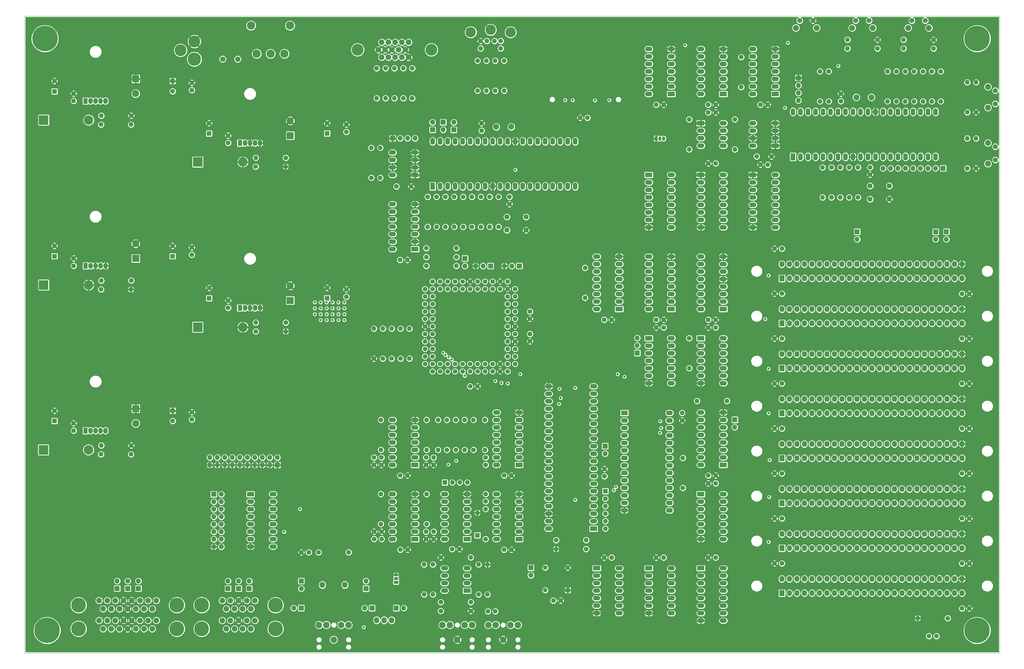
<source format=gbr>
G04 #@! TF.GenerationSoftware,KiCad,Pcbnew,(5.1.2)-1*
G04 #@! TF.CreationDate,2019-08-06T08:10:53-07:00*
G04 #@! TF.ProjectId,retroii,72657472-6f69-4692-9e6b-696361645f70,rev?*
G04 #@! TF.SameCoordinates,Original*
G04 #@! TF.FileFunction,Copper,L2,Inr*
G04 #@! TF.FilePolarity,Positive*
%FSLAX46Y46*%
G04 Gerber Fmt 4.6, Leading zero omitted, Abs format (unit mm)*
G04 Created by KiCad (PCBNEW (5.1.2)-1) date 2019-08-06 08:10:53*
%MOMM*%
%LPD*%
G04 APERTURE LIST*
G04 #@! TA.AperFunction,NonConductor*
%ADD10C,0.050000*%
G04 #@! TD*
G04 #@! TA.AperFunction,ViaPad*
%ADD11R,2.400000X1.600000*%
G04 #@! TD*
G04 #@! TA.AperFunction,ViaPad*
%ADD12O,2.400000X1.600000*%
G04 #@! TD*
G04 #@! TA.AperFunction,ViaPad*
%ADD13C,1.600000*%
G04 #@! TD*
G04 #@! TA.AperFunction,ViaPad*
%ADD14R,1.600000X1.600000*%
G04 #@! TD*
G04 #@! TA.AperFunction,ViaPad*
%ADD15R,2.400000X2.400000*%
G04 #@! TD*
G04 #@! TA.AperFunction,ViaPad*
%ADD16C,2.400000*%
G04 #@! TD*
G04 #@! TA.AperFunction,ViaPad*
%ADD17O,1.600000X1.600000*%
G04 #@! TD*
G04 #@! TA.AperFunction,ViaPad*
%ADD18O,3.200000X3.200000*%
G04 #@! TD*
G04 #@! TA.AperFunction,ViaPad*
%ADD19R,3.200000X3.200000*%
G04 #@! TD*
G04 #@! TA.AperFunction,ViaPad*
%ADD20C,4.000000*%
G04 #@! TD*
G04 #@! TA.AperFunction,ViaPad*
%ADD21C,1.900000*%
G04 #@! TD*
G04 #@! TA.AperFunction,ViaPad*
%ADD22C,2.200000*%
G04 #@! TD*
G04 #@! TA.AperFunction,ViaPad*
%ADD23O,1.700000X1.700000*%
G04 #@! TD*
G04 #@! TA.AperFunction,ViaPad*
%ADD24R,1.700000X1.700000*%
G04 #@! TD*
G04 #@! TA.AperFunction,ViaPad*
%ADD25C,4.500000*%
G04 #@! TD*
G04 #@! TA.AperFunction,ViaPad*
%ADD26O,1.727200X2.032000*%
G04 #@! TD*
G04 #@! TA.AperFunction,ViaPad*
%ADD27R,1.727200X2.032000*%
G04 #@! TD*
G04 #@! TA.AperFunction,ViaPad*
%ADD28C,3.500000*%
G04 #@! TD*
G04 #@! TA.AperFunction,ViaPad*
%ADD29O,1.800000X2.100000*%
G04 #@! TD*
G04 #@! TA.AperFunction,ViaPad*
%ADD30O,1.500000X1.050000*%
G04 #@! TD*
G04 #@! TA.AperFunction,ViaPad*
%ADD31R,1.500000X1.050000*%
G04 #@! TD*
G04 #@! TA.AperFunction,ViaPad*
%ADD32R,1.050000X1.500000*%
G04 #@! TD*
G04 #@! TA.AperFunction,ViaPad*
%ADD33O,1.050000X1.500000*%
G04 #@! TD*
G04 #@! TA.AperFunction,ViaPad*
%ADD34C,1.724000*%
G04 #@! TD*
G04 #@! TA.AperFunction,ViaPad*
%ADD35C,2.800000*%
G04 #@! TD*
G04 #@! TA.AperFunction,ViaPad*
%ADD36C,2.000000*%
G04 #@! TD*
G04 #@! TA.AperFunction,ViaPad*
%ADD37C,1.700000*%
G04 #@! TD*
G04 #@! TA.AperFunction,ViaPad*
%ADD38R,1.600000X2.400000*%
G04 #@! TD*
G04 #@! TA.AperFunction,ViaPad*
%ADD39O,1.600000X2.400000*%
G04 #@! TD*
G04 #@! TA.AperFunction,ViaPad*
%ADD40R,2.300000X1.600000*%
G04 #@! TD*
G04 #@! TA.AperFunction,ViaPad*
%ADD41O,2.300000X1.600000*%
G04 #@! TD*
G04 #@! TA.AperFunction,ViaPad*
%ADD42C,1.554000*%
G04 #@! TD*
G04 #@! TA.AperFunction,ViaPad*
%ADD43R,1.450000X2.000000*%
G04 #@! TD*
G04 #@! TA.AperFunction,ViaPad*
%ADD44O,1.450000X2.000000*%
G04 #@! TD*
G04 #@! TA.AperFunction,ViaPad*
%ADD45C,1.998980*%
G04 #@! TD*
G04 #@! TA.AperFunction,ViaPad*
%ADD46R,1.524000X1.524000*%
G04 #@! TD*
G04 #@! TA.AperFunction,ViaPad*
%ADD47C,1.524000*%
G04 #@! TD*
G04 #@! TA.AperFunction,ViaPad*
%ADD48C,5.000000*%
G04 #@! TD*
G04 #@! TA.AperFunction,ViaPad*
%ADD49C,8.600000*%
G04 #@! TD*
G04 #@! TA.AperFunction,ViaPad*
%ADD50C,0.900000*%
G04 #@! TD*
G04 #@! TA.AperFunction,ViaPad*
%ADD51C,1.824000*%
G04 #@! TD*
G04 #@! TA.AperFunction,ViaPad*
%ADD52C,0.800000*%
G04 #@! TD*
G04 #@! TA.AperFunction,Conductor*
%ADD53C,0.254000*%
G04 #@! TD*
G04 APERTURE END LIST*
D10*
X91720000Y-108940000D02*
X421920000Y-108940000D01*
X421920000Y-324840000D02*
X91720000Y-324840000D01*
X91720000Y-324840000D02*
X91720000Y-108940000D01*
X421920000Y-324840000D02*
X421920000Y-108940000D01*
D11*
G04 #@! TO.N,GND*
G04 #@! TO.C,B6*
X338310000Y-162780000D03*
D12*
G04 #@! TO.N,/CPU_RAM_ROM/D0*
X345930000Y-180560000D03*
G04 #@! TO.N,/SD_Card_And_Keyboard/K2*
X338310000Y-165320000D03*
G04 #@! TO.N,Net-(B6-Pad10)*
X345930000Y-178020000D03*
G04 #@! TO.N,Net-(B6-Pad3)*
X338310000Y-167860000D03*
G04 #@! TO.N,/SD_Card_And_Keyboard/K0*
X345930000Y-175480000D03*
G04 #@! TO.N,/CPU_RAM_ROM/D2*
X338310000Y-170400000D03*
G04 #@! TO.N,/CPU_RAM_ROM/D1*
X345930000Y-172940000D03*
G04 #@! TO.N,/SD_Card_And_Keyboard/K3*
X338310000Y-172940000D03*
G04 #@! TO.N,Net-(B6-Pad13)*
X345930000Y-170400000D03*
G04 #@! TO.N,Net-(B6-Pad6)*
X338310000Y-175480000D03*
G04 #@! TO.N,/SD_Card_And_Keyboard/K1*
X345930000Y-167860000D03*
G04 #@! TO.N,/CPU_RAM_ROM/D3*
X338310000Y-178020000D03*
G04 #@! TO.N,/Address_Decoding/C00X_Keyboard_Read*
X345930000Y-165320000D03*
G04 #@! TO.N,GND*
X338310000Y-180560000D03*
G04 #@! TO.N,/Address_Decoding/+5V*
X345930000Y-162780000D03*
G04 #@! TD*
D13*
G04 #@! TO.N,/Address_Decoding/+5V*
G04 #@! TO.C,C79*
X218900000Y-264690000D03*
G04 #@! TO.N,GND*
X221400000Y-264690000D03*
G04 #@! TD*
D11*
G04 #@! TO.N,/Address_Decoding/+5V*
G04 #@! TO.C,A7*
X303070000Y-162780000D03*
D12*
G04 #@! TO.N,Net-(A7-Pad9)*
X310690000Y-180560000D03*
G04 #@! TO.N,/SD_Card_And_Keyboard/Strobe*
X303070000Y-165320000D03*
G04 #@! TO.N,/SD_Card_And_Keyboard/K2*
X310690000Y-178020000D03*
G04 #@! TO.N,/CPU_RAM_ROM/RESB*
X303070000Y-167860000D03*
G04 #@! TO.N,/SD_Card_And_Keyboard/K3*
X310690000Y-175480000D03*
G04 #@! TO.N,Net-(A7-Pad4)*
X303070000Y-170400000D03*
G04 #@! TO.N,/SD_Card_And_Keyboard/K0*
X310690000Y-172940000D03*
G04 #@! TO.N,/SD_Card_And_Keyboard/K5*
X303070000Y-172940000D03*
G04 #@! TO.N,/SD_Card_And_Keyboard/K1*
X310690000Y-170400000D03*
G04 #@! TO.N,/SD_Card_And_Keyboard/K4*
X303070000Y-175480000D03*
G04 #@! TO.N,Net-(A7-Pad14)*
X310690000Y-167860000D03*
G04 #@! TO.N,/SD_Card_And_Keyboard/K6*
X303070000Y-178020000D03*
G04 #@! TO.N,/Peripheral_IO/-12V*
X310690000Y-165320000D03*
G04 #@! TO.N,GND*
X303070000Y-180560000D03*
G04 #@! TO.N,Net-(A7-Pad16)*
X310690000Y-162780000D03*
G04 #@! TD*
D11*
G04 #@! TO.N,Net-(A12-Pad1)*
G04 #@! TO.C,A12*
X328310000Y-135360000D03*
D12*
G04 #@! TO.N,N/C*
X320690000Y-120120000D03*
G04 #@! TO.N,Net-(A12-Pad2)*
X328310000Y-132820000D03*
G04 #@! TO.N,N/C*
X320690000Y-122660000D03*
G04 #@! TO.N,Net-(A12-Pad3)*
X328310000Y-130280000D03*
G04 #@! TO.N,N/C*
X320690000Y-125200000D03*
X328310000Y-127740000D03*
X320690000Y-127740000D03*
X328310000Y-125200000D03*
X320690000Y-130280000D03*
X328310000Y-122660000D03*
X320690000Y-132820000D03*
G04 #@! TO.N,GND*
X328310000Y-120120000D03*
G04 #@! TO.N,/Address_Decoding/+5V*
X320690000Y-135360000D03*
G04 #@! TD*
G04 #@! TO.N,/Address_Decoding/+5V*
G04 #@! TO.C,A13*
X328310000Y-145260000D03*
X320690000Y-152880000D03*
G04 #@! TO.N,Net-(A13-Pad7)*
X328310000Y-147800000D03*
G04 #@! TO.N,Net-(A12-Pad3)*
X320690000Y-150340000D03*
G04 #@! TO.N,Net-(A13-Pad2)*
X328310000Y-150340000D03*
X320690000Y-147800000D03*
G04 #@! TO.N,Net-(A13-Pad5)*
X328310000Y-152880000D03*
D11*
G04 #@! TO.N,GND*
X320690000Y-145260000D03*
G04 #@! TD*
G04 #@! TO.N,GND*
G04 #@! TO.C,B7*
X320690000Y-162780000D03*
D12*
G04 #@! TO.N,/CPU_RAM_ROM/D4*
X328310000Y-180560000D03*
G04 #@! TO.N,/SD_Card_And_Keyboard/K6*
X320690000Y-165320000D03*
G04 #@! TO.N,Net-(B7-Pad10)*
X328310000Y-178020000D03*
G04 #@! TO.N,Net-(B7-Pad3)*
X320690000Y-167860000D03*
G04 #@! TO.N,/SD_Card_And_Keyboard/K4*
X328310000Y-175480000D03*
G04 #@! TO.N,/CPU_RAM_ROM/D6*
X320690000Y-170400000D03*
G04 #@! TO.N,/CPU_RAM_ROM/D5*
X328310000Y-172940000D03*
G04 #@! TO.N,/SD_Card_And_Keyboard/K7*
X320690000Y-172940000D03*
G04 #@! TO.N,Net-(B7-Pad13)*
X328310000Y-170400000D03*
G04 #@! TO.N,Net-(B7-Pad6)*
X320690000Y-175480000D03*
G04 #@! TO.N,/SD_Card_And_Keyboard/K5*
X328310000Y-167860000D03*
G04 #@! TO.N,/CPU_RAM_ROM/D7*
X320690000Y-178020000D03*
G04 #@! TO.N,/Address_Decoding/C00X_Keyboard_Read*
X328310000Y-165320000D03*
G04 #@! TO.N,GND*
X320690000Y-180560000D03*
G04 #@! TO.N,/Address_Decoding/+5V*
X328310000Y-162780000D03*
G04 #@! TD*
G04 #@! TO.N,/Address_Decoding/+5V*
G04 #@! TO.C,B10*
X338310000Y-135360000D03*
G04 #@! TO.N,GND*
X345930000Y-120120000D03*
G04 #@! TO.N,Net-(A12-Pad1)*
X338310000Y-132820000D03*
G04 #@! TO.N,N/C*
X345930000Y-122660000D03*
G04 #@! TO.N,Net-(B10-Pad10)*
X338310000Y-130280000D03*
G04 #@! TO.N,N/C*
X345930000Y-125200000D03*
G04 #@! TO.N,/SD_Card_And_Keyboard/Strobe*
X338310000Y-127740000D03*
G04 #@! TO.N,N/C*
X345930000Y-127740000D03*
G04 #@! TO.N,Net-(B10-Pad10)*
X338310000Y-125200000D03*
G04 #@! TO.N,N/C*
X345930000Y-130280000D03*
G04 #@! TO.N,/SD_Card_And_Keyboard/K7*
X338310000Y-122660000D03*
G04 #@! TO.N,N/C*
X345930000Y-132820000D03*
G04 #@! TO.N,Net-(B10-Pad8)*
X338310000Y-120120000D03*
D11*
G04 #@! TO.N,N/C*
X345930000Y-135360000D03*
G04 #@! TD*
D12*
G04 #@! TO.N,/Address_Decoding/+5V*
G04 #@! TO.C,B11*
X251560000Y-286200000D03*
G04 #@! TO.N,GND*
X259180000Y-270960000D03*
G04 #@! TO.N,N/C*
X251560000Y-283660000D03*
X259180000Y-273500000D03*
X251560000Y-281120000D03*
X259180000Y-276040000D03*
X251560000Y-278580000D03*
X259180000Y-278580000D03*
X251560000Y-276040000D03*
G04 #@! TO.N,Net-(B11-Pad3)*
X259180000Y-281120000D03*
G04 #@! TO.N,N/C*
X251560000Y-273500000D03*
G04 #@! TO.N,/CPU_RAM_ROM/DMA*
X259180000Y-283660000D03*
G04 #@! TO.N,N/C*
X251560000Y-270960000D03*
D11*
G04 #@! TO.N,/Address_Decoding/PHI2*
X259180000Y-286200000D03*
G04 #@! TD*
D13*
G04 #@! TO.N,/Power_Supply/+3V3*
G04 #@! TO.C,C1*
X255930000Y-170220000D03*
G04 #@! TO.N,GND*
X255930000Y-172720000D03*
G04 #@! TD*
G04 #@! TO.N,GND*
G04 #@! TO.C,C2*
X246500000Y-145300000D03*
G04 #@! TO.N,/Power_Supply/+3V3*
X246500000Y-147800000D03*
G04 #@! TD*
G04 #@! TO.N,GND*
G04 #@! TO.C,C3*
X222630000Y-166710000D03*
G04 #@! TO.N,/Power_Supply/+3V3*
X217630000Y-166710000D03*
G04 #@! TD*
G04 #@! TO.N,GND*
G04 #@! TO.C,C4*
X325750000Y-141630000D03*
G04 #@! TO.N,Net-(A13-Pad2)*
X323250000Y-141630000D03*
G04 #@! TD*
G04 #@! TO.N,GND*
G04 #@! TO.C,C5*
X210090000Y-283700000D03*
G04 #@! TO.N,Net-(C5-Pad1)*
X210090000Y-286200000D03*
G04 #@! TD*
G04 #@! TO.N,Net-(C6-Pad1)*
G04 #@! TO.C,C6*
X227670000Y-258560000D03*
G04 #@! TO.N,GND*
X227670000Y-261060000D03*
G04 #@! TD*
G04 #@! TO.N,GND*
G04 #@! TO.C,C7*
X212590000Y-261060000D03*
G04 #@! TO.N,Net-(C7-Pad1)*
X212590000Y-258560000D03*
G04 #@! TD*
G04 #@! TO.N,Net-(C8-Pad1)*
G04 #@! TO.C,C8*
X227670000Y-283700000D03*
G04 #@! TO.N,GND*
X227670000Y-286200000D03*
G04 #@! TD*
G04 #@! TO.N,GND*
G04 #@! TO.C,C9*
X221480000Y-289830000D03*
G04 #@! TO.N,/Address_Decoding/+5V*
X218980000Y-289830000D03*
G04 #@! TD*
G04 #@! TO.N,Net-(C10-Pad2)*
G04 #@! TO.C,C10*
X251120000Y-310730000D03*
G04 #@! TO.N,Net-(C10-Pad1)*
X248620000Y-310730000D03*
G04 #@! TD*
D11*
G04 #@! TO.N,N/C*
G04 #@! TO.C,C11*
X310690000Y-135360000D03*
D12*
X303070000Y-120120000D03*
X310690000Y-132820000D03*
X303070000Y-122660000D03*
G04 #@! TO.N,/Address_Decoding/C01X_Keyboard_Strobe*
X310690000Y-130280000D03*
G04 #@! TO.N,N/C*
X303070000Y-125200000D03*
G04 #@! TO.N,Net-(A12-Pad2)*
X310690000Y-127740000D03*
G04 #@! TO.N,N/C*
X303070000Y-127740000D03*
X310690000Y-125200000D03*
X303070000Y-130280000D03*
X310690000Y-122660000D03*
X303070000Y-132820000D03*
G04 #@! TO.N,GND*
X310690000Y-120120000D03*
G04 #@! TO.N,/Address_Decoding/+5V*
X303070000Y-135360000D03*
G04 #@! TD*
D13*
G04 #@! TO.N,Net-(C12-Pad1)*
G04 #@! TO.C,C12*
X187970000Y-290720000D03*
G04 #@! TO.N,GND*
X185470000Y-290720000D03*
G04 #@! TD*
G04 #@! TO.N,GND*
G04 #@! TO.C,C13*
X288100000Y-262435000D03*
G04 #@! TO.N,/Address_Decoding/+5V*
X288100000Y-264935000D03*
G04 #@! TD*
G04 #@! TO.N,/Address_Decoding/+5V*
G04 #@! TO.C,C14*
X270780000Y-307090000D03*
G04 #@! TO.N,GND*
X273280000Y-307090000D03*
G04 #@! TD*
G04 #@! TO.N,GND*
G04 #@! TO.C,C15*
X314370000Y-245980000D03*
G04 #@! TO.N,/Address_Decoding/+5V*
X314370000Y-243480000D03*
G04 #@! TD*
G04 #@! TO.N,GND*
G04 #@! TO.C,C16*
X262860000Y-211580000D03*
G04 #@! TO.N,/Address_Decoding/+5V*
X262860000Y-209080000D03*
G04 #@! TD*
G04 #@! TO.N,/Address_Decoding/+5V*
G04 #@! TO.C,C17*
X262860000Y-216700000D03*
G04 #@! TO.N,GND*
X262860000Y-219200000D03*
G04 #@! TD*
G04 #@! TO.N,GND*
G04 #@! TO.C,C18*
X245070000Y-234440000D03*
G04 #@! TO.N,/Address_Decoding/+5V*
X242570000Y-234440000D03*
G04 #@! TD*
G04 #@! TO.N,GND*
G04 #@! TO.C,C19*
X101870000Y-130980000D03*
D14*
G04 #@! TO.N,/Power_Supply/+VIN*
X101870000Y-134480000D03*
G04 #@! TD*
D13*
G04 #@! TO.N,GND*
G04 #@! TO.C,C20*
X154180000Y-201100000D03*
D14*
G04 #@! TO.N,/Power_Supply/+VIN*
X154180000Y-204600000D03*
G04 #@! TD*
G04 #@! TO.N,/Power_Supply/+VIN*
G04 #@! TO.C,C21*
X101870000Y-190355000D03*
D13*
G04 #@! TO.N,GND*
X101870000Y-186855000D03*
G04 #@! TD*
D15*
G04 #@! TO.N,GND*
G04 #@! TO.C,C22*
X129350000Y-130230000D03*
D16*
G04 #@! TO.N,Net-(C22-Pad2)*
X129350000Y-135230000D03*
G04 #@! TD*
G04 #@! TO.N,GND*
G04 #@! TO.C,C23*
X181680000Y-200350000D03*
D15*
G04 #@! TO.N,Net-(C23-Pad1)*
X181680000Y-205350000D03*
G04 #@! TD*
D16*
G04 #@! TO.N,GND*
G04 #@! TO.C,C24*
X129370000Y-186105000D03*
D15*
G04 #@! TO.N,Net-(C24-Pad1)*
X129370000Y-191105000D03*
G04 #@! TD*
D14*
G04 #@! TO.N,GND*
G04 #@! TO.C,C25*
X141870000Y-130960000D03*
D13*
G04 #@! TO.N,/Peripheral_IO/-12V*
X141870000Y-134460000D03*
G04 #@! TD*
D14*
G04 #@! TO.N,/Address_Decoding/+5V*
G04 #@! TO.C,C26*
X194180000Y-204600000D03*
D13*
G04 #@! TO.N,GND*
X194180000Y-201100000D03*
G04 #@! TD*
G04 #@! TO.N,GND*
G04 #@! TO.C,C27*
X141870000Y-186855000D03*
D14*
G04 #@! TO.N,/Peripheral_IO/+12V*
X141870000Y-190355000D03*
G04 #@! TD*
G04 #@! TO.N,/Power_Supply/+VIN*
G04 #@! TO.C,C28*
X154180000Y-148730000D03*
D13*
G04 #@! TO.N,GND*
X154180000Y-145230000D03*
G04 #@! TD*
D14*
G04 #@! TO.N,/Power_Supply/+VIN*
G04 #@! TO.C,C29*
X101870000Y-246230000D03*
D13*
G04 #@! TO.N,GND*
X101870000Y-242730000D03*
G04 #@! TD*
D15*
G04 #@! TO.N,Net-(C30-Pad1)*
G04 #@! TO.C,C30*
X181680000Y-149480000D03*
D16*
G04 #@! TO.N,GND*
X181680000Y-144480000D03*
G04 #@! TD*
D15*
G04 #@! TO.N,GND*
G04 #@! TO.C,C31*
X129390000Y-242000000D03*
D16*
G04 #@! TO.N,Net-(C31-Pad2)*
X129390000Y-247000000D03*
G04 #@! TD*
D13*
G04 #@! TO.N,GND*
G04 #@! TO.C,C32*
X194180000Y-145230000D03*
D14*
G04 #@! TO.N,/Power_Supply/+3V3*
X194180000Y-148730000D03*
G04 #@! TD*
D13*
G04 #@! TO.N,/Peripheral_IO/-5V*
G04 #@! TO.C,C33*
X141900000Y-246220000D03*
D14*
G04 #@! TO.N,GND*
X141900000Y-242720000D03*
G04 #@! TD*
D13*
G04 #@! TO.N,GND*
G04 #@! TO.C,C34*
X279830000Y-143430000D03*
G04 #@! TO.N,/Power_Supply/+3V3*
X282330000Y-143430000D03*
G04 #@! TD*
G04 #@! TO.N,GND*
G04 #@! TO.C,C35*
X378030000Y-162720000D03*
G04 #@! TO.N,/Power_Supply/+3V3*
X378030000Y-160220000D03*
G04 #@! TD*
G04 #@! TO.N,/Power_Supply/+3V3*
G04 #@! TO.C,C36*
X368130000Y-137800000D03*
G04 #@! TO.N,GND*
X368130000Y-135300000D03*
G04 #@! TD*
G04 #@! TO.N,/Power_Supply/+3V3*
G04 #@! TO.C,C37*
X339620000Y-156560000D03*
G04 #@! TO.N,GND*
X344620000Y-156560000D03*
G04 #@! TD*
G04 #@! TO.N,Net-(C38-Pad2)*
G04 #@! TO.C,C38*
X247880000Y-273460000D03*
G04 #@! TO.N,Net-(C38-Pad1)*
X247880000Y-270960000D03*
G04 #@! TD*
G04 #@! TO.N,/Address_Decoding/+5V*
G04 #@! TO.C,C39*
X308130000Y-214510000D03*
G04 #@! TO.N,GND*
X305630000Y-214510000D03*
G04 #@! TD*
G04 #@! TO.N,GND*
G04 #@! TO.C,C40*
X323250000Y-214510000D03*
G04 #@! TO.N,/Address_Decoding/+5V*
X325750000Y-214510000D03*
G04 #@! TD*
G04 #@! TO.N,/Address_Decoding/+5V*
G04 #@! TO.C,C41*
X254120000Y-289830000D03*
G04 #@! TO.N,GND*
X256620000Y-289830000D03*
G04 #@! TD*
G04 #@! TO.N,GND*
G04 #@! TO.C,C42*
X239000000Y-289630000D03*
G04 #@! TO.N,/Address_Decoding/+5V*
X236500000Y-289630000D03*
G04 #@! TD*
G04 #@! TO.N,GND*
G04 #@! TO.C,C43*
X256620000Y-264690000D03*
G04 #@! TO.N,/Address_Decoding/+5V*
X254120000Y-264690000D03*
G04 #@! TD*
G04 #@! TO.N,GND*
G04 #@! TO.C,C44*
X343370000Y-139010000D03*
G04 #@! TO.N,/Address_Decoding/+5V*
X340870000Y-139010000D03*
G04 #@! TD*
G04 #@! TO.N,/Address_Decoding/+5V*
G04 #@! TO.C,C45*
X325750000Y-158900000D03*
G04 #@! TO.N,GND*
X323250000Y-158900000D03*
G04 #@! TD*
G04 #@! TO.N,GND*
G04 #@! TO.C,C46*
X340870000Y-159350000D03*
G04 #@! TO.N,/Address_Decoding/+5V*
X343370000Y-159350000D03*
G04 #@! TD*
G04 #@! TO.N,GND*
G04 #@! TO.C,C47*
X288010000Y-292470000D03*
G04 #@! TO.N,/Address_Decoding/+5V*
X290510000Y-292470000D03*
G04 #@! TD*
G04 #@! TO.N,/Address_Decoding/+5V*
G04 #@! TO.C,C48*
X308130000Y-292470000D03*
G04 #@! TO.N,GND*
X305630000Y-292470000D03*
G04 #@! TD*
G04 #@! TO.N,GND*
G04 #@! TO.C,C49*
X323250000Y-267330000D03*
G04 #@! TO.N,/Address_Decoding/+5V*
X325750000Y-267330000D03*
G04 #@! TD*
G04 #@! TO.N,GND*
G04 #@! TO.C,C50*
X325750000Y-264690000D03*
G04 #@! TO.N,/Address_Decoding/+5V*
X323250000Y-264690000D03*
G04 #@! TD*
G04 #@! TO.N,/Address_Decoding/+5V*
G04 #@! TO.C,C51*
X305630000Y-211870000D03*
G04 #@! TO.N,GND*
X308130000Y-211870000D03*
G04 #@! TD*
G04 #@! TO.N,/Address_Decoding/+5V*
G04 #@! TO.C,C52*
X325750000Y-292470000D03*
G04 #@! TO.N,GND*
X323250000Y-292470000D03*
G04 #@! TD*
G04 #@! TO.N,/Address_Decoding/+5V*
G04 #@! TO.C,C53*
X288010000Y-211870000D03*
G04 #@! TO.N,GND*
X290510000Y-211870000D03*
G04 #@! TD*
G04 #@! TO.N,GND*
G04 #@! TO.C,C54*
X325750000Y-211870000D03*
G04 #@! TO.N,/Address_Decoding/+5V*
X323250000Y-211870000D03*
G04 #@! TD*
G04 #@! TO.N,GND*
G04 #@! TO.C,C55*
X221380000Y-191610000D03*
G04 #@! TO.N,/Address_Decoding/+5V*
X218880000Y-191610000D03*
G04 #@! TD*
G04 #@! TO.N,GND*
G04 #@! TO.C,C56*
X308135000Y-139000000D03*
G04 #@! TO.N,/Address_Decoding/+5V*
X305635000Y-139000000D03*
G04 #@! TD*
G04 #@! TO.N,/Address_Decoding/+5V*
G04 #@! TO.C,C57*
X323250000Y-139010000D03*
G04 #@! TO.N,GND*
X325750000Y-139010000D03*
G04 #@! TD*
G04 #@! TO.N,/Address_Decoding/+5V*
G04 #@! TO.C,C58*
X409140000Y-309730000D03*
G04 #@! TO.N,GND*
X411640000Y-309730000D03*
G04 #@! TD*
G04 #@! TO.N,GND*
G04 #@! TO.C,C59*
X411640000Y-279250000D03*
G04 #@! TO.N,/Address_Decoding/+5V*
X409140000Y-279250000D03*
G04 #@! TD*
G04 #@! TO.N,/Address_Decoding/+5V*
G04 #@! TO.C,C60*
X409140000Y-263990000D03*
G04 #@! TO.N,GND*
X411640000Y-263990000D03*
G04 #@! TD*
G04 #@! TO.N,GND*
G04 #@! TO.C,C61*
X411640000Y-203060000D03*
G04 #@! TO.N,/Address_Decoding/+5V*
X409140000Y-203060000D03*
G04 #@! TD*
G04 #@! TO.N,/Address_Decoding/+5V*
G04 #@! TO.C,C62*
X409140000Y-218290000D03*
G04 #@! TO.N,GND*
X411640000Y-218290000D03*
G04 #@! TD*
G04 #@! TO.N,GND*
G04 #@! TO.C,C63*
X411640000Y-233530000D03*
G04 #@! TO.N,/Address_Decoding/+5V*
X409140000Y-233530000D03*
G04 #@! TD*
G04 #@! TO.N,/Address_Decoding/+5V*
G04 #@! TO.C,C64*
X409140000Y-248760000D03*
G04 #@! TO.N,GND*
X411640000Y-248760000D03*
G04 #@! TD*
G04 #@! TO.N,GND*
G04 #@! TO.C,C65*
X411640000Y-294490000D03*
G04 #@! TO.N,/Address_Decoding/+5V*
X409140000Y-294490000D03*
G04 #@! TD*
G04 #@! TO.N,/Peripheral_IO/+12V*
G04 #@! TO.C,C66*
X348170000Y-233530000D03*
G04 #@! TO.N,GND*
X345670000Y-233530000D03*
G04 #@! TD*
G04 #@! TO.N,GND*
G04 #@! TO.C,C67*
X345670000Y-294490000D03*
G04 #@! TO.N,/Peripheral_IO/+12V*
X348170000Y-294490000D03*
G04 #@! TD*
G04 #@! TO.N,/Peripheral_IO/+12V*
G04 #@! TO.C,C68*
X348170000Y-203050000D03*
G04 #@! TO.N,GND*
X345670000Y-203050000D03*
G04 #@! TD*
G04 #@! TO.N,GND*
G04 #@! TO.C,C69*
X345670000Y-248760000D03*
G04 #@! TO.N,/Peripheral_IO/+12V*
X348170000Y-248760000D03*
G04 #@! TD*
G04 #@! TO.N,/Peripheral_IO/+12V*
G04 #@! TO.C,C70*
X348170000Y-218270000D03*
G04 #@! TO.N,GND*
X345670000Y-218270000D03*
G04 #@! TD*
G04 #@! TO.N,GND*
G04 #@! TO.C,C71*
X345670000Y-279230000D03*
G04 #@! TO.N,/Peripheral_IO/+12V*
X348170000Y-279230000D03*
G04 #@! TD*
G04 #@! TO.N,GND*
G04 #@! TO.C,C72*
X345670000Y-264000000D03*
G04 #@! TO.N,/Peripheral_IO/+12V*
X348170000Y-264000000D03*
G04 #@! TD*
G04 #@! TO.N,/Peripheral_IO/+12V*
G04 #@! TO.C,C73*
X348170000Y-187800000D03*
G04 #@! TO.N,GND*
X345670000Y-187800000D03*
G04 #@! TD*
G04 #@! TO.N,Net-(C74-Pad2)*
G04 #@! TO.C,C74*
X247880000Y-258560000D03*
G04 #@! TO.N,/Address_Decoding/C07X_Timer_Trigger*
X247880000Y-261060000D03*
G04 #@! TD*
G04 #@! TO.N,Net-(C75-Pad2)*
G04 #@! TO.C,C75*
X230260000Y-283700000D03*
G04 #@! TO.N,GND*
X230260000Y-286200000D03*
G04 #@! TD*
G04 #@! TO.N,GND*
G04 #@! TO.C,C76*
X212640000Y-283700000D03*
G04 #@! TO.N,Net-(C76-Pad2)*
X212640000Y-286200000D03*
G04 #@! TD*
G04 #@! TO.N,Net-(C77-Pad2)*
G04 #@! TO.C,C77*
X230220000Y-258560000D03*
G04 #@! TO.N,GND*
X230220000Y-261060000D03*
G04 #@! TD*
G04 #@! TO.N,GND*
G04 #@! TO.C,C78*
X210040000Y-261060000D03*
G04 #@! TO.N,Net-(C78-Pad2)*
X210040000Y-258560000D03*
G04 #@! TD*
D14*
G04 #@! TO.N,Net-(CR1-Pad1)*
G04 #@! TO.C,CR1*
X245040000Y-284930000D03*
D17*
G04 #@! TO.N,GND*
X245040000Y-277310000D03*
G04 #@! TD*
D18*
G04 #@! TO.N,Net-(C22-Pad2)*
G04 #@! TO.C,D1*
X113440000Y-144230000D03*
D19*
G04 #@! TO.N,Net-(D1-Pad1)*
X98200000Y-144230000D03*
G04 #@! TD*
G04 #@! TO.N,Net-(D2-Pad1)*
G04 #@! TO.C,D2*
X150400000Y-214400000D03*
D18*
G04 #@! TO.N,GND*
X165640000Y-214400000D03*
G04 #@! TD*
D19*
G04 #@! TO.N,Net-(D3-Pad1)*
G04 #@! TO.C,D3*
X98200000Y-200105000D03*
D18*
G04 #@! TO.N,GND*
X113440000Y-200105000D03*
G04 #@! TD*
G04 #@! TO.N,GND*
G04 #@! TO.C,D4*
X165640000Y-158400000D03*
D19*
G04 #@! TO.N,Net-(D4-Pad1)*
X150400000Y-158400000D03*
G04 #@! TD*
G04 #@! TO.N,Net-(D5-Pad1)*
G04 #@! TO.C,D5*
X98160000Y-255980000D03*
D18*
G04 #@! TO.N,Net-(C31-Pad2)*
X113400000Y-255980000D03*
G04 #@! TD*
D12*
G04 #@! TO.N,/Address_Decoding/+5V*
G04 #@! TO.C,F12*
X328310000Y-296100000D03*
G04 #@! TO.N,GND*
X320690000Y-313880000D03*
G04 #@! TO.N,Net-(F12-Pad15)*
X328310000Y-298640000D03*
G04 #@! TO.N,Net-(F12-Pad7)*
X320690000Y-311340000D03*
G04 #@! TO.N,/Address_Decoding/IO_Strobe*
X328310000Y-301180000D03*
G04 #@! TO.N,Net-(F12-Pad6)*
X320690000Y-308800000D03*
G04 #@! TO.N,Net-(F12-Pad13)*
X328310000Y-303720000D03*
G04 #@! TO.N,/Address_Decoding/OE*
X320690000Y-306260000D03*
G04 #@! TO.N,Net-(F12-Pad12)*
X328310000Y-306260000D03*
G04 #@! TO.N,/Address_Decoding/OE*
X320690000Y-303720000D03*
G04 #@! TO.N,Net-(F12-Pad11)*
X328310000Y-308800000D03*
G04 #@! TO.N,/Address_Decoding/A13*
X320690000Y-301180000D03*
G04 #@! TO.N,Net-(F12-Pad10)*
X328310000Y-311340000D03*
G04 #@! TO.N,/Address_Decoding/A12*
X320690000Y-298640000D03*
G04 #@! TO.N,Net-(F12-Pad9)*
X328310000Y-313880000D03*
D11*
G04 #@! TO.N,/Address_Decoding/A11*
X320690000Y-296100000D03*
G04 #@! TD*
G04 #@! TO.N,/Address_Decoding/A4*
G04 #@! TO.C,F13*
X310690000Y-208240000D03*
D12*
G04 #@! TO.N,/Address_Decoding/C06X_Serial*
X303070000Y-190460000D03*
G04 #@! TO.N,/Address_Decoding/A5*
X310690000Y-205700000D03*
G04 #@! TO.N,Net-(F13-Pad10)*
X303070000Y-193000000D03*
G04 #@! TO.N,/Address_Decoding/A6*
X310690000Y-203160000D03*
G04 #@! TO.N,/Address_Decoding/C040_Strobe*
X303070000Y-195540000D03*
G04 #@! TO.N,/Address_Decoding/A7*
X310690000Y-200620000D03*
G04 #@! TO.N,/Address_Decoding/C03X_Speaker*
X303070000Y-198080000D03*
G04 #@! TO.N,Net-(F13-Pad5)*
X310690000Y-198080000D03*
G04 #@! TO.N,/Address_Decoding/C02X_Cassette*
X303070000Y-200620000D03*
G04 #@! TO.N,/Address_Decoding/+5V*
X310690000Y-195540000D03*
G04 #@! TO.N,/Address_Decoding/C01X_Keyboard_Strobe*
X303070000Y-203160000D03*
G04 #@! TO.N,/Address_Decoding/C07X_Timer_Trigger*
X310690000Y-193000000D03*
G04 #@! TO.N,/Address_Decoding/C00X_Keyboard_Read*
X303070000Y-205700000D03*
G04 #@! TO.N,GND*
X310690000Y-190460000D03*
G04 #@! TO.N,/Address_Decoding/+5V*
X303070000Y-208240000D03*
G04 #@! TD*
D11*
G04 #@! TO.N,/Address_Decoding/A1*
G04 #@! TO.C,F14*
X293070000Y-208240000D03*
D12*
G04 #@! TO.N,/Address_Decoding/SS_AN0_OFF_ON*
X285450000Y-190460000D03*
G04 #@! TO.N,/Address_Decoding/A2*
X293070000Y-205700000D03*
G04 #@! TO.N,/Address_Decoding/SS_AN1_OFF_ON*
X285450000Y-193000000D03*
G04 #@! TO.N,/Address_Decoding/A3*
X293070000Y-203160000D03*
G04 #@! TO.N,/Address_Decoding/SS_AN2_OFF_ON*
X285450000Y-195540000D03*
G04 #@! TO.N,/Address_Decoding/SS_GRAPHICS_TEXT*
X293070000Y-200620000D03*
G04 #@! TO.N,/Address_Decoding/SS_AN3_OFF_ON*
X285450000Y-198080000D03*
G04 #@! TO.N,/Address_Decoding/SS_NOMIX_MIX*
X293070000Y-198080000D03*
G04 #@! TO.N,/Address_Decoding/A0*
X285450000Y-200620000D03*
G04 #@! TO.N,/Address_Decoding/SS_PAGE1_PAGE2*
X293070000Y-195540000D03*
G04 #@! TO.N,Net-(F13-Pad10)*
X285450000Y-203160000D03*
G04 #@! TO.N,/Address_Decoding/SS_LORES_HIRES*
X293070000Y-193000000D03*
G04 #@! TO.N,Net-(F14-Pad15)*
X285450000Y-205700000D03*
G04 #@! TO.N,GND*
X293070000Y-190460000D03*
G04 #@! TO.N,/Address_Decoding/+5V*
X285450000Y-208240000D03*
G04 #@! TD*
G04 #@! TO.N,/Address_Decoding/+5V*
G04 #@! TO.C,H1*
X310690000Y-296100000D03*
G04 #@! TO.N,GND*
X303070000Y-311340000D03*
G04 #@! TO.N,N/C*
X310690000Y-298640000D03*
G04 #@! TO.N,Net-(F12-Pad6)*
X303070000Y-308800000D03*
G04 #@! TO.N,N/C*
X310690000Y-301180000D03*
G04 #@! TO.N,/Address_Decoding/A15*
X303070000Y-306260000D03*
G04 #@! TO.N,N/C*
X310690000Y-303720000D03*
G04 #@! TO.N,/Address_Decoding/A14*
X303070000Y-303720000D03*
G04 #@! TO.N,N/C*
X310690000Y-306260000D03*
G04 #@! TO.N,/Address_Decoding/RAM_Enable*
X303070000Y-301180000D03*
G04 #@! TO.N,N/C*
X310690000Y-308800000D03*
G04 #@! TO.N,/Address_Decoding/A15*
X303070000Y-298640000D03*
G04 #@! TO.N,N/C*
X310690000Y-311340000D03*
D11*
G04 #@! TO.N,/Address_Decoding/A14*
X303070000Y-296100000D03*
G04 #@! TD*
D12*
G04 #@! TO.N,/Address_Decoding/+5V*
G04 #@! TO.C,H2*
X320690000Y-208240000D03*
G04 #@! TO.N,GND*
X328310000Y-190460000D03*
G04 #@! TO.N,/Address_Decoding/C08X_Device_Select_0*
X320690000Y-205700000D03*
G04 #@! TO.N,/Address_Decoding/C0FX_Device_Select_7*
X328310000Y-193000000D03*
G04 #@! TO.N,/Address_Decoding/C09X_Device_Select_1*
X320690000Y-203160000D03*
G04 #@! TO.N,/Address_Decoding/A7*
X328310000Y-195540000D03*
G04 #@! TO.N,/Address_Decoding/C0AX_Device_Select_2*
X320690000Y-200620000D03*
G04 #@! TO.N,GND*
X328310000Y-198080000D03*
G04 #@! TO.N,/Address_Decoding/C0BX_Device_Select_3*
X320690000Y-198080000D03*
G04 #@! TO.N,Net-(F13-Pad5)*
X328310000Y-200620000D03*
G04 #@! TO.N,/Address_Decoding/C0CX_Device_Select_4*
X320690000Y-195540000D03*
G04 #@! TO.N,/Address_Decoding/A6*
X328310000Y-203160000D03*
G04 #@! TO.N,/Address_Decoding/C0DX_Device_Select_5*
X320690000Y-193000000D03*
G04 #@! TO.N,/Address_Decoding/A5*
X328310000Y-205700000D03*
G04 #@! TO.N,/Address_Decoding/C0EX_Device_Select_6*
X320690000Y-190460000D03*
D11*
G04 #@! TO.N,/Address_Decoding/A4*
X328310000Y-208240000D03*
G04 #@! TD*
D12*
G04 #@! TO.N,/CPU_RAM_ROM/RESB*
G04 #@! TO.C,H7*
X269180000Y-282715000D03*
G04 #@! TO.N,/Address_Decoding/A11*
X284420000Y-234455000D03*
G04 #@! TO.N,Net-(H7-Pad39)*
X269180000Y-280175000D03*
G04 #@! TO.N,/Address_Decoding/A10*
X284420000Y-236995000D03*
G04 #@! TO.N,GND*
X269180000Y-277635000D03*
G04 #@! TO.N,/Address_Decoding/A9*
X284420000Y-239535000D03*
G04 #@! TO.N,Net-(B11-Pad3)*
X269180000Y-275095000D03*
G04 #@! TO.N,/Address_Decoding/A8*
X284420000Y-242075000D03*
G04 #@! TO.N,/CPU_RAM_ROM/DMA*
X269180000Y-272555000D03*
G04 #@! TO.N,/Address_Decoding/A7*
X284420000Y-244615000D03*
G04 #@! TO.N,Net-(H7-Pad35)*
X269180000Y-270015000D03*
G04 #@! TO.N,/Address_Decoding/A6*
X284420000Y-247155000D03*
G04 #@! TO.N,/Address_Decoding/RW*
X269180000Y-267475000D03*
G04 #@! TO.N,/Address_Decoding/A5*
X284420000Y-249695000D03*
G04 #@! TO.N,/CPU_RAM_ROM/D0*
X269180000Y-264935000D03*
G04 #@! TO.N,/Address_Decoding/A4*
X284420000Y-252235000D03*
G04 #@! TO.N,/CPU_RAM_ROM/D1*
X269180000Y-262395000D03*
G04 #@! TO.N,/Address_Decoding/A3*
X284420000Y-254775000D03*
G04 #@! TO.N,/CPU_RAM_ROM/D2*
X269180000Y-259855000D03*
G04 #@! TO.N,/Address_Decoding/A2*
X284420000Y-257315000D03*
G04 #@! TO.N,/CPU_RAM_ROM/D3*
X269180000Y-257315000D03*
G04 #@! TO.N,/Address_Decoding/A1*
X284420000Y-259855000D03*
G04 #@! TO.N,/CPU_RAM_ROM/D4*
X269180000Y-254775000D03*
G04 #@! TO.N,/Address_Decoding/A0*
X284420000Y-262395000D03*
G04 #@! TO.N,/CPU_RAM_ROM/D5*
X269180000Y-252235000D03*
G04 #@! TO.N,/Address_Decoding/+5V*
X284420000Y-264935000D03*
G04 #@! TO.N,/CPU_RAM_ROM/D6*
X269180000Y-249695000D03*
G04 #@! TO.N,Net-(H7-Pad7)*
X284420000Y-267475000D03*
G04 #@! TO.N,/CPU_RAM_ROM/D7*
X269180000Y-247155000D03*
G04 #@! TO.N,/CPU_RAM_ROM/NMIB*
X284420000Y-270015000D03*
G04 #@! TO.N,/Address_Decoding/A15*
X269180000Y-244615000D03*
G04 #@! TO.N,Net-(H7-Pad5)*
X284420000Y-272555000D03*
G04 #@! TO.N,/Address_Decoding/A14*
X269180000Y-242075000D03*
G04 #@! TO.N,/CPU_RAM_ROM/IRQB*
X284420000Y-275095000D03*
G04 #@! TO.N,/Address_Decoding/A13*
X269180000Y-239535000D03*
G04 #@! TO.N,/CPU_RAM_ROM/PHI1O*
X284420000Y-277635000D03*
G04 #@! TO.N,/Address_Decoding/A12*
X269180000Y-236995000D03*
G04 #@! TO.N,Net-(H7-Pad2)*
X284420000Y-280175000D03*
G04 #@! TO.N,GND*
X269180000Y-234455000D03*
D11*
G04 #@! TO.N,Net-(H7-Pad1)*
X284420000Y-282715000D03*
G04 #@! TD*
D12*
G04 #@! TO.N,/Address_Decoding/+5V*
G04 #@! TO.C,H12*
X320690000Y-261060000D03*
G04 #@! TO.N,GND*
X328310000Y-243280000D03*
G04 #@! TO.N,Net-(F13-Pad5)*
X320690000Y-258520000D03*
G04 #@! TO.N,/Address_Decoding/C7XX_IO_7*
X328310000Y-245820000D03*
G04 #@! TO.N,/Address_Decoding/C1XX_IO_1*
X320690000Y-255980000D03*
G04 #@! TO.N,Net-(H12-Pad6)*
X328310000Y-248360000D03*
G04 #@! TO.N,/Address_Decoding/C2XX_IO_2*
X320690000Y-253440000D03*
G04 #@! TO.N,Net-(F12-Pad15)*
X328310000Y-250900000D03*
G04 #@! TO.N,/Address_Decoding/C3XX_IO_3*
X320690000Y-250900000D03*
G04 #@! TO.N,Net-(F12-Pad15)*
X328310000Y-253440000D03*
G04 #@! TO.N,/Address_Decoding/C4XX_IO_4*
X320690000Y-248360000D03*
G04 #@! TO.N,/Address_Decoding/A10*
X328310000Y-255980000D03*
G04 #@! TO.N,/Address_Decoding/C5XX_IO_5*
X320690000Y-245820000D03*
G04 #@! TO.N,/Address_Decoding/A9*
X328310000Y-258520000D03*
G04 #@! TO.N,/Address_Decoding/C6XX_IO_6*
X320690000Y-243280000D03*
D11*
G04 #@! TO.N,/Address_Decoding/A8*
X328310000Y-261060000D03*
G04 #@! TD*
D12*
G04 #@! TO.N,/Address_Decoding/+5V*
G04 #@! TO.C,H14*
X251560000Y-261060000D03*
G04 #@! TO.N,GND*
X259180000Y-243280000D03*
G04 #@! TO.N,Net-(H131-Pad5)*
X251560000Y-258520000D03*
G04 #@! TO.N,/Address_Decoding/C06X_Serial*
X259180000Y-245820000D03*
G04 #@! TO.N,Net-(H131-Pad9)*
X251560000Y-255980000D03*
G04 #@! TO.N,Net-(H14-Pad6)*
X259180000Y-248360000D03*
G04 #@! TO.N,Net-(H132-Pad5)*
X251560000Y-253440000D03*
G04 #@! TO.N,/CPU_RAM_ROM/D7*
X259180000Y-250900000D03*
G04 #@! TO.N,Net-(H132-Pad9)*
X251560000Y-250900000D03*
G04 #@! TO.N,Net-(H14-Pad4)*
X259180000Y-253440000D03*
G04 #@! TO.N,/Address_Decoding/A0*
X251560000Y-248360000D03*
G04 #@! TO.N,/Serial_IO_Audio/PB0*
X259180000Y-255980000D03*
G04 #@! TO.N,/Address_Decoding/A1*
X251560000Y-245820000D03*
G04 #@! TO.N,/Serial_IO_Audio/PB1*
X259180000Y-258520000D03*
G04 #@! TO.N,/Address_Decoding/A2*
X251560000Y-243280000D03*
D11*
G04 #@! TO.N,/Serial_IO_Audio/PB2*
X259180000Y-261060000D03*
G04 #@! TD*
G04 #@! TO.N,Net-(C8-Pad1)*
G04 #@! TO.C,H131*
X223940000Y-286200000D03*
D12*
G04 #@! TO.N,Net-(C74-Pad2)*
X216320000Y-270960000D03*
G04 #@! TO.N,Net-(C8-Pad1)*
X223940000Y-283660000D03*
G04 #@! TO.N,Net-(H131-Pad9)*
X216320000Y-273500000D03*
G04 #@! TO.N,Net-(C75-Pad2)*
X223940000Y-281120000D03*
G04 #@! TO.N,/Address_Decoding/+5V*
X216320000Y-276040000D03*
X223940000Y-278580000D03*
G04 #@! TO.N,Net-(C76-Pad2)*
X216320000Y-278580000D03*
G04 #@! TO.N,Net-(H131-Pad5)*
X223940000Y-276040000D03*
G04 #@! TO.N,Net-(C5-Pad1)*
X216320000Y-281120000D03*
G04 #@! TO.N,Net-(C74-Pad2)*
X223940000Y-273500000D03*
G04 #@! TO.N,Net-(C5-Pad1)*
X216320000Y-283660000D03*
G04 #@! TO.N,GND*
X223940000Y-270960000D03*
G04 #@! TO.N,/Address_Decoding/+5V*
X216320000Y-286200000D03*
G04 #@! TD*
G04 #@! TO.N,/Address_Decoding/+5V*
G04 #@! TO.C,H132*
X216320000Y-261060000D03*
G04 #@! TO.N,GND*
X223940000Y-245820000D03*
G04 #@! TO.N,Net-(C7-Pad1)*
X216320000Y-258520000D03*
G04 #@! TO.N,Net-(C74-Pad2)*
X223940000Y-248360000D03*
G04 #@! TO.N,Net-(C7-Pad1)*
X216320000Y-255980000D03*
G04 #@! TO.N,Net-(H132-Pad5)*
X223940000Y-250900000D03*
G04 #@! TO.N,Net-(C78-Pad2)*
X216320000Y-253440000D03*
G04 #@! TO.N,/Address_Decoding/+5V*
X223940000Y-253440000D03*
X216320000Y-250900000D03*
G04 #@! TO.N,Net-(C77-Pad2)*
X223940000Y-255980000D03*
G04 #@! TO.N,Net-(H132-Pad9)*
X216320000Y-248360000D03*
G04 #@! TO.N,Net-(C6-Pad1)*
X223940000Y-258520000D03*
G04 #@! TO.N,Net-(C74-Pad2)*
X216320000Y-245820000D03*
D11*
G04 #@! TO.N,Net-(C6-Pad1)*
X223940000Y-261060000D03*
G04 #@! TD*
D20*
G04 #@! TO.N,*
G04 #@! TO.C,J1*
X204480000Y-120390000D03*
X229470000Y-120390000D03*
D21*
G04 #@! TO.N,Net-(J1-Pad15)*
X221790000Y-117850000D03*
G04 #@! TO.N,Net-(J1-Pad14)*
X219510000Y-117850000D03*
G04 #@! TO.N,Net-(J1-Pad13)*
X217230000Y-117850000D03*
G04 #@! TO.N,Net-(J1-Pad12)*
X214950000Y-117850000D03*
G04 #@! TO.N,Net-(J1-Pad11)*
X212670000Y-117850000D03*
G04 #@! TO.N,GND*
X213810000Y-120390000D03*
X216090000Y-120390000D03*
G04 #@! TO.N,/Address_Decoding/+5V*
X218370000Y-120390000D03*
G04 #@! TO.N,GND*
X220650000Y-120390000D03*
X211530000Y-120390000D03*
X221790000Y-122930000D03*
G04 #@! TO.N,Net-(J1-Pad4)*
X219510000Y-122930000D03*
G04 #@! TO.N,Net-(J1-Pad3)*
X217230000Y-122930000D03*
G04 #@! TO.N,Net-(J1-Pad2)*
X214950000Y-122930000D03*
G04 #@! TO.N,Net-(J1-Pad1)*
X212670000Y-122930000D03*
G04 #@! TD*
D22*
G04 #@! TO.N,N/C*
G04 #@! TO.C,J7*
X251270000Y-315330000D03*
X256270000Y-315330000D03*
G04 #@! TO.N,Net-(C10-Pad2)*
X248770000Y-315330000D03*
X258770000Y-315330000D03*
G04 #@! TO.N,GND*
X253770000Y-320330000D03*
G04 #@! TD*
G04 #@! TO.N,GND*
G04 #@! TO.C,J8*
X238250000Y-320330000D03*
G04 #@! TO.N,Net-(J8-Pad2)*
X243250000Y-315330000D03*
X233250000Y-315330000D03*
G04 #@! TO.N,N/C*
X240750000Y-315330000D03*
X235750000Y-315330000D03*
G04 #@! TD*
D23*
G04 #@! TO.N,Net-(J9-Pad2)*
G04 #@! TO.C,J9*
X220120000Y-309610000D03*
D24*
G04 #@! TO.N,Net-(C12-Pad1)*
X217580000Y-309610000D03*
G04 #@! TD*
D25*
G04 #@! TO.N,Net-(F1-Pad2)*
G04 #@! TO.C,J10*
X149240000Y-123576000D03*
D20*
G04 #@! TO.N,GND*
X149240000Y-117576000D03*
G04 #@! TO.N,Net-(J10-Pad3)*
X144540000Y-120576000D03*
G04 #@! TD*
D24*
G04 #@! TO.N,GND*
G04 #@! TO.C,J11*
X177330000Y-261120000D03*
D23*
G04 #@! TO.N,/Power_Supply/+3V3*
X177330000Y-258580000D03*
G04 #@! TO.N,GND*
X174790000Y-261120000D03*
G04 #@! TO.N,/Power_Supply/+3V3*
X174790000Y-258580000D03*
G04 #@! TO.N,GND*
X172250000Y-261120000D03*
G04 #@! TO.N,/Peripheral_IO/-12V*
X172250000Y-258580000D03*
G04 #@! TO.N,GND*
X169710000Y-261120000D03*
G04 #@! TO.N,/Peripheral_IO/-12V*
X169710000Y-258580000D03*
G04 #@! TO.N,GND*
X167170000Y-261120000D03*
G04 #@! TO.N,/Address_Decoding/+5V*
X167170000Y-258580000D03*
G04 #@! TO.N,GND*
X164630000Y-261120000D03*
G04 #@! TO.N,/Address_Decoding/+5V*
X164630000Y-258580000D03*
G04 #@! TO.N,GND*
X162090000Y-261120000D03*
G04 #@! TO.N,/Peripheral_IO/-5V*
X162090000Y-258580000D03*
G04 #@! TO.N,GND*
X159550000Y-261120000D03*
G04 #@! TO.N,/Peripheral_IO/-5V*
X159550000Y-258580000D03*
G04 #@! TO.N,GND*
X157010000Y-261120000D03*
G04 #@! TO.N,/Peripheral_IO/+12V*
X157010000Y-258580000D03*
G04 #@! TO.N,GND*
X154470000Y-261120000D03*
G04 #@! TO.N,/Peripheral_IO/+12V*
X154470000Y-258580000D03*
G04 #@! TD*
D26*
G04 #@! TO.N,/Peripheral_IO/+12V*
G04 #@! TO.C,J12*
X348170000Y-299720000D03*
G04 #@! TO.N,/CPU_RAM_ROM/D0*
X350710000Y-299720000D03*
G04 #@! TO.N,/CPU_RAM_ROM/D1*
X353250000Y-299720000D03*
G04 #@! TO.N,/CPU_RAM_ROM/D2*
X355790000Y-299720000D03*
G04 #@! TO.N,/CPU_RAM_ROM/D3*
X358330000Y-299720000D03*
G04 #@! TO.N,/CPU_RAM_ROM/D4*
X360870000Y-299720000D03*
G04 #@! TO.N,/CPU_RAM_ROM/D5*
X363410000Y-299720000D03*
G04 #@! TO.N,/CPU_RAM_ROM/D6*
X365950000Y-299720000D03*
G04 #@! TO.N,/CPU_RAM_ROM/D7*
X368490000Y-299720000D03*
G04 #@! TO.N,/Address_Decoding/C08X_Device_Select_0*
X371030000Y-299720000D03*
G04 #@! TO.N,/Address_Decoding/PHI2*
X373570000Y-299720000D03*
G04 #@! TO.N,/Address_Decoding/User_1*
X376110000Y-299720000D03*
G04 #@! TO.N,/CPU_RAM_ROM/PHI1O*
X378650000Y-299720000D03*
G04 #@! TO.N,/Peripheral_IO/Prop_Q3*
X381190000Y-299720000D03*
G04 #@! TO.N,/Peripheral_IO/Prop_7M*
X383730000Y-299720000D03*
G04 #@! TO.N,/Peripheral_IO/Pin35*
X386270000Y-299720000D03*
G04 #@! TO.N,/Peripheral_IO/-5V*
X388810000Y-299720000D03*
G04 #@! TO.N,/Peripheral_IO/-12V*
X391350000Y-299720000D03*
G04 #@! TO.N,/CPU_RAM_ROM/~INH*
X393890000Y-299720000D03*
G04 #@! TO.N,/CPU_RAM_ROM/RESB*
X396430000Y-299720000D03*
G04 #@! TO.N,/CPU_RAM_ROM/IRQB*
X398970000Y-299720000D03*
G04 #@! TO.N,/CPU_RAM_ROM/NMIB*
X401530000Y-299680000D03*
G04 #@! TO.N,Net-(J12-Pad28)*
X404070000Y-299680000D03*
G04 #@! TO.N,Net-(J12-Pad27)*
X406610000Y-299680000D03*
G04 #@! TO.N,GND*
X409150000Y-299680000D03*
G04 #@! TO.N,/Address_Decoding/+5V*
X409150000Y-304530000D03*
G04 #@! TO.N,Net-(J12-Pad24)*
X406610000Y-304530000D03*
G04 #@! TO.N,Net-(J12-Pad23)*
X404070000Y-304530000D03*
G04 #@! TO.N,/CPU_RAM_ROM/DMA*
X401530000Y-304530000D03*
G04 #@! TO.N,/CPU_RAM_ROM/RDY*
X398990000Y-304530000D03*
G04 #@! TO.N,/Address_Decoding/IO_Strobe*
X396450000Y-304530000D03*
G04 #@! TO.N,/Peripheral_IO/Pin19*
X393910000Y-304530000D03*
G04 #@! TO.N,/Address_Decoding/RW*
X391370000Y-304530000D03*
G04 #@! TO.N,/Address_Decoding/A15*
X388830000Y-304530000D03*
G04 #@! TO.N,/Address_Decoding/A14*
X386290000Y-304530000D03*
G04 #@! TO.N,/Address_Decoding/A13*
X383750000Y-304530000D03*
G04 #@! TO.N,/Address_Decoding/A12*
X381210000Y-304530000D03*
G04 #@! TO.N,/Address_Decoding/A11*
X378670000Y-304530000D03*
G04 #@! TO.N,/Address_Decoding/A10*
X376130000Y-304530000D03*
G04 #@! TO.N,/Address_Decoding/A9*
X373590000Y-304530000D03*
G04 #@! TO.N,/Address_Decoding/A8*
X371050000Y-304530000D03*
G04 #@! TO.N,/Address_Decoding/A7*
X368510000Y-304530000D03*
G04 #@! TO.N,/Address_Decoding/A6*
X365970000Y-304530000D03*
G04 #@! TO.N,/Address_Decoding/A5*
X363430000Y-304530000D03*
G04 #@! TO.N,/Address_Decoding/A4*
X360890000Y-304530000D03*
G04 #@! TO.N,/Address_Decoding/A3*
X358350000Y-304530000D03*
G04 #@! TO.N,/Address_Decoding/A2*
X355810000Y-304530000D03*
G04 #@! TO.N,/Address_Decoding/A1*
X353270000Y-304530000D03*
G04 #@! TO.N,/Address_Decoding/A0*
X350730000Y-304530000D03*
D27*
G04 #@! TO.N,Net-(J12-Pad1)*
X348190000Y-304530000D03*
G04 #@! TD*
D12*
G04 #@! TO.N,/Address_Decoding/+5V*
G04 #@! TO.C,J13*
X233940000Y-286200000D03*
G04 #@! TO.N,GND*
X241560000Y-270960000D03*
G04 #@! TO.N,Net-(J13-Pad13)*
X233940000Y-283660000D03*
G04 #@! TO.N,Net-(J13-Pad2)*
X241560000Y-273500000D03*
G04 #@! TO.N,Net-(J13-Pad12)*
X233940000Y-281120000D03*
G04 #@! TO.N,Net-(C38-Pad1)*
X241560000Y-276040000D03*
G04 #@! TO.N,/Address_Decoding/C02X_Cassette*
X233940000Y-278580000D03*
G04 #@! TO.N,Net-(J13-Pad13)*
X241560000Y-278580000D03*
G04 #@! TO.N,Net-(J13-Pad10)*
X233940000Y-276040000D03*
G04 #@! TO.N,/Address_Decoding/C03X_Speaker*
X241560000Y-281120000D03*
G04 #@! TO.N,Net-(J13-Pad9)*
X233940000Y-273500000D03*
G04 #@! TO.N,Net-(J13-Pad2)*
X241560000Y-283660000D03*
G04 #@! TO.N,Net-(J13-Pad12)*
X233940000Y-270960000D03*
D11*
G04 #@! TO.N,Net-(J13-Pad1)*
X241560000Y-286200000D03*
G04 #@! TD*
D12*
G04 #@! TO.N,Net-(J14-Pad16)*
G04 #@! TO.C,J14*
X175870000Y-270960000D03*
G04 #@! TO.N,GND*
X168250000Y-288740000D03*
G04 #@! TO.N,/Address_Decoding/SS_AN0_OFF_ON*
X175870000Y-273500000D03*
G04 #@! TO.N,/Serial_IO_Audio/PDL2*
X168250000Y-286200000D03*
G04 #@! TO.N,/Address_Decoding/SS_AN1_OFF_ON*
X175870000Y-276040000D03*
G04 #@! TO.N,/Serial_IO_Audio/PDL0*
X168250000Y-283660000D03*
G04 #@! TO.N,/Address_Decoding/SS_AN2_OFF_ON*
X175870000Y-278580000D03*
G04 #@! TO.N,/Address_Decoding/C040_Strobe*
X168250000Y-281120000D03*
G04 #@! TO.N,/Address_Decoding/SS_AN3_OFF_ON*
X175870000Y-281120000D03*
G04 #@! TO.N,/Serial_IO_Audio/PB2*
X168250000Y-278580000D03*
G04 #@! TO.N,/Serial_IO_Audio/PDL3*
X175870000Y-283660000D03*
G04 #@! TO.N,/Serial_IO_Audio/PB1*
X168250000Y-276040000D03*
G04 #@! TO.N,/Serial_IO_Audio/PDL1*
X175870000Y-286200000D03*
G04 #@! TO.N,/Serial_IO_Audio/PB0*
X168250000Y-273500000D03*
G04 #@! TO.N,Net-(J14-Pad9)*
X175870000Y-288740000D03*
D11*
G04 #@! TO.N,/Address_Decoding/+5V*
X168250000Y-270960000D03*
G04 #@! TD*
D26*
G04 #@! TO.N,/Peripheral_IO/+12V*
G04 #@! TO.C,J15*
X348170000Y-238760000D03*
G04 #@! TO.N,/CPU_RAM_ROM/D0*
X350710000Y-238760000D03*
G04 #@! TO.N,/CPU_RAM_ROM/D1*
X353250000Y-238760000D03*
G04 #@! TO.N,/CPU_RAM_ROM/D2*
X355790000Y-238760000D03*
G04 #@! TO.N,/CPU_RAM_ROM/D3*
X358330000Y-238760000D03*
G04 #@! TO.N,/CPU_RAM_ROM/D4*
X360870000Y-238760000D03*
G04 #@! TO.N,/CPU_RAM_ROM/D5*
X363410000Y-238760000D03*
G04 #@! TO.N,/CPU_RAM_ROM/D6*
X365950000Y-238760000D03*
G04 #@! TO.N,/CPU_RAM_ROM/D7*
X368490000Y-238760000D03*
G04 #@! TO.N,/Address_Decoding/C0CX_Device_Select_4*
X371030000Y-238760000D03*
G04 #@! TO.N,/Address_Decoding/PHI2*
X373570000Y-238760000D03*
G04 #@! TO.N,/Address_Decoding/User_1*
X376110000Y-238760000D03*
G04 #@! TO.N,/CPU_RAM_ROM/PHI1O*
X378650000Y-238760000D03*
G04 #@! TO.N,/Peripheral_IO/Prop_Q3*
X381190000Y-238760000D03*
G04 #@! TO.N,/Peripheral_IO/Prop_7M*
X383730000Y-238760000D03*
G04 #@! TO.N,/Peripheral_IO/Pin35*
X386270000Y-238760000D03*
G04 #@! TO.N,/Peripheral_IO/-5V*
X388810000Y-238760000D03*
G04 #@! TO.N,/Peripheral_IO/-12V*
X391350000Y-238760000D03*
G04 #@! TO.N,/CPU_RAM_ROM/~INH*
X393890000Y-238760000D03*
G04 #@! TO.N,/CPU_RAM_ROM/RESB*
X396430000Y-238760000D03*
G04 #@! TO.N,/CPU_RAM_ROM/IRQB*
X398970000Y-238760000D03*
G04 #@! TO.N,/CPU_RAM_ROM/NMIB*
X401530000Y-238720000D03*
G04 #@! TO.N,Net-(J15-Pad28)*
X404070000Y-238720000D03*
G04 #@! TO.N,Net-(J15-Pad27)*
X406610000Y-238720000D03*
G04 #@! TO.N,GND*
X409150000Y-238720000D03*
G04 #@! TO.N,/Address_Decoding/+5V*
X409150000Y-243570000D03*
G04 #@! TO.N,Net-(J15-Pad24)*
X406610000Y-243570000D03*
G04 #@! TO.N,Net-(J15-Pad23)*
X404070000Y-243570000D03*
G04 #@! TO.N,/CPU_RAM_ROM/DMA*
X401530000Y-243570000D03*
G04 #@! TO.N,/CPU_RAM_ROM/RDY*
X398990000Y-243570000D03*
G04 #@! TO.N,/Address_Decoding/IO_Strobe*
X396450000Y-243570000D03*
G04 #@! TO.N,/Peripheral_IO/Pin19*
X393910000Y-243570000D03*
G04 #@! TO.N,/Address_Decoding/RW*
X391370000Y-243570000D03*
G04 #@! TO.N,/Address_Decoding/A15*
X388830000Y-243570000D03*
G04 #@! TO.N,/Address_Decoding/A14*
X386290000Y-243570000D03*
G04 #@! TO.N,/Address_Decoding/A13*
X383750000Y-243570000D03*
G04 #@! TO.N,/Address_Decoding/A12*
X381210000Y-243570000D03*
G04 #@! TO.N,/Address_Decoding/A11*
X378670000Y-243570000D03*
G04 #@! TO.N,/Address_Decoding/A10*
X376130000Y-243570000D03*
G04 #@! TO.N,/Address_Decoding/A9*
X373590000Y-243570000D03*
G04 #@! TO.N,/Address_Decoding/A8*
X371050000Y-243570000D03*
G04 #@! TO.N,/Address_Decoding/A7*
X368510000Y-243570000D03*
G04 #@! TO.N,/Address_Decoding/A6*
X365970000Y-243570000D03*
G04 #@! TO.N,/Address_Decoding/A5*
X363430000Y-243570000D03*
G04 #@! TO.N,/Address_Decoding/A4*
X360890000Y-243570000D03*
G04 #@! TO.N,/Address_Decoding/A3*
X358350000Y-243570000D03*
G04 #@! TO.N,/Address_Decoding/A2*
X355810000Y-243570000D03*
G04 #@! TO.N,/Address_Decoding/A1*
X353270000Y-243570000D03*
G04 #@! TO.N,/Address_Decoding/A0*
X350730000Y-243570000D03*
D27*
G04 #@! TO.N,/Address_Decoding/C4XX_IO_4*
X348190000Y-243570000D03*
G04 #@! TD*
G04 #@! TO.N,/Address_Decoding/C1XX_IO_1*
G04 #@! TO.C,J16*
X348190000Y-289290000D03*
D26*
G04 #@! TO.N,/Address_Decoding/A0*
X350730000Y-289290000D03*
G04 #@! TO.N,/Address_Decoding/A1*
X353270000Y-289290000D03*
G04 #@! TO.N,/Address_Decoding/A2*
X355810000Y-289290000D03*
G04 #@! TO.N,/Address_Decoding/A3*
X358350000Y-289290000D03*
G04 #@! TO.N,/Address_Decoding/A4*
X360890000Y-289290000D03*
G04 #@! TO.N,/Address_Decoding/A5*
X363430000Y-289290000D03*
G04 #@! TO.N,/Address_Decoding/A6*
X365970000Y-289290000D03*
G04 #@! TO.N,/Address_Decoding/A7*
X368510000Y-289290000D03*
G04 #@! TO.N,/Address_Decoding/A8*
X371050000Y-289290000D03*
G04 #@! TO.N,/Address_Decoding/A9*
X373590000Y-289290000D03*
G04 #@! TO.N,/Address_Decoding/A10*
X376130000Y-289290000D03*
G04 #@! TO.N,/Address_Decoding/A11*
X378670000Y-289290000D03*
G04 #@! TO.N,/Address_Decoding/A12*
X381210000Y-289290000D03*
G04 #@! TO.N,/Address_Decoding/A13*
X383750000Y-289290000D03*
G04 #@! TO.N,/Address_Decoding/A14*
X386290000Y-289290000D03*
G04 #@! TO.N,/Address_Decoding/A15*
X388830000Y-289290000D03*
G04 #@! TO.N,/Address_Decoding/RW*
X391370000Y-289290000D03*
G04 #@! TO.N,/Peripheral_IO/Pin19*
X393910000Y-289290000D03*
G04 #@! TO.N,/Address_Decoding/IO_Strobe*
X396450000Y-289290000D03*
G04 #@! TO.N,/CPU_RAM_ROM/RDY*
X398990000Y-289290000D03*
G04 #@! TO.N,/CPU_RAM_ROM/DMA*
X401530000Y-289290000D03*
G04 #@! TO.N,Net-(J16-Pad23)*
X404070000Y-289290000D03*
G04 #@! TO.N,Net-(J16-Pad24)*
X406610000Y-289290000D03*
G04 #@! TO.N,/Address_Decoding/+5V*
X409150000Y-289290000D03*
G04 #@! TO.N,GND*
X409150000Y-284440000D03*
G04 #@! TO.N,Net-(J12-Pad24)*
X406610000Y-284440000D03*
G04 #@! TO.N,Net-(J12-Pad23)*
X404070000Y-284440000D03*
G04 #@! TO.N,/CPU_RAM_ROM/NMIB*
X401530000Y-284440000D03*
G04 #@! TO.N,/CPU_RAM_ROM/IRQB*
X398970000Y-284480000D03*
G04 #@! TO.N,/CPU_RAM_ROM/RESB*
X396430000Y-284480000D03*
G04 #@! TO.N,/CPU_RAM_ROM/~INH*
X393890000Y-284480000D03*
G04 #@! TO.N,/Peripheral_IO/-12V*
X391350000Y-284480000D03*
G04 #@! TO.N,/Peripheral_IO/-5V*
X388810000Y-284480000D03*
G04 #@! TO.N,/Peripheral_IO/Pin35*
X386270000Y-284480000D03*
G04 #@! TO.N,/Peripheral_IO/Prop_7M*
X383730000Y-284480000D03*
G04 #@! TO.N,/Peripheral_IO/Prop_Q3*
X381190000Y-284480000D03*
G04 #@! TO.N,/CPU_RAM_ROM/PHI1O*
X378650000Y-284480000D03*
G04 #@! TO.N,/Address_Decoding/User_1*
X376110000Y-284480000D03*
G04 #@! TO.N,/Address_Decoding/PHI2*
X373570000Y-284480000D03*
G04 #@! TO.N,/Address_Decoding/C09X_Device_Select_1*
X371030000Y-284480000D03*
G04 #@! TO.N,/CPU_RAM_ROM/D7*
X368490000Y-284480000D03*
G04 #@! TO.N,/CPU_RAM_ROM/D6*
X365950000Y-284480000D03*
G04 #@! TO.N,/CPU_RAM_ROM/D5*
X363410000Y-284480000D03*
G04 #@! TO.N,/CPU_RAM_ROM/D4*
X360870000Y-284480000D03*
G04 #@! TO.N,/CPU_RAM_ROM/D3*
X358330000Y-284480000D03*
G04 #@! TO.N,/CPU_RAM_ROM/D2*
X355790000Y-284480000D03*
G04 #@! TO.N,/CPU_RAM_ROM/D1*
X353250000Y-284480000D03*
G04 #@! TO.N,/CPU_RAM_ROM/D0*
X350710000Y-284480000D03*
G04 #@! TO.N,/Peripheral_IO/+12V*
X348170000Y-284480000D03*
G04 #@! TD*
D27*
G04 #@! TO.N,/Address_Decoding/C5XX_IO_5*
G04 #@! TO.C,J17*
X348190000Y-228330000D03*
D26*
G04 #@! TO.N,/Address_Decoding/A0*
X350730000Y-228330000D03*
G04 #@! TO.N,/Address_Decoding/A1*
X353270000Y-228330000D03*
G04 #@! TO.N,/Address_Decoding/A2*
X355810000Y-228330000D03*
G04 #@! TO.N,/Address_Decoding/A3*
X358350000Y-228330000D03*
G04 #@! TO.N,/Address_Decoding/A4*
X360890000Y-228330000D03*
G04 #@! TO.N,/Address_Decoding/A5*
X363430000Y-228330000D03*
G04 #@! TO.N,/Address_Decoding/A6*
X365970000Y-228330000D03*
G04 #@! TO.N,/Address_Decoding/A7*
X368510000Y-228330000D03*
G04 #@! TO.N,/Address_Decoding/A8*
X371050000Y-228330000D03*
G04 #@! TO.N,/Address_Decoding/A9*
X373590000Y-228330000D03*
G04 #@! TO.N,/Address_Decoding/A10*
X376130000Y-228330000D03*
G04 #@! TO.N,/Address_Decoding/A11*
X378670000Y-228330000D03*
G04 #@! TO.N,/Address_Decoding/A12*
X381210000Y-228330000D03*
G04 #@! TO.N,/Address_Decoding/A13*
X383750000Y-228330000D03*
G04 #@! TO.N,/Address_Decoding/A14*
X386290000Y-228330000D03*
G04 #@! TO.N,/Address_Decoding/A15*
X388830000Y-228330000D03*
G04 #@! TO.N,/Address_Decoding/RW*
X391370000Y-228330000D03*
G04 #@! TO.N,/Peripheral_IO/Pin19*
X393910000Y-228330000D03*
G04 #@! TO.N,/Address_Decoding/IO_Strobe*
X396450000Y-228330000D03*
G04 #@! TO.N,/CPU_RAM_ROM/RDY*
X398990000Y-228330000D03*
G04 #@! TO.N,/CPU_RAM_ROM/DMA*
X401530000Y-228330000D03*
G04 #@! TO.N,Net-(J17-Pad23)*
X404070000Y-228330000D03*
G04 #@! TO.N,Net-(J17-Pad24)*
X406610000Y-228330000D03*
G04 #@! TO.N,/Address_Decoding/+5V*
X409150000Y-228330000D03*
G04 #@! TO.N,GND*
X409150000Y-223480000D03*
G04 #@! TO.N,Net-(J15-Pad24)*
X406610000Y-223480000D03*
G04 #@! TO.N,Net-(J15-Pad23)*
X404070000Y-223480000D03*
G04 #@! TO.N,/CPU_RAM_ROM/NMIB*
X401530000Y-223480000D03*
G04 #@! TO.N,/CPU_RAM_ROM/IRQB*
X398970000Y-223520000D03*
G04 #@! TO.N,/CPU_RAM_ROM/RESB*
X396430000Y-223520000D03*
G04 #@! TO.N,/CPU_RAM_ROM/~INH*
X393890000Y-223520000D03*
G04 #@! TO.N,/Peripheral_IO/-12V*
X391350000Y-223520000D03*
G04 #@! TO.N,/Peripheral_IO/-5V*
X388810000Y-223520000D03*
G04 #@! TO.N,/Peripheral_IO/Pin35*
X386270000Y-223520000D03*
G04 #@! TO.N,/Peripheral_IO/Prop_7M*
X383730000Y-223520000D03*
G04 #@! TO.N,/Peripheral_IO/Prop_Q3*
X381190000Y-223520000D03*
G04 #@! TO.N,/CPU_RAM_ROM/PHI1O*
X378650000Y-223520000D03*
G04 #@! TO.N,/Address_Decoding/User_1*
X376110000Y-223520000D03*
G04 #@! TO.N,/Address_Decoding/PHI2*
X373570000Y-223520000D03*
G04 #@! TO.N,/Address_Decoding/C0DX_Device_Select_5*
X371030000Y-223520000D03*
G04 #@! TO.N,/CPU_RAM_ROM/D7*
X368490000Y-223520000D03*
G04 #@! TO.N,/CPU_RAM_ROM/D6*
X365950000Y-223520000D03*
G04 #@! TO.N,/CPU_RAM_ROM/D5*
X363410000Y-223520000D03*
G04 #@! TO.N,/CPU_RAM_ROM/D4*
X360870000Y-223520000D03*
G04 #@! TO.N,/CPU_RAM_ROM/D3*
X358330000Y-223520000D03*
G04 #@! TO.N,/CPU_RAM_ROM/D2*
X355790000Y-223520000D03*
G04 #@! TO.N,/CPU_RAM_ROM/D1*
X353250000Y-223520000D03*
G04 #@! TO.N,/CPU_RAM_ROM/D0*
X350710000Y-223520000D03*
G04 #@! TO.N,/Peripheral_IO/+12V*
X348170000Y-223520000D03*
G04 #@! TD*
G04 #@! TO.N,/Peripheral_IO/+12V*
G04 #@! TO.C,J18*
X348170000Y-269240000D03*
G04 #@! TO.N,/CPU_RAM_ROM/D0*
X350710000Y-269240000D03*
G04 #@! TO.N,/CPU_RAM_ROM/D1*
X353250000Y-269240000D03*
G04 #@! TO.N,/CPU_RAM_ROM/D2*
X355790000Y-269240000D03*
G04 #@! TO.N,/CPU_RAM_ROM/D3*
X358330000Y-269240000D03*
G04 #@! TO.N,/CPU_RAM_ROM/D4*
X360870000Y-269240000D03*
G04 #@! TO.N,/CPU_RAM_ROM/D5*
X363410000Y-269240000D03*
G04 #@! TO.N,/CPU_RAM_ROM/D6*
X365950000Y-269240000D03*
G04 #@! TO.N,/CPU_RAM_ROM/D7*
X368490000Y-269240000D03*
G04 #@! TO.N,/Address_Decoding/C0AX_Device_Select_2*
X371030000Y-269240000D03*
G04 #@! TO.N,/Address_Decoding/PHI2*
X373570000Y-269240000D03*
G04 #@! TO.N,/Address_Decoding/User_1*
X376110000Y-269240000D03*
G04 #@! TO.N,/CPU_RAM_ROM/PHI1O*
X378650000Y-269240000D03*
G04 #@! TO.N,/Peripheral_IO/Prop_Q3*
X381190000Y-269240000D03*
G04 #@! TO.N,/Peripheral_IO/Prop_7M*
X383730000Y-269240000D03*
G04 #@! TO.N,/Peripheral_IO/Pin35*
X386270000Y-269240000D03*
G04 #@! TO.N,/Peripheral_IO/-5V*
X388810000Y-269240000D03*
G04 #@! TO.N,/Peripheral_IO/-12V*
X391350000Y-269240000D03*
G04 #@! TO.N,/CPU_RAM_ROM/~INH*
X393890000Y-269240000D03*
G04 #@! TO.N,/CPU_RAM_ROM/RESB*
X396430000Y-269240000D03*
G04 #@! TO.N,/CPU_RAM_ROM/IRQB*
X398970000Y-269240000D03*
G04 #@! TO.N,/CPU_RAM_ROM/NMIB*
X401530000Y-269200000D03*
G04 #@! TO.N,Net-(J16-Pad23)*
X404070000Y-269200000D03*
G04 #@! TO.N,Net-(J16-Pad24)*
X406610000Y-269200000D03*
G04 #@! TO.N,GND*
X409150000Y-269200000D03*
G04 #@! TO.N,/Address_Decoding/+5V*
X409150000Y-274050000D03*
G04 #@! TO.N,Net-(J18-Pad24)*
X406610000Y-274050000D03*
G04 #@! TO.N,Net-(J18-Pad23)*
X404070000Y-274050000D03*
G04 #@! TO.N,/CPU_RAM_ROM/DMA*
X401530000Y-274050000D03*
G04 #@! TO.N,/CPU_RAM_ROM/RDY*
X398990000Y-274050000D03*
G04 #@! TO.N,/Address_Decoding/IO_Strobe*
X396450000Y-274050000D03*
G04 #@! TO.N,/Peripheral_IO/Pin19*
X393910000Y-274050000D03*
G04 #@! TO.N,/Address_Decoding/RW*
X391370000Y-274050000D03*
G04 #@! TO.N,/Address_Decoding/A15*
X388830000Y-274050000D03*
G04 #@! TO.N,/Address_Decoding/A14*
X386290000Y-274050000D03*
G04 #@! TO.N,/Address_Decoding/A13*
X383750000Y-274050000D03*
G04 #@! TO.N,/Address_Decoding/A12*
X381210000Y-274050000D03*
G04 #@! TO.N,/Address_Decoding/A11*
X378670000Y-274050000D03*
G04 #@! TO.N,/Address_Decoding/A10*
X376130000Y-274050000D03*
G04 #@! TO.N,/Address_Decoding/A9*
X373590000Y-274050000D03*
G04 #@! TO.N,/Address_Decoding/A8*
X371050000Y-274050000D03*
G04 #@! TO.N,/Address_Decoding/A7*
X368510000Y-274050000D03*
G04 #@! TO.N,/Address_Decoding/A6*
X365970000Y-274050000D03*
G04 #@! TO.N,/Address_Decoding/A5*
X363430000Y-274050000D03*
G04 #@! TO.N,/Address_Decoding/A4*
X360890000Y-274050000D03*
G04 #@! TO.N,/Address_Decoding/A3*
X358350000Y-274050000D03*
G04 #@! TO.N,/Address_Decoding/A2*
X355810000Y-274050000D03*
G04 #@! TO.N,/Address_Decoding/A1*
X353270000Y-274050000D03*
G04 #@! TO.N,/Address_Decoding/A0*
X350730000Y-274050000D03*
D27*
G04 #@! TO.N,/Address_Decoding/C2XX_IO_2*
X348190000Y-274050000D03*
G04 #@! TD*
D26*
G04 #@! TO.N,/Peripheral_IO/+12V*
G04 #@! TO.C,J19*
X348170000Y-208280000D03*
G04 #@! TO.N,/CPU_RAM_ROM/D0*
X350710000Y-208280000D03*
G04 #@! TO.N,/CPU_RAM_ROM/D1*
X353250000Y-208280000D03*
G04 #@! TO.N,/CPU_RAM_ROM/D2*
X355790000Y-208280000D03*
G04 #@! TO.N,/CPU_RAM_ROM/D3*
X358330000Y-208280000D03*
G04 #@! TO.N,/CPU_RAM_ROM/D4*
X360870000Y-208280000D03*
G04 #@! TO.N,/CPU_RAM_ROM/D5*
X363410000Y-208280000D03*
G04 #@! TO.N,/CPU_RAM_ROM/D6*
X365950000Y-208280000D03*
G04 #@! TO.N,/CPU_RAM_ROM/D7*
X368490000Y-208280000D03*
G04 #@! TO.N,/Address_Decoding/C0EX_Device_Select_6*
X371030000Y-208280000D03*
G04 #@! TO.N,/Address_Decoding/PHI2*
X373570000Y-208280000D03*
G04 #@! TO.N,/Address_Decoding/User_1*
X376110000Y-208280000D03*
G04 #@! TO.N,/CPU_RAM_ROM/PHI1O*
X378650000Y-208280000D03*
G04 #@! TO.N,/Peripheral_IO/Prop_Q3*
X381190000Y-208280000D03*
G04 #@! TO.N,/Peripheral_IO/Prop_7M*
X383730000Y-208280000D03*
G04 #@! TO.N,/Peripheral_IO/Pin35*
X386270000Y-208280000D03*
G04 #@! TO.N,/Peripheral_IO/-5V*
X388810000Y-208280000D03*
G04 #@! TO.N,/Peripheral_IO/-12V*
X391350000Y-208280000D03*
G04 #@! TO.N,/CPU_RAM_ROM/~INH*
X393890000Y-208280000D03*
G04 #@! TO.N,/CPU_RAM_ROM/RESB*
X396430000Y-208280000D03*
G04 #@! TO.N,/CPU_RAM_ROM/IRQB*
X398970000Y-208280000D03*
G04 #@! TO.N,/CPU_RAM_ROM/NMIB*
X401530000Y-208240000D03*
G04 #@! TO.N,Net-(J17-Pad23)*
X404070000Y-208240000D03*
G04 #@! TO.N,Net-(J17-Pad24)*
X406610000Y-208240000D03*
G04 #@! TO.N,GND*
X409150000Y-208240000D03*
G04 #@! TO.N,/Address_Decoding/+5V*
X409150000Y-213090000D03*
G04 #@! TO.N,Net-(J19-Pad24)*
X406610000Y-213090000D03*
G04 #@! TO.N,Net-(J19-Pad23)*
X404070000Y-213090000D03*
G04 #@! TO.N,/CPU_RAM_ROM/DMA*
X401530000Y-213090000D03*
G04 #@! TO.N,/CPU_RAM_ROM/RDY*
X398990000Y-213090000D03*
G04 #@! TO.N,/Address_Decoding/IO_Strobe*
X396450000Y-213090000D03*
G04 #@! TO.N,/Peripheral_IO/Pin19*
X393910000Y-213090000D03*
G04 #@! TO.N,/Address_Decoding/RW*
X391370000Y-213090000D03*
G04 #@! TO.N,/Address_Decoding/A15*
X388830000Y-213090000D03*
G04 #@! TO.N,/Address_Decoding/A14*
X386290000Y-213090000D03*
G04 #@! TO.N,/Address_Decoding/A13*
X383750000Y-213090000D03*
G04 #@! TO.N,/Address_Decoding/A12*
X381210000Y-213090000D03*
G04 #@! TO.N,/Address_Decoding/A11*
X378670000Y-213090000D03*
G04 #@! TO.N,/Address_Decoding/A10*
X376130000Y-213090000D03*
G04 #@! TO.N,/Address_Decoding/A9*
X373590000Y-213090000D03*
G04 #@! TO.N,/Address_Decoding/A8*
X371050000Y-213090000D03*
G04 #@! TO.N,/Address_Decoding/A7*
X368510000Y-213090000D03*
G04 #@! TO.N,/Address_Decoding/A6*
X365970000Y-213090000D03*
G04 #@! TO.N,/Address_Decoding/A5*
X363430000Y-213090000D03*
G04 #@! TO.N,/Address_Decoding/A4*
X360890000Y-213090000D03*
G04 #@! TO.N,/Address_Decoding/A3*
X358350000Y-213090000D03*
G04 #@! TO.N,/Address_Decoding/A2*
X355810000Y-213090000D03*
G04 #@! TO.N,/Address_Decoding/A1*
X353270000Y-213090000D03*
G04 #@! TO.N,/Address_Decoding/A0*
X350730000Y-213090000D03*
D27*
G04 #@! TO.N,/Address_Decoding/C6XX_IO_6*
X348190000Y-213090000D03*
G04 #@! TD*
G04 #@! TO.N,/Address_Decoding/C3XX_IO_3*
G04 #@! TO.C,J20*
X348190000Y-258810000D03*
D26*
G04 #@! TO.N,/Address_Decoding/A0*
X350730000Y-258810000D03*
G04 #@! TO.N,/Address_Decoding/A1*
X353270000Y-258810000D03*
G04 #@! TO.N,/Address_Decoding/A2*
X355810000Y-258810000D03*
G04 #@! TO.N,/Address_Decoding/A3*
X358350000Y-258810000D03*
G04 #@! TO.N,/Address_Decoding/A4*
X360890000Y-258810000D03*
G04 #@! TO.N,/Address_Decoding/A5*
X363430000Y-258810000D03*
G04 #@! TO.N,/Address_Decoding/A6*
X365970000Y-258810000D03*
G04 #@! TO.N,/Address_Decoding/A7*
X368510000Y-258810000D03*
G04 #@! TO.N,/Address_Decoding/A8*
X371050000Y-258810000D03*
G04 #@! TO.N,/Address_Decoding/A9*
X373590000Y-258810000D03*
G04 #@! TO.N,/Address_Decoding/A10*
X376130000Y-258810000D03*
G04 #@! TO.N,/Address_Decoding/A11*
X378670000Y-258810000D03*
G04 #@! TO.N,/Address_Decoding/A12*
X381210000Y-258810000D03*
G04 #@! TO.N,/Address_Decoding/A13*
X383750000Y-258810000D03*
G04 #@! TO.N,/Address_Decoding/A14*
X386290000Y-258810000D03*
G04 #@! TO.N,/Address_Decoding/A15*
X388830000Y-258810000D03*
G04 #@! TO.N,/Address_Decoding/RW*
X391370000Y-258810000D03*
G04 #@! TO.N,/Peripheral_IO/Pin19*
X393910000Y-258810000D03*
G04 #@! TO.N,/Address_Decoding/IO_Strobe*
X396450000Y-258810000D03*
G04 #@! TO.N,/CPU_RAM_ROM/RDY*
X398990000Y-258810000D03*
G04 #@! TO.N,/CPU_RAM_ROM/DMA*
X401530000Y-258810000D03*
G04 #@! TO.N,Net-(J15-Pad28)*
X404070000Y-258810000D03*
G04 #@! TO.N,Net-(J15-Pad27)*
X406610000Y-258810000D03*
G04 #@! TO.N,/Address_Decoding/+5V*
X409150000Y-258810000D03*
G04 #@! TO.N,GND*
X409150000Y-253960000D03*
G04 #@! TO.N,Net-(J18-Pad24)*
X406610000Y-253960000D03*
G04 #@! TO.N,Net-(J18-Pad23)*
X404070000Y-253960000D03*
G04 #@! TO.N,/CPU_RAM_ROM/NMIB*
X401530000Y-253960000D03*
G04 #@! TO.N,/CPU_RAM_ROM/IRQB*
X398970000Y-254000000D03*
G04 #@! TO.N,/CPU_RAM_ROM/RESB*
X396430000Y-254000000D03*
G04 #@! TO.N,/CPU_RAM_ROM/~INH*
X393890000Y-254000000D03*
G04 #@! TO.N,/Peripheral_IO/-12V*
X391350000Y-254000000D03*
G04 #@! TO.N,/Peripheral_IO/-5V*
X388810000Y-254000000D03*
G04 #@! TO.N,/Peripheral_IO/Pin35*
X386270000Y-254000000D03*
G04 #@! TO.N,/Peripheral_IO/Prop_7M*
X383730000Y-254000000D03*
G04 #@! TO.N,/Peripheral_IO/Prop_Q3*
X381190000Y-254000000D03*
G04 #@! TO.N,/CPU_RAM_ROM/PHI1O*
X378650000Y-254000000D03*
G04 #@! TO.N,/Address_Decoding/User_1*
X376110000Y-254000000D03*
G04 #@! TO.N,/Address_Decoding/PHI2*
X373570000Y-254000000D03*
G04 #@! TO.N,/Address_Decoding/C0BX_Device_Select_3*
X371030000Y-254000000D03*
G04 #@! TO.N,/CPU_RAM_ROM/D7*
X368490000Y-254000000D03*
G04 #@! TO.N,/CPU_RAM_ROM/D6*
X365950000Y-254000000D03*
G04 #@! TO.N,/CPU_RAM_ROM/D5*
X363410000Y-254000000D03*
G04 #@! TO.N,/CPU_RAM_ROM/D4*
X360870000Y-254000000D03*
G04 #@! TO.N,/CPU_RAM_ROM/D3*
X358330000Y-254000000D03*
G04 #@! TO.N,/CPU_RAM_ROM/D2*
X355790000Y-254000000D03*
G04 #@! TO.N,/CPU_RAM_ROM/D1*
X353250000Y-254000000D03*
G04 #@! TO.N,/CPU_RAM_ROM/D0*
X350710000Y-254000000D03*
G04 #@! TO.N,/Peripheral_IO/+12V*
X348170000Y-254000000D03*
G04 #@! TD*
D27*
G04 #@! TO.N,/Address_Decoding/C7XX_IO_7*
G04 #@! TO.C,J21*
X348190000Y-197850000D03*
D26*
G04 #@! TO.N,/Address_Decoding/A0*
X350730000Y-197850000D03*
G04 #@! TO.N,/Address_Decoding/A1*
X353270000Y-197850000D03*
G04 #@! TO.N,/Address_Decoding/A2*
X355810000Y-197850000D03*
G04 #@! TO.N,/Address_Decoding/A3*
X358350000Y-197850000D03*
G04 #@! TO.N,/Address_Decoding/A4*
X360890000Y-197850000D03*
G04 #@! TO.N,/Address_Decoding/A5*
X363430000Y-197850000D03*
G04 #@! TO.N,/Address_Decoding/A6*
X365970000Y-197850000D03*
G04 #@! TO.N,/Address_Decoding/A7*
X368510000Y-197850000D03*
G04 #@! TO.N,/Address_Decoding/A8*
X371050000Y-197850000D03*
G04 #@! TO.N,/Address_Decoding/A9*
X373590000Y-197850000D03*
G04 #@! TO.N,/Address_Decoding/A10*
X376130000Y-197850000D03*
G04 #@! TO.N,/Address_Decoding/A11*
X378670000Y-197850000D03*
G04 #@! TO.N,/Address_Decoding/A12*
X381210000Y-197850000D03*
G04 #@! TO.N,/Address_Decoding/A13*
X383750000Y-197850000D03*
G04 #@! TO.N,/Address_Decoding/A14*
X386290000Y-197850000D03*
G04 #@! TO.N,/Address_Decoding/A15*
X388830000Y-197850000D03*
G04 #@! TO.N,/Address_Decoding/RW*
X391370000Y-197850000D03*
G04 #@! TO.N,/Peripheral_IO/Pin19*
X393910000Y-197850000D03*
G04 #@! TO.N,/Address_Decoding/IO_Strobe*
X396450000Y-197850000D03*
G04 #@! TO.N,/CPU_RAM_ROM/RDY*
X398990000Y-197850000D03*
G04 #@! TO.N,/CPU_RAM_ROM/DMA*
X401530000Y-197850000D03*
G04 #@! TO.N,Net-(J21-Pad23)*
X404070000Y-197850000D03*
G04 #@! TO.N,Net-(J21-Pad24)*
X406610000Y-197850000D03*
G04 #@! TO.N,/Address_Decoding/+5V*
X409150000Y-197850000D03*
G04 #@! TO.N,GND*
X409150000Y-193000000D03*
G04 #@! TO.N,Net-(J19-Pad24)*
X406610000Y-193000000D03*
G04 #@! TO.N,Net-(J19-Pad23)*
X404070000Y-193000000D03*
G04 #@! TO.N,/CPU_RAM_ROM/NMIB*
X401530000Y-193000000D03*
G04 #@! TO.N,/CPU_RAM_ROM/IRQB*
X398970000Y-193040000D03*
G04 #@! TO.N,/CPU_RAM_ROM/RESB*
X396430000Y-193040000D03*
G04 #@! TO.N,/CPU_RAM_ROM/~INH*
X393890000Y-193040000D03*
G04 #@! TO.N,/Peripheral_IO/-12V*
X391350000Y-193040000D03*
G04 #@! TO.N,/Peripheral_IO/-5V*
X388810000Y-193040000D03*
G04 #@! TO.N,/Peripheral_IO/Pin35*
X386270000Y-193040000D03*
G04 #@! TO.N,/Peripheral_IO/Prop_7M*
X383730000Y-193040000D03*
G04 #@! TO.N,/Peripheral_IO/Prop_Q3*
X381190000Y-193040000D03*
G04 #@! TO.N,/CPU_RAM_ROM/PHI1O*
X378650000Y-193040000D03*
G04 #@! TO.N,/Address_Decoding/User_1*
X376110000Y-193040000D03*
G04 #@! TO.N,/Address_Decoding/PHI2*
X373570000Y-193040000D03*
G04 #@! TO.N,/Address_Decoding/C0FX_Device_Select_7*
X371030000Y-193040000D03*
G04 #@! TO.N,/CPU_RAM_ROM/D7*
X368490000Y-193040000D03*
G04 #@! TO.N,/CPU_RAM_ROM/D6*
X365950000Y-193040000D03*
G04 #@! TO.N,/CPU_RAM_ROM/D5*
X363410000Y-193040000D03*
G04 #@! TO.N,/CPU_RAM_ROM/D4*
X360870000Y-193040000D03*
G04 #@! TO.N,/CPU_RAM_ROM/D3*
X358330000Y-193040000D03*
G04 #@! TO.N,/CPU_RAM_ROM/D2*
X355790000Y-193040000D03*
G04 #@! TO.N,/CPU_RAM_ROM/D1*
X353250000Y-193040000D03*
G04 #@! TO.N,/CPU_RAM_ROM/D0*
X350710000Y-193040000D03*
G04 #@! TO.N,/Peripheral_IO/+12V*
X348170000Y-193040000D03*
G04 #@! TD*
D24*
G04 #@! TO.N,Net-(J22-Pad1)*
G04 #@! TO.C,J22*
X402730000Y-160570000D03*
D23*
G04 #@! TO.N,Net-(J22-Pad2)*
X400190000Y-160570000D03*
G04 #@! TO.N,/Peripheral_IO/Prop_7M*
X397650000Y-160570000D03*
G04 #@! TO.N,/Peripheral_IO/Prop_Q3*
X395110000Y-160570000D03*
G04 #@! TO.N,Net-(J22-Pad5)*
X392570000Y-160570000D03*
G04 #@! TO.N,Net-(J22-Pad6)*
X390030000Y-160570000D03*
G04 #@! TO.N,Net-(J22-Pad7)*
X387490000Y-160570000D03*
G04 #@! TO.N,Net-(J22-Pad8)*
X384950000Y-160570000D03*
G04 #@! TO.N,Net-(J22-Pad9)*
X382410000Y-160570000D03*
G04 #@! TD*
D24*
G04 #@! TO.N,Net-(H7-Pad7)*
G04 #@! TO.C,J23*
X288310000Y-254725000D03*
D23*
G04 #@! TO.N,Net-(H7-Pad5)*
X288310000Y-257265000D03*
G04 #@! TD*
D22*
G04 #@! TO.N,Net-(J24-Pad1)*
G04 #@! TO.C,J24*
X196430000Y-320330000D03*
G04 #@! TO.N,Net-(J24-Pad2)*
X201430000Y-315330000D03*
X191430000Y-315330000D03*
G04 #@! TO.N,N/C*
X198930000Y-315330000D03*
X193930000Y-315330000D03*
G04 #@! TD*
D24*
G04 #@! TO.N,/Address_Decoding/User_1*
G04 #@! TO.C,JP1*
X332200000Y-245770000D03*
D23*
G04 #@! TO.N,Net-(H12-Pad6)*
X332200000Y-248310000D03*
G04 #@! TD*
G04 #@! TO.N,Net-(JP2-Pad2)*
G04 #@! TO.C,JP2*
X229880000Y-144970000D03*
D24*
G04 #@! TO.N,Net-(JP2-Pad1)*
X229880000Y-147510000D03*
G04 #@! TD*
D23*
G04 #@! TO.N,Net-(JP3-Pad2)*
G04 #@! TO.C,JP3*
X233480000Y-147500000D03*
D24*
G04 #@! TO.N,Net-(JP3-Pad1)*
X233480000Y-144960000D03*
G04 #@! TD*
G04 #@! TO.N,/CPU_RAM_ROM/VCE*
G04 #@! TO.C,JP4*
X237080000Y-147510000D03*
D23*
G04 #@! TO.N,Net-(JP3-Pad2)*
X237080000Y-144970000D03*
G04 #@! TD*
D24*
G04 #@! TO.N,Net-(JP2-Pad1)*
G04 #@! TO.C,JP5*
X240840000Y-191130000D03*
D23*
G04 #@! TO.N,/CPU_RAM_ROM/VA15*
X240840000Y-193670000D03*
G04 #@! TD*
G04 #@! TO.N,/Address_Decoding/ROM_Enable*
G04 #@! TO.C,JP6*
X299180000Y-218080000D03*
G04 #@! TO.N,Net-(JP6-Pad2)*
X299180000Y-220620000D03*
D24*
G04 #@! TO.N,/CPU_RAM_ROM/INH_Enable*
X299180000Y-223160000D03*
G04 #@! TD*
D23*
G04 #@! TO.N,GND*
G04 #@! TO.C,JP7*
X244450000Y-193670000D03*
G04 #@! TO.N,Net-(JP7-Pad2)*
X246990000Y-193670000D03*
D24*
G04 #@! TO.N,/CPU_RAM_ROM/VOE*
X249530000Y-193670000D03*
G04 #@! TD*
G04 #@! TO.N,/CPU_RAM_ROM/VOE*
G04 #@! TO.C,JP8*
X259290000Y-193670000D03*
D23*
G04 #@! TO.N,Net-(JP8-Pad2)*
X256750000Y-193670000D03*
G04 #@! TO.N,GND*
X254210000Y-193670000D03*
G04 #@! TD*
D24*
G04 #@! TO.N,Net-(J2-Pad18)*
G04 #@! TO.C,JP9*
X160605000Y-302990000D03*
D23*
G04 #@! TO.N,/Serial_IO_Audio/PDL3*
X160605000Y-300450000D03*
G04 #@! TD*
G04 #@! TO.N,/Serial_IO_Audio/PDL2*
G04 #@! TO.C,JP10*
X164205000Y-300450000D03*
D24*
G04 #@! TO.N,Net-(J2-Pad13)*
X164205000Y-302990000D03*
G04 #@! TD*
D23*
G04 #@! TO.N,/Serial_IO_Audio/PB2*
G04 #@! TO.C,JP11*
X167805000Y-300450000D03*
D24*
G04 #@! TO.N,Net-(J2-Pad15)*
X167805000Y-302990000D03*
G04 #@! TD*
G04 #@! TO.N,Net-(J3-Pad28)*
G04 #@! TO.C,JP12*
X123080000Y-302990000D03*
D23*
G04 #@! TO.N,/Serial_IO_Audio/PDL3*
X123080000Y-300450000D03*
G04 #@! TD*
G04 #@! TO.N,/Serial_IO_Audio/PDL2*
G04 #@! TO.C,JP13*
X126680000Y-300450000D03*
D24*
G04 #@! TO.N,Net-(J3-Pad26)*
X126680000Y-302990000D03*
G04 #@! TD*
G04 #@! TO.N,Net-(J3-Pad25)*
G04 #@! TO.C,JP14*
X130280000Y-302990000D03*
D23*
G04 #@! TO.N,/Serial_IO_Audio/PB2*
X130280000Y-300450000D03*
G04 #@! TD*
D24*
G04 #@! TO.N,Net-(J24-Pad2)*
G04 #@! TO.C,JP16*
X185420000Y-309610000D03*
D23*
G04 #@! TO.N,Net-(C12-Pad1)*
X182880000Y-309610000D03*
G04 #@! TD*
D24*
G04 #@! TO.N,Net-(J9-Pad2)*
G04 #@! TO.C,JP17*
X209400000Y-309610000D03*
D23*
G04 #@! TO.N,Net-(J24-Pad1)*
X206860000Y-309610000D03*
G04 #@! TD*
G04 #@! TO.N,Net-(JP18-Pad2)*
G04 #@! TO.C,JP18*
X207350000Y-300460000D03*
D24*
G04 #@! TO.N,Net-(J9-Pad2)*
X207350000Y-303000000D03*
G04 #@! TD*
D23*
G04 #@! TO.N,Net-(JP19-Pad2)*
G04 #@! TO.C,JP19*
X185420000Y-302990000D03*
D24*
G04 #@! TO.N,Net-(C12-Pad1)*
X185420000Y-300450000D03*
G04 #@! TD*
D13*
G04 #@! TO.N,N/C*
G04 #@! TO.C,K1*
X252960000Y-119930000D03*
G04 #@! TO.N,Net-(K1-Pad5)*
X246160000Y-119930000D03*
G04 #@! TO.N,/Address_Decoding/+5V*
X252960000Y-117430000D03*
G04 #@! TO.N,GND*
X246160000Y-117430000D03*
G04 #@! TO.N,Net-(K1-Pad1)*
X248260000Y-117430000D03*
G04 #@! TO.N,N/C*
X250860000Y-117430000D03*
D28*
G04 #@! TO.N,*
X249560000Y-113630000D03*
X242810000Y-114430000D03*
X256310000Y-114430000D03*
G04 #@! TD*
D12*
G04 #@! TO.N,Net-(K13-Pad8)*
G04 #@! TO.C,K13*
X233940000Y-303720000D03*
G04 #@! TO.N,/Peripheral_IO/-5V*
X241560000Y-296100000D03*
G04 #@! TO.N,/Address_Decoding/+5V*
X233940000Y-301180000D03*
G04 #@! TO.N,Net-(K13-Pad3)*
X241560000Y-298640000D03*
G04 #@! TO.N,Net-(K13-Pad6)*
X233940000Y-298640000D03*
G04 #@! TO.N,Net-(K13-Pad2)*
X241560000Y-301180000D03*
G04 #@! TO.N,Net-(K13-Pad5)*
X233940000Y-296100000D03*
D11*
G04 #@! TO.N,Net-(K13-Pad1)*
X241560000Y-303720000D03*
G04 #@! TD*
D13*
G04 #@! TO.N,/Address_Decoding/+5V*
G04 #@! TO.C,LED1*
X397962620Y-319105000D03*
G04 #@! TO.N,Net-(LED1-Pad1)*
X400502620Y-319105000D03*
G04 #@! TD*
D29*
G04 #@! TO.N,Net-(JP18-Pad2)*
G04 #@! TO.C,LS1*
X200180000Y-301740000D03*
G04 #@! TO.N,Net-(JP19-Pad2)*
X192580000Y-301740000D03*
G04 #@! TD*
D24*
G04 #@! TO.N,GND*
G04 #@! TO.C,P1*
X216350000Y-150390000D03*
D23*
G04 #@! TO.N,Net-(P1-Pad2)*
X218890000Y-150390000D03*
G04 #@! TO.N,Net-(JP2-Pad2)*
X221430000Y-150390000D03*
G04 #@! TO.N,Net-(JP3-Pad1)*
X223970000Y-150390000D03*
G04 #@! TD*
G04 #@! TO.N,Net-(P2-Pad4)*
G04 #@! TO.C,P2*
X353750000Y-137550000D03*
G04 #@! TO.N,Net-(P2-Pad3)*
X353750000Y-135010000D03*
G04 #@! TO.N,Net-(P2-Pad2)*
X353750000Y-132470000D03*
D24*
G04 #@! TO.N,GND*
X353750000Y-129930000D03*
G04 #@! TD*
D30*
G04 #@! TO.N,Net-(Q4-Pad2)*
G04 #@! TO.C,Q4*
X217535000Y-299615000D03*
G04 #@! TO.N,GND*
X217535000Y-298345000D03*
D31*
G04 #@! TO.N,Net-(CR1-Pad1)*
X217535000Y-300885000D03*
G04 #@! TD*
D32*
G04 #@! TO.N,GND*
G04 #@! TO.C,Q5*
X305610000Y-150480000D03*
D33*
G04 #@! TO.N,/CPU_RAM_ROM/RESB*
X308150000Y-150480000D03*
G04 #@! TO.N,Net-(Q5-Pad2)*
X306880000Y-150480000D03*
G04 #@! TD*
D13*
G04 #@! TO.N,Net-(H12-Pad6)*
G04 #@! TO.C,R1*
X329580000Y-239400000D03*
D17*
G04 #@! TO.N,/Address_Decoding/+5V*
X319420000Y-239400000D03*
G04 #@! TD*
D13*
G04 #@! TO.N,/Power_Supply/+3V3*
G04 #@! TO.C,R2*
X252230000Y-180380000D03*
D17*
G04 #@! TO.N,Net-(P1-Pad2)*
X252230000Y-170220000D03*
G04 #@! TD*
G04 #@! TO.N,/CPU_RAM_ROM/VD0*
G04 #@! TO.C,R3*
X228230000Y-180380000D03*
D13*
G04 #@! TO.N,Net-(R3-Pad1)*
X228230000Y-170220000D03*
G04 #@! TD*
G04 #@! TO.N,Net-(R4-Pad1)*
G04 #@! TO.C,R4*
X231230000Y-170220000D03*
D17*
G04 #@! TO.N,/CPU_RAM_ROM/VD1*
X231230000Y-180380000D03*
G04 #@! TD*
D13*
G04 #@! TO.N,Net-(R5-Pad1)*
G04 #@! TO.C,R5*
X234230000Y-170220000D03*
D17*
G04 #@! TO.N,/CPU_RAM_ROM/VD2*
X234230000Y-180380000D03*
G04 #@! TD*
D13*
G04 #@! TO.N,Net-(R6-Pad1)*
G04 #@! TO.C,R6*
X237230000Y-170220000D03*
D17*
G04 #@! TO.N,/CPU_RAM_ROM/VD3*
X237230000Y-180380000D03*
G04 #@! TD*
G04 #@! TO.N,/CPU_RAM_ROM/VD4*
G04 #@! TO.C,R7*
X240230000Y-180380000D03*
D13*
G04 #@! TO.N,Net-(R7-Pad1)*
X240230000Y-170220000D03*
G04 #@! TD*
G04 #@! TO.N,Net-(R8-Pad1)*
G04 #@! TO.C,R8*
X243230000Y-170220000D03*
D17*
G04 #@! TO.N,/CPU_RAM_ROM/VD5*
X243230000Y-180380000D03*
G04 #@! TD*
G04 #@! TO.N,/CPU_RAM_ROM/VD6*
G04 #@! TO.C,R9*
X246230000Y-180380000D03*
D13*
G04 #@! TO.N,Net-(R9-Pad1)*
X246230000Y-170220000D03*
G04 #@! TD*
G04 #@! TO.N,Net-(R10-Pad1)*
G04 #@! TO.C,R10*
X249230000Y-170220000D03*
D17*
G04 #@! TO.N,/CPU_RAM_ROM/VD7*
X249230000Y-180380000D03*
G04 #@! TD*
D13*
G04 #@! TO.N,Net-(R11-Pad1)*
G04 #@! TO.C,R11*
X219980000Y-136820000D03*
D17*
G04 #@! TO.N,Net-(J1-Pad13)*
X219980000Y-126660000D03*
G04 #@! TD*
G04 #@! TO.N,Net-(J1-Pad14)*
G04 #@! TO.C,R12*
X222990000Y-126660000D03*
D13*
G04 #@! TO.N,Net-(R12-Pad1)*
X222990000Y-136820000D03*
G04 #@! TD*
D17*
G04 #@! TO.N,Net-(R13-Pad2)*
G04 #@! TO.C,R13*
X216980000Y-136820000D03*
D13*
G04 #@! TO.N,Net-(J1-Pad3)*
X216980000Y-126660000D03*
G04 #@! TD*
G04 #@! TO.N,Net-(A12-Pad3)*
G04 #@! TO.C,R14*
X316760000Y-154150000D03*
D17*
G04 #@! TO.N,Net-(Q5-Pad2)*
X316760000Y-143990000D03*
G04 #@! TD*
D13*
G04 #@! TO.N,Net-(K13-Pad3)*
G04 #@! TO.C,R15*
X230010000Y-294830000D03*
D17*
G04 #@! TO.N,Net-(K13-Pad6)*
X230010000Y-304990000D03*
G04 #@! TD*
G04 #@! TO.N,Net-(K13-Pad3)*
G04 #@! TO.C,R16*
X242830000Y-292420000D03*
D13*
G04 #@! TO.N,GND*
X232670000Y-292420000D03*
G04 #@! TD*
D17*
G04 #@! TO.N,GND*
G04 #@! TO.C,R17*
X248490000Y-294830000D03*
D13*
G04 #@! TO.N,Net-(K13-Pad2)*
X248490000Y-304990000D03*
G04 #@! TD*
D17*
G04 #@! TO.N,Net-(J8-Pad2)*
G04 #@! TO.C,R18*
X232670000Y-310600000D03*
D13*
G04 #@! TO.N,GND*
X242830000Y-310600000D03*
G04 #@! TD*
G04 #@! TO.N,Net-(J13-Pad12)*
G04 #@! TO.C,R19*
X242830000Y-307600000D03*
D17*
G04 #@! TO.N,Net-(J8-Pad2)*
X232670000Y-307600000D03*
G04 #@! TD*
G04 #@! TO.N,Net-(C8-Pad1)*
G04 #@! TO.C,R20*
X227870000Y-281120000D03*
D13*
G04 #@! TO.N,/Serial_IO_Audio/PDL0*
X227870000Y-270960000D03*
G04 #@! TD*
D17*
G04 #@! TO.N,Net-(C5-Pad1)*
G04 #@! TO.C,R21*
X212390000Y-281120000D03*
D13*
G04 #@! TO.N,/Serial_IO_Audio/PDL1*
X212390000Y-270960000D03*
G04 #@! TD*
G04 #@! TO.N,/Serial_IO_Audio/PDL2*
G04 #@! TO.C,R22*
X227870000Y-245820000D03*
D17*
G04 #@! TO.N,Net-(C6-Pad1)*
X227870000Y-255980000D03*
G04 #@! TD*
D13*
G04 #@! TO.N,/Serial_IO_Audio/PDL3*
G04 #@! TO.C,R23*
X212390000Y-245820000D03*
D17*
G04 #@! TO.N,Net-(C7-Pad1)*
X212390000Y-255980000D03*
G04 #@! TD*
D13*
G04 #@! TO.N,Net-(CR1-Pad1)*
G04 #@! TO.C,R24*
X247830000Y-286200000D03*
D17*
G04 #@! TO.N,Net-(C38-Pad2)*
X247830000Y-276040000D03*
G04 #@! TD*
G04 #@! TO.N,Net-(Q4-Pad2)*
G04 #@! TO.C,R25*
X201460000Y-290720000D03*
D13*
G04 #@! TO.N,Net-(C12-Pad1)*
X191300000Y-290720000D03*
G04 #@! TD*
D17*
G04 #@! TO.N,Net-(A13-Pad2)*
G04 #@! TO.C,R26*
X332240000Y-154150000D03*
D13*
G04 #@! TO.N,/Address_Decoding/+5V*
X332240000Y-143990000D03*
G04 #@! TD*
D17*
G04 #@! TO.N,Net-(R27-Pad2)*
G04 #@! TO.C,R27*
X213980000Y-136820000D03*
D13*
G04 #@! TO.N,Net-(J1-Pad2)*
X213980000Y-126660000D03*
G04 #@! TD*
D17*
G04 #@! TO.N,Net-(F14-Pad15)*
G04 #@! TO.C,R28*
X281520000Y-204430000D03*
D13*
G04 #@! TO.N,/Address_Decoding/+5V*
X281520000Y-194270000D03*
G04 #@! TD*
D17*
G04 #@! TO.N,Net-(H14-Pad4)*
G04 #@! TO.C,R29*
X227010000Y-294830000D03*
D13*
G04 #@! TO.N,Net-(K13-Pad6)*
X227010000Y-304990000D03*
G04 #@! TD*
G04 #@! TO.N,Net-(C10-Pad1)*
G04 #@! TO.C,R30*
X245490000Y-304990000D03*
D17*
G04 #@! TO.N,Net-(K13-Pad2)*
X245490000Y-294830000D03*
G04 #@! TD*
D13*
G04 #@! TO.N,Net-(J1-Pad1)*
G04 #@! TO.C,R31*
X210980000Y-126660000D03*
D17*
G04 #@! TO.N,Net-(R31-Pad2)*
X210980000Y-136820000D03*
G04 #@! TD*
G04 #@! TO.N,/SD_Card_And_Keyboard/SCL*
G04 #@! TO.C,R32*
X209140000Y-153610000D03*
D13*
G04 #@! TO.N,/Power_Supply/+3V3*
X209140000Y-163770000D03*
G04 #@! TD*
D17*
G04 #@! TO.N,/SD_Card_And_Keyboard/SDA*
G04 #@! TO.C,R33*
X212170000Y-153610000D03*
D13*
G04 #@! TO.N,/Power_Supply/+3V3*
X212170000Y-163770000D03*
G04 #@! TD*
G04 #@! TO.N,/Address_Decoding/OE*
G04 #@! TO.C,R34*
X314620000Y-268880000D03*
D17*
G04 #@! TO.N,Net-(R34-Pad2)*
X314620000Y-258720000D03*
G04 #@! TD*
G04 #@! TO.N,Net-(R35-Pad2)*
G04 #@! TO.C,R35*
X231750000Y-255980000D03*
D13*
G04 #@! TO.N,/Address_Decoding/RAM_Enable*
X231750000Y-245820000D03*
G04 #@! TD*
G04 #@! TO.N,/Address_Decoding/+5V*
G04 #@! TO.C,R36*
X234750000Y-245820000D03*
D17*
G04 #@! TO.N,Net-(R36-Pad2)*
X234750000Y-255980000D03*
G04 #@! TD*
G04 #@! TO.N,Net-(R37-Pad2)*
G04 #@! TO.C,R37*
X237750000Y-255980000D03*
D13*
G04 #@! TO.N,/Address_Decoding/+5V*
X237750000Y-245820000D03*
G04 #@! TD*
G04 #@! TO.N,/Address_Decoding/WE*
G04 #@! TO.C,R38*
X240750000Y-245820000D03*
D17*
G04 #@! TO.N,Net-(R38-Pad2)*
X240750000Y-255980000D03*
G04 #@! TD*
G04 #@! TO.N,Net-(R39-Pad2)*
G04 #@! TO.C,R39*
X243750000Y-245820000D03*
D13*
G04 #@! TO.N,/Address_Decoding/OE*
X243750000Y-255980000D03*
G04 #@! TD*
G04 #@! TO.N,/Address_Decoding/+5V*
G04 #@! TO.C,R40*
X222050000Y-225060000D03*
D17*
G04 #@! TO.N,Net-(R40-Pad2)*
X222050000Y-214900000D03*
G04 #@! TD*
G04 #@! TO.N,Net-(R41-Pad2)*
G04 #@! TO.C,R41*
X219050000Y-214900000D03*
D13*
G04 #@! TO.N,/Address_Decoding/+5V*
X219050000Y-225060000D03*
G04 #@! TD*
G04 #@! TO.N,/CPU_RAM_ROM/~INH*
G04 #@! TO.C,R42*
X316760000Y-218140000D03*
D17*
G04 #@! TO.N,/Address_Decoding/+5V*
X316760000Y-228300000D03*
G04 #@! TD*
D13*
G04 #@! TO.N,/Address_Decoding/+5V*
G04 #@! TO.C,R43*
X227780000Y-193630000D03*
D17*
G04 #@! TO.N,Net-(R43-Pad2)*
X237940000Y-193630000D03*
G04 #@! TD*
D13*
G04 #@! TO.N,/Address_Decoding/+5V*
G04 #@! TO.C,R44*
X227780000Y-190630000D03*
D17*
G04 #@! TO.N,Net-(R44-Pad2)*
X237940000Y-190630000D03*
G04 #@! TD*
D13*
G04 #@! TO.N,/CPU_RAM_ROM/VCE*
G04 #@! TO.C,R45*
X227780000Y-187630000D03*
D17*
G04 #@! TO.N,Net-(R45-Pad2)*
X237940000Y-187630000D03*
G04 #@! TD*
G04 #@! TO.N,Net-(R46-Pad2)*
G04 #@! TO.C,R46*
X216050000Y-214900000D03*
D13*
G04 #@! TO.N,/Address_Decoding/+5V*
X216050000Y-225060000D03*
G04 #@! TD*
D17*
G04 #@! TO.N,Net-(R47-Pad2)*
G04 #@! TO.C,R47*
X213050000Y-214900000D03*
D13*
G04 #@! TO.N,/Address_Decoding/+5V*
X213050000Y-225060000D03*
G04 #@! TD*
D17*
G04 #@! TO.N,Net-(R48-Pad2)*
G04 #@! TO.C,R48*
X210050000Y-214900000D03*
D13*
G04 #@! TO.N,GND*
X210050000Y-225060000D03*
G04 #@! TD*
D17*
G04 #@! TO.N,GND*
G04 #@! TO.C,R49*
X394145000Y-313045000D03*
D13*
G04 #@! TO.N,Net-(LED1-Pad1)*
X404305000Y-313045000D03*
G04 #@! TD*
G04 #@! TO.N,/Power_Supply/+3V3*
G04 #@! TO.C,R50*
X373930000Y-170420000D03*
D17*
G04 #@! TO.N,Net-(P2-Pad2)*
X373930000Y-160260000D03*
G04 #@! TD*
G04 #@! TO.N,Net-(R51-Pad2)*
G04 #@! TO.C,R51*
X245110000Y-134250000D03*
D13*
G04 #@! TO.N,Net-(K1-Pad5)*
X245110000Y-124090000D03*
G04 #@! TD*
D17*
G04 #@! TO.N,Net-(R52-Pad2)*
G04 #@! TO.C,R52*
X254110000Y-134250000D03*
D13*
G04 #@! TO.N,Net-(K1-Pad1)*
X254110000Y-124090000D03*
G04 #@! TD*
G04 #@! TO.N,Net-(K1-Pad5)*
G04 #@! TO.C,R53*
X248110000Y-124090000D03*
D17*
G04 #@! TO.N,/Address_Decoding/+5V*
X248110000Y-134250000D03*
G04 #@! TD*
G04 #@! TO.N,Net-(K1-Pad1)*
G04 #@! TO.C,R54*
X251110000Y-124090000D03*
D13*
G04 #@! TO.N,/Address_Decoding/+5V*
X251110000Y-134250000D03*
G04 #@! TD*
G04 #@! TO.N,Net-(H7-Pad1)*
G04 #@! TO.C,R55*
X281880000Y-289595000D03*
D17*
G04 #@! TO.N,GND*
X271720000Y-289595000D03*
G04 #@! TD*
D13*
G04 #@! TO.N,Net-(B10-Pad10)*
G04 #@! TO.C,R58*
X334380000Y-122870000D03*
D17*
G04 #@! TO.N,/Address_Decoding/+5V*
X334380000Y-133030000D03*
G04 #@! TD*
G04 #@! TO.N,Net-(R59-Pad2)*
G04 #@! TO.C,R59*
X370370000Y-116980000D03*
D13*
G04 #@! TO.N,GND*
X380530000Y-116980000D03*
G04 #@! TD*
D17*
G04 #@! TO.N,Net-(R60-Pad2)*
G04 #@! TO.C,R60*
X389370000Y-116980000D03*
D13*
G04 #@! TO.N,GND*
X399530000Y-116980000D03*
G04 #@! TD*
G04 #@! TO.N,GND*
G04 #@! TO.C,R61*
X413930000Y-141580000D03*
D17*
G04 #@! TO.N,Net-(R61-Pad2)*
X413930000Y-131420000D03*
G04 #@! TD*
D13*
G04 #@! TO.N,GND*
G04 #@! TO.C,R62*
X413930000Y-160580000D03*
D17*
G04 #@! TO.N,Net-(R62-Pad2)*
X413930000Y-150420000D03*
G04 #@! TD*
D13*
G04 #@! TO.N,Net-(J22-Pad9)*
G04 #@! TO.C,R63*
X380530000Y-119980000D03*
D17*
G04 #@! TO.N,Net-(R59-Pad2)*
X370370000Y-119980000D03*
G04 #@! TD*
G04 #@! TO.N,Net-(R60-Pad2)*
G04 #@! TO.C,R64*
X389370000Y-119980000D03*
D13*
G04 #@! TO.N,Net-(J22-Pad8)*
X399530000Y-119980000D03*
G04 #@! TD*
G04 #@! TO.N,Net-(J22-Pad7)*
G04 #@! TO.C,R65*
X410930000Y-141580000D03*
D17*
G04 #@! TO.N,Net-(R61-Pad2)*
X410930000Y-131420000D03*
G04 #@! TD*
G04 #@! TO.N,Net-(R62-Pad2)*
G04 #@! TO.C,R66*
X410930000Y-150420000D03*
D13*
G04 #@! TO.N,Net-(J22-Pad6)*
X410930000Y-160580000D03*
G04 #@! TD*
G04 #@! TO.N,/Address_Decoding/+5V*
G04 #@! TO.C,R68*
X247630000Y-245820000D03*
D17*
G04 #@! TO.N,Net-(C74-Pad2)*
X247630000Y-255980000D03*
G04 #@! TD*
D13*
G04 #@! TO.N,Net-(R69-Pad1)*
G04 #@! TO.C,R69*
X361930000Y-160260000D03*
D17*
G04 #@! TO.N,/Address_Decoding/SS_LORES_HIRES*
X361930000Y-170420000D03*
G04 #@! TD*
G04 #@! TO.N,/Address_Decoding/SS_PAGE1_PAGE2*
G04 #@! TO.C,R70*
X364930000Y-170420000D03*
D13*
G04 #@! TO.N,Net-(R70-Pad1)*
X364930000Y-160260000D03*
G04 #@! TD*
D17*
G04 #@! TO.N,/Address_Decoding/SS_NOMIX_MIX*
G04 #@! TO.C,R71*
X367930000Y-170420000D03*
D13*
G04 #@! TO.N,Net-(R71-Pad1)*
X367930000Y-160260000D03*
G04 #@! TD*
D17*
G04 #@! TO.N,/Address_Decoding/SS_GRAPHICS_TEXT*
G04 #@! TO.C,R72*
X370930000Y-170420000D03*
D13*
G04 #@! TO.N,Net-(R72-Pad1)*
X370930000Y-160260000D03*
G04 #@! TD*
D17*
G04 #@! TO.N,Net-(R73-Pad2)*
G04 #@! TO.C,R73*
X361030000Y-137860000D03*
D13*
G04 #@! TO.N,/SD_Card_And_Keyboard/Strobe*
X361030000Y-127700000D03*
G04 #@! TD*
D17*
G04 #@! TO.N,Net-(R74-Pad2)*
G04 #@! TO.C,R74*
X364030000Y-137860000D03*
D13*
G04 #@! TO.N,/CPU_RAM_ROM/RESB*
X364030000Y-127700000D03*
G04 #@! TD*
D17*
G04 #@! TO.N,Net-(R75-Pad2)*
G04 #@! TO.C,R75*
X383930000Y-137860000D03*
D13*
G04 #@! TO.N,/SD_Card_And_Keyboard/K6*
X383930000Y-127700000D03*
G04 #@! TD*
G04 #@! TO.N,/SD_Card_And_Keyboard/K5*
G04 #@! TO.C,R76*
X386930000Y-127700000D03*
D17*
G04 #@! TO.N,Net-(R76-Pad2)*
X386930000Y-137860000D03*
G04 #@! TD*
D13*
G04 #@! TO.N,/SD_Card_And_Keyboard/K4*
G04 #@! TO.C,R77*
X389930000Y-127700000D03*
D17*
G04 #@! TO.N,Net-(R77-Pad2)*
X389930000Y-137860000D03*
G04 #@! TD*
G04 #@! TO.N,Net-(R78-Pad2)*
G04 #@! TO.C,R78*
X392930000Y-137860000D03*
D13*
G04 #@! TO.N,/SD_Card_And_Keyboard/K3*
X392930000Y-127700000D03*
G04 #@! TD*
D17*
G04 #@! TO.N,Net-(R79-Pad2)*
G04 #@! TO.C,R79*
X395930000Y-137860000D03*
D13*
G04 #@! TO.N,/SD_Card_And_Keyboard/K2*
X395930000Y-127700000D03*
G04 #@! TD*
G04 #@! TO.N,/SD_Card_And_Keyboard/K1*
G04 #@! TO.C,R80*
X398930000Y-127700000D03*
D17*
G04 #@! TO.N,Net-(R80-Pad2)*
X398930000Y-137860000D03*
G04 #@! TD*
D13*
G04 #@! TO.N,/SD_Card_And_Keyboard/K0*
G04 #@! TO.C,R81*
X401930000Y-127700000D03*
D17*
G04 #@! TO.N,Net-(R81-Pad2)*
X401930000Y-137860000D03*
G04 #@! TD*
G04 #@! TO.N,Net-(R82-Pad2)*
G04 #@! TO.C,R82*
X117710000Y-198605000D03*
D13*
G04 #@! TO.N,Net-(C24-Pad1)*
X127870000Y-198605000D03*
G04 #@! TD*
G04 #@! TO.N,Net-(R82-Pad2)*
G04 #@! TO.C,R83*
X117620000Y-201605000D03*
D17*
G04 #@! TO.N,GND*
X127780000Y-201605000D03*
G04 #@! TD*
D13*
G04 #@! TO.N,GND*
G04 #@! TO.C,R84*
X127870000Y-142730000D03*
D17*
G04 #@! TO.N,Net-(R84-Pad2)*
X117710000Y-142730000D03*
G04 #@! TD*
G04 #@! TO.N,Net-(C22-Pad2)*
G04 #@! TO.C,R85*
X127780000Y-145730000D03*
D13*
G04 #@! TO.N,Net-(R84-Pad2)*
X117620000Y-145730000D03*
G04 #@! TD*
G04 #@! TO.N,Net-(C23-Pad1)*
G04 #@! TO.C,R86*
X180180000Y-212850000D03*
D17*
G04 #@! TO.N,Net-(R86-Pad2)*
X170020000Y-212850000D03*
G04 #@! TD*
G04 #@! TO.N,GND*
G04 #@! TO.C,R87*
X180180000Y-215850000D03*
D13*
G04 #@! TO.N,Net-(R86-Pad2)*
X170020000Y-215850000D03*
G04 #@! TD*
G04 #@! TO.N,GND*
G04 #@! TO.C,R88*
X127870000Y-254480000D03*
D17*
G04 #@! TO.N,Net-(R88-Pad2)*
X117710000Y-254480000D03*
G04 #@! TD*
D13*
G04 #@! TO.N,Net-(R88-Pad2)*
G04 #@! TO.C,R89*
X117620000Y-257480000D03*
D17*
G04 #@! TO.N,Net-(C31-Pad2)*
X127780000Y-257480000D03*
G04 #@! TD*
D13*
G04 #@! TO.N,Net-(C30-Pad1)*
G04 #@! TO.C,R90*
X180180000Y-157000000D03*
D17*
G04 #@! TO.N,Net-(R90-Pad2)*
X170020000Y-157000000D03*
G04 #@! TD*
G04 #@! TO.N,GND*
G04 #@! TO.C,R91*
X180160000Y-160000000D03*
D13*
G04 #@! TO.N,Net-(R90-Pad2)*
X170000000Y-160000000D03*
G04 #@! TD*
D14*
G04 #@! TO.N,/Address_Decoding/+5V*
G04 #@! TO.C,RA1*
X288380000Y-269965000D03*
D17*
G04 #@! TO.N,/CPU_RAM_ROM/DMA*
X288380000Y-272505000D03*
G04 #@! TO.N,/CPU_RAM_ROM/RDY*
X288380000Y-275045000D03*
G04 #@! TO.N,/CPU_RAM_ROM/NMIB*
X288380000Y-277585000D03*
G04 #@! TO.N,/CPU_RAM_ROM/IRQB*
X288380000Y-280125000D03*
G04 #@! TO.N,/CPU_RAM_ROM/RESB*
X288380000Y-282665000D03*
G04 #@! TD*
D29*
G04 #@! TO.N,Net-(J9-Pad2)*
G04 #@! TO.C,RV1*
X216030000Y-313730000D03*
G04 #@! TO.N,/Address_Decoding/+5V*
X213490000Y-313730000D03*
G04 #@! TO.N,Net-(RV1-Pad1)*
X210950000Y-313730000D03*
G04 #@! TD*
D34*
G04 #@! TO.N,GND*
G04 #@! TO.C,SW1*
X261550000Y-181540000D03*
G04 #@! TO.N,N/C*
X255050000Y-181540000D03*
G04 #@! TO.N,Net-(P1-Pad2)*
X255050000Y-177040000D03*
G04 #@! TO.N,N/C*
X261550000Y-177040000D03*
G04 #@! TD*
D35*
G04 #@! TO.N,N/C*
G04 #@! TO.C,SW2*
X168415000Y-112200000D03*
X181625000Y-112200000D03*
X170320000Y-121730000D03*
G04 #@! TO.N,Net-(F1-Pad1)*
X175020000Y-121730000D03*
G04 #@! TO.N,/Power_Supply/+VIN*
X179720000Y-121730000D03*
G04 #@! TD*
D36*
G04 #@! TO.N,N/C*
G04 #@! TO.C,SW3*
X397930000Y-112980000D03*
X390920000Y-112980000D03*
D37*
G04 #@! TO.N,Net-(R60-Pad2)*
X392175000Y-110490000D03*
G04 #@! TO.N,/Power_Supply/+3V3*
X396675000Y-110490000D03*
G04 #@! TD*
G04 #@! TO.N,/Power_Supply/+3V3*
G04 #@! TO.C,SW4*
X377675000Y-110490000D03*
G04 #@! TO.N,Net-(R59-Pad2)*
X373175000Y-110490000D03*
D36*
G04 #@! TO.N,N/C*
X371920000Y-112980000D03*
X378930000Y-112980000D03*
G04 #@! TD*
D34*
G04 #@! TO.N,N/C*
G04 #@! TO.C,SW5*
X384530000Y-166520000D03*
G04 #@! TO.N,Net-(P2-Pad2)*
X378030000Y-166520000D03*
G04 #@! TO.N,N/C*
X378030000Y-171020000D03*
G04 #@! TO.N,GND*
X384530000Y-171020000D03*
G04 #@! TD*
D36*
G04 #@! TO.N,N/C*
G04 #@! TO.C,SW6*
X359930000Y-112980000D03*
X352920000Y-112980000D03*
D37*
G04 #@! TO.N,/CPU_RAM_ROM/RESB*
X354175000Y-110490000D03*
G04 #@! TO.N,GND*
X358675000Y-110490000D03*
G04 #@! TD*
G04 #@! TO.N,/Power_Supply/+3V3*
G04 #@! TO.C,SW7*
X420420000Y-138725000D03*
G04 #@! TO.N,Net-(R61-Pad2)*
X420420000Y-134225000D03*
D36*
G04 #@! TO.N,N/C*
X417930000Y-132970000D03*
X417930000Y-139980000D03*
G04 #@! TD*
G04 #@! TO.N,N/C*
G04 #@! TO.C,SW8*
X417930000Y-158980000D03*
X417930000Y-151970000D03*
D37*
G04 #@! TO.N,Net-(R62-Pad2)*
X420420000Y-153225000D03*
G04 #@! TO.N,/Power_Supply/+3V3*
X420420000Y-157725000D03*
G04 #@! TD*
D11*
G04 #@! TO.N,/Address_Decoding/RW*
G04 #@! TO.C,U1*
X285450000Y-296100000D03*
D12*
G04 #@! TO.N,/Address_Decoding/WE*
X293070000Y-311340000D03*
G04 #@! TO.N,/Address_Decoding/RW*
X285450000Y-298640000D03*
G04 #@! TO.N,/Address_Decoding/PHI2*
X293070000Y-308800000D03*
G04 #@! TO.N,Net-(U1-Pad10)*
X285450000Y-301180000D03*
X293070000Y-306260000D03*
G04 #@! TO.N,/Address_Decoding/RW*
X285450000Y-303720000D03*
G04 #@! TO.N,N/C*
X293070000Y-303720000D03*
G04 #@! TO.N,/Address_Decoding/PHI2*
X285450000Y-306260000D03*
G04 #@! TO.N,N/C*
X293070000Y-301180000D03*
G04 #@! TO.N,/Address_Decoding/OE*
X285450000Y-308800000D03*
G04 #@! TO.N,N/C*
X293070000Y-298640000D03*
G04 #@! TO.N,GND*
X285450000Y-311340000D03*
G04 #@! TO.N,/Address_Decoding/+5V*
X293070000Y-296100000D03*
G04 #@! TD*
D11*
G04 #@! TO.N,Net-(F12-Pad7)*
G04 #@! TO.C,U3*
X320690000Y-270960000D03*
D12*
G04 #@! TO.N,/Address_Decoding/ROM_Enable*
X328310000Y-286200000D03*
G04 #@! TO.N,Net-(F12-Pad9)*
X320690000Y-273500000D03*
G04 #@! TO.N,Net-(U3-Pad6)*
X328310000Y-283660000D03*
G04 #@! TO.N,Net-(U3-Pad12)*
X320690000Y-276040000D03*
G04 #@! TO.N,Net-(F12-Pad13)*
X328310000Y-281120000D03*
G04 #@! TO.N,Net-(F12-Pad11)*
X320690000Y-278580000D03*
G04 #@! TO.N,/Address_Decoding/+5V*
X328310000Y-278580000D03*
G04 #@! TO.N,Net-(F12-Pad12)*
X320690000Y-281120000D03*
G04 #@! TO.N,Net-(U3-Pad12)*
X328310000Y-276040000D03*
G04 #@! TO.N,Net-(U3-Pad6)*
X320690000Y-283660000D03*
G04 #@! TO.N,Net-(F12-Pad10)*
X328310000Y-273500000D03*
G04 #@! TO.N,GND*
X320690000Y-286200000D03*
G04 #@! TO.N,/Address_Decoding/+5V*
X328310000Y-270960000D03*
G04 #@! TD*
D38*
G04 #@! TO.N,Net-(R3-Pad1)*
G04 #@! TO.C,U4*
X229940000Y-166640000D03*
D39*
G04 #@! TO.N,Net-(R12-Pad1)*
X278200000Y-151400000D03*
G04 #@! TO.N,Net-(R4-Pad1)*
X232480000Y-166640000D03*
G04 #@! TO.N,Net-(R11-Pad1)*
X275660000Y-151400000D03*
G04 #@! TO.N,Net-(R5-Pad1)*
X235020000Y-166640000D03*
G04 #@! TO.N,Net-(R13-Pad2)*
X273120000Y-151400000D03*
G04 #@! TO.N,Net-(R6-Pad1)*
X237560000Y-166640000D03*
G04 #@! TO.N,Net-(R27-Pad2)*
X270580000Y-151400000D03*
G04 #@! TO.N,Net-(R7-Pad1)*
X240100000Y-166640000D03*
G04 #@! TO.N,Net-(R31-Pad2)*
X268040000Y-151400000D03*
G04 #@! TO.N,Net-(R8-Pad1)*
X242640000Y-166640000D03*
G04 #@! TO.N,/CPU_RAM_ROM/VA8*
X265500000Y-151400000D03*
G04 #@! TO.N,Net-(R9-Pad1)*
X245180000Y-166640000D03*
G04 #@! TO.N,/CPU_RAM_ROM/VA9*
X262960000Y-151400000D03*
G04 #@! TO.N,Net-(R10-Pad1)*
X247720000Y-166640000D03*
G04 #@! TO.N,/CPU_RAM_ROM/VA10*
X260420000Y-151400000D03*
G04 #@! TO.N,GND*
X250260000Y-166640000D03*
X257880000Y-151400000D03*
G04 #@! TO.N,/Power_Supply/+3V3*
X252800000Y-166640000D03*
G04 #@! TO.N,Net-(U4-Pad30)*
X255340000Y-151400000D03*
G04 #@! TO.N,Net-(P1-Pad2)*
X255340000Y-166640000D03*
G04 #@! TO.N,Net-(U4-Pad31)*
X252800000Y-151400000D03*
G04 #@! TO.N,/Power_Supply/+3V3*
X257880000Y-166640000D03*
X250260000Y-151400000D03*
G04 #@! TO.N,/CPU_RAM_ROM/VA0*
X260420000Y-166640000D03*
G04 #@! TO.N,/CPU_RAM_ROM/VA11*
X247720000Y-151400000D03*
G04 #@! TO.N,/CPU_RAM_ROM/VA1*
X262960000Y-166640000D03*
G04 #@! TO.N,/CPU_RAM_ROM/VA12*
X245180000Y-151400000D03*
G04 #@! TO.N,/CPU_RAM_ROM/VA2*
X265500000Y-166640000D03*
G04 #@! TO.N,/CPU_RAM_ROM/VA13*
X242640000Y-151400000D03*
G04 #@! TO.N,/CPU_RAM_ROM/VA3*
X268040000Y-166640000D03*
G04 #@! TO.N,/CPU_RAM_ROM/VA14*
X240100000Y-151400000D03*
G04 #@! TO.N,/CPU_RAM_ROM/VA4*
X270580000Y-166640000D03*
G04 #@! TO.N,/SD_Card_And_Keyboard/SCL*
X237560000Y-151400000D03*
G04 #@! TO.N,/CPU_RAM_ROM/VA5*
X273120000Y-166640000D03*
G04 #@! TO.N,/SD_Card_And_Keyboard/SDA*
X235020000Y-151400000D03*
G04 #@! TO.N,/CPU_RAM_ROM/VA6*
X275660000Y-166640000D03*
G04 #@! TO.N,Net-(JP3-Pad2)*
X232480000Y-151400000D03*
G04 #@! TO.N,/CPU_RAM_ROM/VA7*
X278200000Y-166640000D03*
G04 #@! TO.N,Net-(JP2-Pad1)*
X229940000Y-151400000D03*
G04 #@! TD*
D11*
G04 #@! TO.N,GND*
G04 #@! TO.C,U5*
X223940000Y-162830000D03*
D12*
G04 #@! TO.N,/SD_Card_And_Keyboard/SDA*
X216320000Y-155210000D03*
G04 #@! TO.N,GND*
X223940000Y-160290000D03*
G04 #@! TO.N,/SD_Card_And_Keyboard/SCL*
X216320000Y-157750000D03*
G04 #@! TO.N,GND*
X223940000Y-157750000D03*
X216320000Y-160290000D03*
X223940000Y-155210000D03*
G04 #@! TO.N,/Power_Supply/+3V3*
X216320000Y-162830000D03*
G04 #@! TD*
D40*
G04 #@! TO.N,/Address_Decoding/A14*
G04 #@! TO.C,U6*
X294840000Y-243480000D03*
D41*
G04 #@! TO.N,/Address_Decoding/A12*
X294840000Y-246020000D03*
G04 #@! TO.N,/Address_Decoding/A7*
X294840000Y-248560000D03*
G04 #@! TO.N,/Address_Decoding/A6*
X294840000Y-251100000D03*
G04 #@! TO.N,/Address_Decoding/A5*
X294840000Y-253640000D03*
G04 #@! TO.N,/Address_Decoding/A4*
X294840000Y-256180000D03*
G04 #@! TO.N,/Address_Decoding/A3*
X294840000Y-258720000D03*
G04 #@! TO.N,/Address_Decoding/A2*
X294840000Y-261260000D03*
G04 #@! TO.N,/Address_Decoding/A1*
X294840000Y-263800000D03*
G04 #@! TO.N,/Address_Decoding/A0*
X294840000Y-266340000D03*
G04 #@! TO.N,/CPU_RAM_ROM/D0*
X294840000Y-268880000D03*
G04 #@! TO.N,/CPU_RAM_ROM/D1*
X294840000Y-271420000D03*
G04 #@! TO.N,/CPU_RAM_ROM/D2*
X294840000Y-273960000D03*
G04 #@! TO.N,GND*
X294840000Y-276500000D03*
G04 #@! TO.N,/CPU_RAM_ROM/D3*
X310080000Y-276500000D03*
G04 #@! TO.N,/CPU_RAM_ROM/D4*
X310080000Y-273960000D03*
G04 #@! TO.N,/CPU_RAM_ROM/D5*
X310080000Y-271420000D03*
G04 #@! TO.N,/CPU_RAM_ROM/D6*
X310080000Y-268880000D03*
G04 #@! TO.N,/CPU_RAM_ROM/D7*
X310080000Y-266340000D03*
G04 #@! TO.N,Net-(JP6-Pad2)*
X310080000Y-263800000D03*
G04 #@! TO.N,/Address_Decoding/A10*
X310080000Y-261260000D03*
G04 #@! TO.N,Net-(R34-Pad2)*
X310080000Y-258720000D03*
G04 #@! TO.N,/Address_Decoding/A11*
X310080000Y-256180000D03*
G04 #@! TO.N,/Address_Decoding/A9*
X310080000Y-253640000D03*
G04 #@! TO.N,/Address_Decoding/A8*
X310080000Y-251100000D03*
G04 #@! TO.N,/Address_Decoding/A13*
X310080000Y-248560000D03*
G04 #@! TO.N,/Address_Decoding/+5V*
X310080000Y-246020000D03*
X310080000Y-243480000D03*
G04 #@! TD*
D42*
G04 #@! TO.N,/CPU_RAM_ROM/VA7*
G04 #@! TO.C,U8*
X229870000Y-198920000D03*
G04 #@! TO.N,/CPU_RAM_ROM/VA9*
X232410000Y-198920000D03*
G04 #@! TO.N,/CPU_RAM_ROM/VA11*
X234950000Y-198920000D03*
G04 #@! TO.N,/CPU_RAM_ROM/VA15*
X240030000Y-198920000D03*
G04 #@! TO.N,/CPU_RAM_ROM/VA13*
X237490000Y-198920000D03*
G04 #@! TO.N,GND*
X242570000Y-198920000D03*
G04 #@! TO.N,Net-(U8-Pad83)*
X245110000Y-198920000D03*
G04 #@! TO.N,Net-(R43-Pad2)*
X247650000Y-198920000D03*
G04 #@! TO.N,Net-(R45-Pad2)*
X250190000Y-198920000D03*
G04 #@! TO.N,GND*
X252730000Y-198920000D03*
G04 #@! TO.N,Net-(U8-Pad75)*
X255270000Y-198920000D03*
G04 #@! TO.N,/CPU_RAM_ROM/VA5*
X229870000Y-201460000D03*
G04 #@! TO.N,/CPU_RAM_ROM/VA8*
X232410000Y-201460000D03*
G04 #@! TO.N,/CPU_RAM_ROM/VA10*
X234950000Y-201460000D03*
G04 #@! TO.N,/CPU_RAM_ROM/VA12*
X237490000Y-201460000D03*
G04 #@! TO.N,/CPU_RAM_ROM/VA14*
X240030000Y-201460000D03*
G04 #@! TO.N,Net-(U8-Pad2)*
X242570000Y-201460000D03*
G04 #@! TO.N,Net-(U8-Pad84)*
X245110000Y-201460000D03*
G04 #@! TO.N,Net-(JP7-Pad2)*
X247650000Y-201460000D03*
G04 #@! TO.N,Net-(R44-Pad2)*
X250190000Y-201460000D03*
G04 #@! TO.N,Net-(JP8-Pad2)*
X252730000Y-201460000D03*
G04 #@! TO.N,GND*
X255270000Y-201460000D03*
G04 #@! TO.N,/CPU_RAM_ROM/VA3*
X229870000Y-204000000D03*
G04 #@! TO.N,/CPU_RAM_ROM/VA1*
X229870000Y-206540000D03*
G04 #@! TO.N,Net-(R47-Pad2)*
X229870000Y-209080000D03*
G04 #@! TO.N,Net-(R48-Pad2)*
X229870000Y-211620000D03*
G04 #@! TO.N,Net-(R40-Pad2)*
X229870000Y-214160000D03*
G04 #@! TO.N,Net-(U8-Pad25)*
X229870000Y-216700000D03*
G04 #@! TO.N,/Address_Decoding/A1*
X229870000Y-219240000D03*
G04 #@! TO.N,/Address_Decoding/A3*
X229870000Y-221780000D03*
G04 #@! TO.N,/Address_Decoding/A5*
X229870000Y-224320000D03*
G04 #@! TO.N,/Address_Decoding/A8*
X229870000Y-226860000D03*
G04 #@! TO.N,/Address_Decoding/A6*
X227330000Y-226860000D03*
G04 #@! TO.N,/Address_Decoding/A4*
X227330000Y-224320000D03*
G04 #@! TO.N,/Address_Decoding/A0*
X227330000Y-219240000D03*
G04 #@! TO.N,/Address_Decoding/A2*
X227330000Y-221780000D03*
G04 #@! TO.N,Net-(R41-Pad2)*
X227330000Y-216700000D03*
G04 #@! TO.N,GND*
X227330000Y-214160000D03*
G04 #@! TO.N,Net-(R46-Pad2)*
X227330000Y-211620000D03*
G04 #@! TO.N,/CPU_RAM_ROM/VA0*
X227330000Y-209080000D03*
G04 #@! TO.N,/CPU_RAM_ROM/VA2*
X227330000Y-206540000D03*
G04 #@! TO.N,/CPU_RAM_ROM/VA4*
X227330000Y-204000000D03*
G04 #@! TO.N,/CPU_RAM_ROM/VD7*
X255270000Y-204000000D03*
G04 #@! TO.N,/CPU_RAM_ROM/VD5*
X255270000Y-206540000D03*
G04 #@! TO.N,/CPU_RAM_ROM/VD3*
X255270000Y-209080000D03*
G04 #@! TO.N,/CPU_RAM_ROM/VD2*
X255270000Y-211620000D03*
G04 #@! TO.N,/CPU_RAM_ROM/VD0*
X255270000Y-214160000D03*
G04 #@! TO.N,/Address_Decoding/+5V*
X255270000Y-216700000D03*
G04 #@! TO.N,/CPU_RAM_ROM/D1*
X255270000Y-219240000D03*
G04 #@! TO.N,/CPU_RAM_ROM/D2*
X255270000Y-221780000D03*
G04 #@! TO.N,/CPU_RAM_ROM/D4*
X255270000Y-224320000D03*
G04 #@! TO.N,/CPU_RAM_ROM/D6*
X255270000Y-226860000D03*
G04 #@! TO.N,/CPU_RAM_ROM/VD6*
X257810000Y-204000000D03*
G04 #@! TO.N,/CPU_RAM_ROM/VD4*
X257810000Y-206540000D03*
G04 #@! TO.N,/Address_Decoding/+5V*
X257810000Y-209080000D03*
G04 #@! TO.N,/CPU_RAM_ROM/VD1*
X257810000Y-211620000D03*
G04 #@! TO.N,GND*
X257810000Y-214160000D03*
G04 #@! TO.N,/CPU_RAM_ROM/D0*
X257810000Y-216700000D03*
G04 #@! TO.N,GND*
X257810000Y-219240000D03*
G04 #@! TO.N,/CPU_RAM_ROM/D3*
X257810000Y-221780000D03*
G04 #@! TO.N,/CPU_RAM_ROM/D5*
X257810000Y-224320000D03*
G04 #@! TO.N,/CPU_RAM_ROM/D7*
X257810000Y-226860000D03*
G04 #@! TO.N,/Address_Decoding/A10*
X232410000Y-226860000D03*
G04 #@! TO.N,/Address_Decoding/A12*
X234950000Y-226860000D03*
G04 #@! TO.N,/Address_Decoding/A14*
X237490000Y-226860000D03*
G04 #@! TO.N,Net-(U8-Pad42)*
X240030000Y-226860000D03*
G04 #@! TO.N,Net-(U8-Pad44)*
X242570000Y-226860000D03*
G04 #@! TO.N,Net-(R35-Pad2)*
X245110000Y-226860000D03*
G04 #@! TO.N,Net-(R37-Pad2)*
X247650000Y-226860000D03*
G04 #@! TO.N,Net-(R39-Pad2)*
X250190000Y-226860000D03*
G04 #@! TO.N,GND*
X252730000Y-226860000D03*
G04 #@! TO.N,/CPU_RAM_ROM/VA6*
X227330000Y-201460000D03*
G04 #@! TO.N,Net-(U8-Pad74)*
X257810000Y-201460000D03*
G04 #@! TO.N,/Address_Decoding/A7*
X229870000Y-229400000D03*
G04 #@! TO.N,/Address_Decoding/A9*
X232410000Y-229400000D03*
G04 #@! TO.N,/Address_Decoding/A11*
X234950000Y-229400000D03*
G04 #@! TO.N,/Address_Decoding/A13*
X237490000Y-229400000D03*
G04 #@! TO.N,/Address_Decoding/A15*
X240030000Y-229400000D03*
G04 #@! TO.N,/Address_Decoding/+5V*
X242570000Y-229400000D03*
G04 #@! TO.N,Net-(U8-Pad45)*
X245110000Y-229400000D03*
G04 #@! TO.N,Net-(R36-Pad2)*
X247650000Y-229400000D03*
G04 #@! TO.N,Net-(R38-Pad2)*
X250190000Y-229400000D03*
G04 #@! TO.N,GND*
X252730000Y-229400000D03*
G04 #@! TO.N,Net-(U8-Pad53)*
X255270000Y-229400000D03*
G04 #@! TD*
D12*
G04 #@! TO.N,/Address_Decoding/+5V*
G04 #@! TO.C,U9*
X310690000Y-218140000D03*
G04 #@! TO.N,GND*
X303070000Y-233380000D03*
G04 #@! TO.N,N/C*
X310690000Y-220680000D03*
X303070000Y-230840000D03*
X310690000Y-223220000D03*
X303070000Y-228300000D03*
X310690000Y-225760000D03*
X303070000Y-225760000D03*
X310690000Y-228300000D03*
G04 #@! TO.N,/CPU_RAM_ROM/INH_Enable*
X303070000Y-223220000D03*
G04 #@! TO.N,N/C*
X310690000Y-230840000D03*
G04 #@! TO.N,/Address_Decoding/ROM_Enable*
X303070000Y-220680000D03*
G04 #@! TO.N,N/C*
X310690000Y-233380000D03*
D11*
G04 #@! TO.N,Net-(U18-Pad2)*
X303070000Y-218140000D03*
G04 #@! TD*
G04 #@! TO.N,/CPU_RAM_ROM/VCE*
G04 #@! TO.C,U10*
X223940000Y-187970000D03*
D12*
G04 #@! TO.N,N/C*
X216320000Y-172730000D03*
G04 #@! TO.N,GND*
X223940000Y-185430000D03*
G04 #@! TO.N,N/C*
X216320000Y-175270000D03*
G04 #@! TO.N,/CPU_RAM_ROM/VOE*
X223940000Y-182890000D03*
G04 #@! TO.N,N/C*
X216320000Y-177810000D03*
X223940000Y-180350000D03*
X216320000Y-180350000D03*
X223940000Y-177810000D03*
X216320000Y-182890000D03*
X223940000Y-175270000D03*
X216320000Y-185430000D03*
G04 #@! TO.N,GND*
X223940000Y-172730000D03*
G04 #@! TO.N,/Address_Decoding/+5V*
X216320000Y-187970000D03*
G04 #@! TD*
D43*
G04 #@! TO.N,/Power_Supply/+VIN*
G04 #@! TO.C,U11*
X112370000Y-137730000D03*
D44*
G04 #@! TO.N,Net-(D1-Pad1)*
X114070000Y-137730000D03*
G04 #@! TO.N,Net-(C22-Pad2)*
X115770000Y-137730000D03*
G04 #@! TO.N,Net-(R84-Pad2)*
X117470000Y-137730000D03*
G04 #@! TO.N,Net-(C22-Pad2)*
X119170000Y-137730000D03*
G04 #@! TD*
G04 #@! TO.N,GND*
G04 #@! TO.C,U12*
X171480000Y-207850000D03*
G04 #@! TO.N,Net-(R86-Pad2)*
X169780000Y-207850000D03*
G04 #@! TO.N,GND*
X168080000Y-207850000D03*
G04 #@! TO.N,Net-(D2-Pad1)*
X166380000Y-207850000D03*
D43*
G04 #@! TO.N,/Power_Supply/+VIN*
X164680000Y-207850000D03*
G04 #@! TD*
D44*
G04 #@! TO.N,GND*
G04 #@! TO.C,U13*
X119170000Y-193605000D03*
G04 #@! TO.N,Net-(R82-Pad2)*
X117470000Y-193605000D03*
G04 #@! TO.N,GND*
X115770000Y-193605000D03*
G04 #@! TO.N,Net-(D3-Pad1)*
X114070000Y-193605000D03*
D43*
G04 #@! TO.N,/Power_Supply/+VIN*
X112370000Y-193605000D03*
G04 #@! TD*
G04 #@! TO.N,/Power_Supply/+VIN*
G04 #@! TO.C,U14*
X164680000Y-151980000D03*
D44*
G04 #@! TO.N,Net-(D4-Pad1)*
X166380000Y-151980000D03*
G04 #@! TO.N,GND*
X168080000Y-151980000D03*
G04 #@! TO.N,Net-(R90-Pad2)*
X169780000Y-151980000D03*
G04 #@! TO.N,GND*
X171480000Y-151980000D03*
G04 #@! TD*
D43*
G04 #@! TO.N,/Power_Supply/+VIN*
G04 #@! TO.C,U15*
X112370000Y-249480000D03*
D44*
G04 #@! TO.N,Net-(D5-Pad1)*
X114070000Y-249480000D03*
G04 #@! TO.N,Net-(C31-Pad2)*
X115770000Y-249480000D03*
G04 #@! TO.N,Net-(R88-Pad2)*
X117470000Y-249480000D03*
G04 #@! TO.N,Net-(C31-Pad2)*
X119170000Y-249480000D03*
G04 #@! TD*
D38*
G04 #@! TO.N,Net-(CON1-Pad7)*
G04 #@! TO.C,U16*
X351930000Y-156680000D03*
D39*
G04 #@! TO.N,Net-(J22-Pad1)*
X400190000Y-141440000D03*
G04 #@! TO.N,Net-(CON1-Pad5)*
X354470000Y-156680000D03*
G04 #@! TO.N,Net-(R81-Pad2)*
X397650000Y-141440000D03*
G04 #@! TO.N,Net-(CON1-Pad2)*
X357010000Y-156680000D03*
G04 #@! TO.N,Net-(R80-Pad2)*
X395110000Y-141440000D03*
G04 #@! TO.N,Net-(CON1-Pad1)*
X359550000Y-156680000D03*
G04 #@! TO.N,Net-(R79-Pad2)*
X392570000Y-141440000D03*
G04 #@! TO.N,Net-(R69-Pad1)*
X362090000Y-156680000D03*
G04 #@! TO.N,Net-(R78-Pad2)*
X390030000Y-141440000D03*
G04 #@! TO.N,Net-(R70-Pad1)*
X364630000Y-156680000D03*
G04 #@! TO.N,Net-(R77-Pad2)*
X387490000Y-141440000D03*
G04 #@! TO.N,Net-(R71-Pad1)*
X367170000Y-156680000D03*
G04 #@! TO.N,Net-(R76-Pad2)*
X384950000Y-141440000D03*
G04 #@! TO.N,Net-(R72-Pad1)*
X369710000Y-156680000D03*
G04 #@! TO.N,Net-(R75-Pad2)*
X382410000Y-141440000D03*
G04 #@! TO.N,GND*
X372250000Y-156680000D03*
X379870000Y-141440000D03*
G04 #@! TO.N,/Power_Supply/+3V3*
X374790000Y-156680000D03*
G04 #@! TO.N,Net-(U16-Pad30)*
X377330000Y-141440000D03*
G04 #@! TO.N,Net-(P2-Pad2)*
X377330000Y-156680000D03*
G04 #@! TO.N,Net-(U16-Pad31)*
X374790000Y-141440000D03*
G04 #@! TO.N,/Power_Supply/+3V3*
X379870000Y-156680000D03*
X372250000Y-141440000D03*
G04 #@! TO.N,Net-(J22-Pad9)*
X382410000Y-156680000D03*
G04 #@! TO.N,Net-(R74-Pad2)*
X369710000Y-141440000D03*
G04 #@! TO.N,Net-(J22-Pad8)*
X384950000Y-156680000D03*
G04 #@! TO.N,Net-(R73-Pad2)*
X367170000Y-141440000D03*
G04 #@! TO.N,Net-(J22-Pad7)*
X387490000Y-156680000D03*
G04 #@! TO.N,Net-(R52-Pad2)*
X364630000Y-141440000D03*
G04 #@! TO.N,Net-(J22-Pad6)*
X390030000Y-156680000D03*
G04 #@! TO.N,Net-(R51-Pad2)*
X362090000Y-141440000D03*
G04 #@! TO.N,Net-(J22-Pad5)*
X392570000Y-156680000D03*
G04 #@! TO.N,/SD_Card_And_Keyboard/SCL*
X359550000Y-141440000D03*
G04 #@! TO.N,/Peripheral_IO/Prop_Q3*
X395110000Y-156680000D03*
G04 #@! TO.N,/SD_Card_And_Keyboard/SDA*
X357010000Y-141440000D03*
G04 #@! TO.N,/Peripheral_IO/Prop_7M*
X397650000Y-156680000D03*
G04 #@! TO.N,Net-(P2-Pad4)*
X354470000Y-141440000D03*
G04 #@! TO.N,Net-(J22-Pad2)*
X400190000Y-156680000D03*
G04 #@! TO.N,Net-(P2-Pad3)*
X351930000Y-141440000D03*
G04 #@! TD*
D11*
G04 #@! TO.N,GND*
G04 #@! TO.C,U17*
X345930000Y-152880000D03*
D12*
G04 #@! TO.N,/SD_Card_And_Keyboard/SDA*
X338310000Y-145260000D03*
G04 #@! TO.N,GND*
X345930000Y-150340000D03*
G04 #@! TO.N,/SD_Card_And_Keyboard/SCL*
X338310000Y-147800000D03*
G04 #@! TO.N,GND*
X345930000Y-147800000D03*
X338310000Y-150340000D03*
X345930000Y-145260000D03*
G04 #@! TO.N,/Power_Supply/+3V3*
X338310000Y-152880000D03*
G04 #@! TD*
D11*
G04 #@! TO.N,/CPU_RAM_ROM/~INH*
G04 #@! TO.C,U18*
X320690000Y-218140000D03*
D12*
G04 #@! TO.N,N/C*
X328310000Y-233380000D03*
G04 #@! TO.N,Net-(U18-Pad2)*
X320690000Y-220680000D03*
G04 #@! TO.N,N/C*
X328310000Y-230840000D03*
X320690000Y-223220000D03*
X328310000Y-228300000D03*
X320690000Y-225760000D03*
X328310000Y-225760000D03*
X320690000Y-228300000D03*
X328310000Y-223220000D03*
X320690000Y-230840000D03*
X328310000Y-220680000D03*
G04 #@! TO.N,GND*
X320690000Y-233380000D03*
G04 #@! TO.N,/Address_Decoding/+5V*
X328310000Y-218140000D03*
G04 #@! TD*
D45*
G04 #@! TO.N,Net-(U4-Pad31)*
G04 #@! TO.C,Y1*
X251430000Y-146480000D03*
G04 #@! TO.N,Net-(U4-Pad30)*
X256510000Y-146480000D03*
G04 #@! TD*
D46*
G04 #@! TO.N,GND*
G04 #@! TO.C,Y2*
X275670000Y-303530000D03*
D47*
X275670000Y-295910000D03*
G04 #@! TO.N,/Address_Decoding/+5V*
X268050000Y-303530000D03*
G04 #@! TO.N,/CPU_RAM_ROM/Clock*
X268050000Y-295910000D03*
G04 #@! TD*
D45*
G04 #@! TO.N,Net-(U16-Pad30)*
G04 #@! TO.C,Y3*
X378470000Y-136530000D03*
G04 #@! TO.N,Net-(U16-Pad31)*
X373390000Y-136530000D03*
G04 #@! TD*
D13*
G04 #@! TO.N,/Power_Supply/+VIN*
G04 #@! TO.C,C80*
X108370000Y-137730000D03*
G04 #@! TO.N,GND*
X108370000Y-135230000D03*
G04 #@! TD*
G04 #@! TO.N,GND*
G04 #@! TO.C,C81*
X160680000Y-205350000D03*
G04 #@! TO.N,/Power_Supply/+VIN*
X160680000Y-207850000D03*
G04 #@! TD*
G04 #@! TO.N,GND*
G04 #@! TO.C,C82*
X108370000Y-191105000D03*
G04 #@! TO.N,/Power_Supply/+VIN*
X108370000Y-193605000D03*
G04 #@! TD*
G04 #@! TO.N,/Peripheral_IO/-12V*
G04 #@! TO.C,C83*
X148370000Y-134060000D03*
G04 #@! TO.N,GND*
X148370000Y-131560000D03*
G04 #@! TD*
G04 #@! TO.N,GND*
G04 #@! TO.C,C84*
X200680000Y-201600000D03*
G04 #@! TO.N,/Address_Decoding/+5V*
X200680000Y-204100000D03*
G04 #@! TD*
G04 #@! TO.N,/Peripheral_IO/+12V*
G04 #@! TO.C,C85*
X148370000Y-189855000D03*
G04 #@! TO.N,GND*
X148370000Y-187355000D03*
G04 #@! TD*
G04 #@! TO.N,/Power_Supply/+VIN*
G04 #@! TO.C,C86*
X160680000Y-151980000D03*
G04 #@! TO.N,GND*
X160680000Y-149480000D03*
G04 #@! TD*
G04 #@! TO.N,/Power_Supply/+VIN*
G04 #@! TO.C,C87*
X108370000Y-249480000D03*
G04 #@! TO.N,GND*
X108370000Y-246980000D03*
G04 #@! TD*
G04 #@! TO.N,GND*
G04 #@! TO.C,C88*
X200680000Y-145730000D03*
G04 #@! TO.N,/Power_Supply/+3V3*
X200680000Y-148230000D03*
G04 #@! TD*
G04 #@! TO.N,GND*
G04 #@! TO.C,C89*
X148400000Y-243210000D03*
G04 #@! TO.N,/Peripheral_IO/-5V*
X148400000Y-245710000D03*
G04 #@! TD*
G04 #@! TO.N,Net-(H7-Pad2)*
G04 #@! TO.C,R92*
X271720000Y-286595000D03*
D17*
G04 #@! TO.N,/CPU_RAM_ROM/RDY*
X281880000Y-286595000D03*
G04 #@! TD*
D21*
G04 #@! TO.N,/Serial_IO_Audio/PDL2*
G04 #@! TO.C,J2*
X158670000Y-307040000D03*
G04 #@! TO.N,Net-(J2-Pad4)*
X161440000Y-307040000D03*
G04 #@! TO.N,GND*
X164210000Y-307040000D03*
G04 #@! TO.N,/Address_Decoding/+5V*
X166980000Y-307040000D03*
G04 #@! TO.N,Net-(J2-Pad1)*
X169750000Y-307040000D03*
G04 #@! TO.N,Net-(J2-Pad9)*
X160055000Y-309880000D03*
G04 #@! TO.N,/Serial_IO_Audio/PDL3*
X162825000Y-309880000D03*
G04 #@! TO.N,/Serial_IO_Audio/PB2*
X165595000Y-309880000D03*
G04 #@! TO.N,Net-(J2-Pad6)*
X168365000Y-309880000D03*
G04 #@! TO.N,/Serial_IO_Audio/PDL0*
X158670000Y-313800000D03*
G04 #@! TO.N,Net-(J2-Pad13)*
X161440000Y-313800000D03*
G04 #@! TO.N,GND*
X164210000Y-313800000D03*
G04 #@! TO.N,/Address_Decoding/+5V*
X166980000Y-313800000D03*
G04 #@! TO.N,/Serial_IO_Audio/PB1*
X169750000Y-313800000D03*
G04 #@! TO.N,Net-(J2-Pad18)*
X160055000Y-316640000D03*
G04 #@! TO.N,/Serial_IO_Audio/PDL1*
X162825000Y-316640000D03*
G04 #@! TO.N,/Serial_IO_Audio/PB0*
X165595000Y-316640000D03*
G04 #@! TO.N,Net-(J2-Pad15)*
X168365000Y-316640000D03*
D48*
G04 #@! TO.N,*
X176705000Y-308610000D03*
X176705000Y-316610000D03*
X151715000Y-316610000D03*
X151715000Y-308610000D03*
G04 #@! TD*
D21*
G04 #@! TO.N,/Address_Decoding/+5V*
G04 #@! TO.C,J3*
X116960000Y-307040000D03*
G04 #@! TO.N,Net-(J3-Pad7)*
X119730000Y-307040000D03*
G04 #@! TO.N,/Serial_IO_Audio/PDL3*
X122500000Y-307040000D03*
G04 #@! TO.N,GND*
X125270000Y-307040000D03*
X128040000Y-307040000D03*
G04 #@! TO.N,/Address_Decoding/+5V*
X118345000Y-309880000D03*
G04 #@! TO.N,Net-(J3-Pad14)*
X121115000Y-309880000D03*
G04 #@! TO.N,Net-(J3-Pad13)*
X123885000Y-309880000D03*
G04 #@! TO.N,GND*
X126655000Y-309880000D03*
G04 #@! TO.N,/Address_Decoding/+5V*
X116960000Y-313800000D03*
G04 #@! TO.N,/Serial_IO_Audio/PB1*
X119730000Y-313800000D03*
G04 #@! TO.N,/Serial_IO_Audio/PDL1*
X122500000Y-313800000D03*
G04 #@! TO.N,GND*
X125270000Y-313800000D03*
X128040000Y-313800000D03*
G04 #@! TO.N,/Address_Decoding/+5V*
X118345000Y-316640000D03*
G04 #@! TO.N,Net-(J3-Pad29)*
X121115000Y-316640000D03*
G04 #@! TO.N,Net-(J3-Pad28)*
X123885000Y-316640000D03*
G04 #@! TO.N,GND*
X126655000Y-316640000D03*
D48*
G04 #@! TO.N,*
X143325000Y-308610000D03*
X143325000Y-316610000D03*
X110005000Y-316610000D03*
X110005000Y-308610000D03*
D21*
G04 #@! TO.N,/Serial_IO_Audio/PDL2*
X130810000Y-307040000D03*
G04 #@! TO.N,/Serial_IO_Audio/PB2*
X133580000Y-307040000D03*
G04 #@! TO.N,/Address_Decoding/+5V*
X136350000Y-307040000D03*
G04 #@! TO.N,Net-(J3-Pad11)*
X129425000Y-309880000D03*
G04 #@! TO.N,Net-(J3-Pad10)*
X132195000Y-309880000D03*
G04 #@! TO.N,/Address_Decoding/+5V*
X134965000Y-309880000D03*
G04 #@! TO.N,/Serial_IO_Audio/PDL0*
X130810000Y-313800000D03*
G04 #@! TO.N,/Serial_IO_Audio/PB0*
X133580000Y-313800000D03*
G04 #@! TO.N,/Address_Decoding/+5V*
X136350000Y-313800000D03*
G04 #@! TO.N,Net-(J3-Pad26)*
X129425000Y-316640000D03*
G04 #@! TO.N,Net-(J3-Pad25)*
X132195000Y-316640000D03*
G04 #@! TO.N,/Address_Decoding/+5V*
X134965000Y-316640000D03*
G04 #@! TD*
D14*
G04 #@! TO.N,/Address_Decoding/+5V*
G04 #@! TO.C,RA2*
X234025000Y-267050000D03*
D17*
G04 #@! TO.N,Net-(J13-Pad1)*
X236565000Y-267050000D03*
G04 #@! TO.N,Net-(J13-Pad13)*
X239105000Y-267050000D03*
G04 #@! TO.N,Net-(J13-Pad10)*
X241645000Y-267050000D03*
G04 #@! TD*
D23*
G04 #@! TO.N,Net-(J6-Pad16)*
G04 #@! TO.C,J6*
X158360000Y-271020000D03*
D24*
G04 #@! TO.N,/Address_Decoding/+5V*
X155820000Y-271020000D03*
D23*
G04 #@! TO.N,/Address_Decoding/SS_AN0_OFF_ON*
X158360000Y-273560000D03*
G04 #@! TO.N,/Serial_IO_Audio/PB0*
X155820000Y-273560000D03*
G04 #@! TO.N,/Address_Decoding/SS_AN1_OFF_ON*
X158360000Y-276100000D03*
G04 #@! TO.N,/Serial_IO_Audio/PB1*
X155820000Y-276100000D03*
G04 #@! TO.N,/Address_Decoding/SS_AN2_OFF_ON*
X158360000Y-278640000D03*
G04 #@! TO.N,/Serial_IO_Audio/PB2*
X155820000Y-278640000D03*
G04 #@! TO.N,/Address_Decoding/SS_AN3_OFF_ON*
X158360000Y-281180000D03*
G04 #@! TO.N,/Address_Decoding/C040_Strobe*
X155820000Y-281180000D03*
G04 #@! TO.N,/Serial_IO_Audio/PDL3*
X158360000Y-283720000D03*
G04 #@! TO.N,/Serial_IO_Audio/PDL0*
X155820000Y-283720000D03*
G04 #@! TO.N,/Serial_IO_Audio/PDL1*
X158360000Y-286260000D03*
G04 #@! TO.N,/Serial_IO_Audio/PDL2*
X155820000Y-286260000D03*
G04 #@! TO.N,Net-(J6-Pad9)*
X158360000Y-288800000D03*
G04 #@! TO.N,GND*
X155820000Y-288800000D03*
G04 #@! TD*
G04 #@! TO.N,/Address_Decoding/PHI2*
G04 #@! TO.C,JP15*
X263150000Y-298470000D03*
D24*
G04 #@! TO.N,/CPU_RAM_ROM/Clock*
X263150000Y-295930000D03*
G04 #@! TD*
G04 #@! TO.N,Net-(J22-Pad5)*
G04 #@! TO.C,JP20*
X373630000Y-182080000D03*
D23*
G04 #@! TO.N,/Address_Decoding/PHI2*
X373630000Y-184620000D03*
G04 #@! TD*
G04 #@! TO.N,/CPU_RAM_ROM/RDY*
G04 #@! TO.C,JP21*
X400230000Y-184620000D03*
D24*
G04 #@! TO.N,Net-(J22-Pad2)*
X400230000Y-182080000D03*
G04 #@! TD*
G04 #@! TO.N,Net-(J22-Pad1)*
G04 #@! TO.C,JP22*
X403830000Y-182080000D03*
D23*
G04 #@! TO.N,/CPU_RAM_ROM/DMA*
X403830000Y-184620000D03*
G04 #@! TD*
D49*
G04 #@! TO.N,N/C*
G04 #@! TO.C,H3*
X414260000Y-116600000D03*
D50*
X417485000Y-116600000D03*
X416540419Y-118880419D03*
X414260000Y-119825000D03*
X411979581Y-118880419D03*
X411035000Y-116600000D03*
X411979581Y-114319581D03*
X414260000Y-113375000D03*
X416540419Y-114319581D03*
G04 #@! TD*
G04 #@! TO.N,N/C*
G04 #@! TO.C,H4*
X100920419Y-114319581D03*
X98640000Y-113375000D03*
X96359581Y-114319581D03*
X95415000Y-116600000D03*
X96359581Y-118880419D03*
X98640000Y-119825000D03*
X100920419Y-118880419D03*
X101865000Y-116600000D03*
D49*
X98640000Y-116600000D03*
G04 #@! TD*
D50*
G04 #@! TO.N,N/C*
G04 #@! TO.C,H5*
X416540419Y-314899581D03*
X414260000Y-313955000D03*
X411979581Y-314899581D03*
X411035000Y-317180000D03*
X411979581Y-319460419D03*
X414260000Y-320405000D03*
X416540419Y-319460419D03*
X417485000Y-317180000D03*
D49*
X414260000Y-317180000D03*
G04 #@! TD*
G04 #@! TO.N,N/C*
G04 #@! TO.C,H6*
X99380000Y-317180000D03*
D50*
X102605000Y-317180000D03*
X101660419Y-319460419D03*
X99380000Y-320405000D03*
X97099581Y-319460419D03*
X96155000Y-317180000D03*
X97099581Y-314899581D03*
X99380000Y-313955000D03*
X101660419Y-314899581D03*
G04 #@! TD*
D51*
G04 #@! TO.N,Net-(F1-Pad1)*
G04 #@! TO.C,F1*
X163920000Y-123562540D03*
G04 #@! TO.N,Net-(F1-Pad2)*
X158840000Y-123562540D03*
G04 #@! TD*
D52*
G04 #@! TO.N,GND*
X97000000Y-111400000D03*
X279820000Y-137510000D03*
X287340000Y-137540000D03*
X103000000Y-111400000D03*
X109000000Y-111400000D03*
X115000000Y-111400000D03*
X121000000Y-111400000D03*
X127000000Y-111400000D03*
X133000000Y-111400000D03*
X139000000Y-111400000D03*
X145000000Y-111400000D03*
X151000000Y-111400000D03*
X157000000Y-111400000D03*
X163000000Y-111400000D03*
X175000000Y-111400000D03*
X187000000Y-111400000D03*
X193000000Y-111400000D03*
X199000000Y-111400000D03*
X109000000Y-117400000D03*
X115000000Y-117400000D03*
X121000000Y-117400000D03*
X127000000Y-117400000D03*
X133000000Y-117400000D03*
X139000000Y-117400000D03*
X145000000Y-117400000D03*
X157000000Y-117400000D03*
X163000000Y-117400000D03*
X169000000Y-117400000D03*
X175000000Y-117400000D03*
X181000000Y-117400000D03*
X187000000Y-117400000D03*
X193000000Y-117400000D03*
X199000000Y-117400000D03*
X97000000Y-123400000D03*
X103000000Y-123400000D03*
X109000000Y-123400000D03*
X115000000Y-123400000D03*
X121000000Y-123400000D03*
X127000000Y-123400000D03*
X133000000Y-123400000D03*
X139000000Y-123400000D03*
X145000000Y-123400000D03*
X168700000Y-123400000D03*
X187000000Y-123400000D03*
X193000000Y-123400000D03*
X199000000Y-123400000D03*
X97000000Y-129400000D03*
X103000000Y-129400000D03*
X109000000Y-129400000D03*
X115000000Y-129400000D03*
X121000000Y-129400000D03*
X127000000Y-129400000D03*
X133000000Y-129400000D03*
X139000000Y-129400000D03*
X145000000Y-129400000D03*
X151000000Y-129400000D03*
X157000000Y-129400000D03*
X163000000Y-129400000D03*
X169000000Y-129400000D03*
X181000000Y-129400000D03*
X187000000Y-129400000D03*
X193000000Y-129400000D03*
X199000000Y-129400000D03*
X133000000Y-135400000D03*
X151000000Y-135400000D03*
X157000000Y-135400000D03*
X163000000Y-135400000D03*
X175000000Y-135400000D03*
X181000000Y-135400000D03*
X187000000Y-135400000D03*
X193000000Y-135400000D03*
X199000000Y-135400000D03*
X133000000Y-141400000D03*
X151000000Y-141400000D03*
X157000000Y-141400000D03*
X163000000Y-141400000D03*
X169000000Y-141400000D03*
X175000000Y-141400000D03*
X181000000Y-141400000D03*
X187000000Y-141400000D03*
X193000000Y-141400000D03*
X199000000Y-141400000D03*
X139300000Y-147400000D03*
X163000000Y-147400000D03*
X169000000Y-147400000D03*
X175000000Y-147400000D03*
X181000000Y-147000000D03*
X187000000Y-147000000D03*
X193000000Y-147000000D03*
X199000000Y-147000000D03*
X97000000Y-153400000D03*
X121000000Y-153400000D03*
X133000000Y-153400000D03*
X139300000Y-153400000D03*
X175000000Y-153400000D03*
X186800000Y-153400000D03*
X97000000Y-159400000D03*
X103000000Y-159400000D03*
X121000000Y-159400000D03*
X133000000Y-159400000D03*
X139000000Y-159400000D03*
X175000000Y-159400000D03*
X187000000Y-159400000D03*
X193000000Y-159400000D03*
X199000000Y-159400000D03*
X103000000Y-165400000D03*
X109000000Y-165400000D03*
X115000000Y-165400000D03*
X121000000Y-165400000D03*
X127000000Y-165400000D03*
X133000000Y-165400000D03*
X151000000Y-165400000D03*
X169000000Y-165400000D03*
X175000000Y-165400000D03*
X193000000Y-165400000D03*
X199000000Y-165400000D03*
X97000000Y-171400000D03*
X103000000Y-171400000D03*
X109000000Y-171400000D03*
X115000000Y-171400000D03*
X121000000Y-171400000D03*
X127000000Y-171400000D03*
X133000000Y-171400000D03*
X139000000Y-171400000D03*
X145000000Y-171400000D03*
X151000000Y-171400000D03*
X169000000Y-171400000D03*
X175000000Y-171400000D03*
X193000000Y-171400000D03*
X199000000Y-171400000D03*
X97000000Y-177400000D03*
X103000000Y-177400000D03*
X109000000Y-177400000D03*
X121000000Y-177400000D03*
X127000000Y-177400000D03*
X133000000Y-177400000D03*
X139000000Y-177400000D03*
X145000000Y-177400000D03*
X151000000Y-177400000D03*
X157000000Y-177400000D03*
X169000000Y-177400000D03*
X175000000Y-177400000D03*
X193000000Y-177400000D03*
X199000000Y-177400000D03*
X97000000Y-183400000D03*
X103000000Y-183400000D03*
X109000000Y-183400000D03*
X115000000Y-183400000D03*
X121000000Y-183400000D03*
X127000000Y-183400000D03*
X133000000Y-183400000D03*
X139000000Y-183400000D03*
X145000000Y-183400000D03*
X151000000Y-183400000D03*
X157000000Y-183400000D03*
X163000000Y-183400000D03*
X169000000Y-183400000D03*
X175000000Y-183400000D03*
X181000000Y-183400000D03*
X187000000Y-183400000D03*
X193000000Y-183400000D03*
X199000000Y-183400000D03*
X109000000Y-189400000D03*
X115000000Y-189400000D03*
X121000000Y-189400000D03*
X133600000Y-189400000D03*
X151000000Y-189400000D03*
X157000000Y-189400000D03*
X163000000Y-189400000D03*
X175000000Y-189400000D03*
X181000000Y-189400000D03*
X187000000Y-189400000D03*
X193000000Y-189400000D03*
X199000000Y-189400000D03*
X121000000Y-195400000D03*
X133600000Y-195400000D03*
X157000000Y-195400000D03*
X163000000Y-195400000D03*
X169000000Y-195400000D03*
X175000000Y-195400000D03*
X181000000Y-195400000D03*
X187000000Y-195400000D03*
X193000000Y-195400000D03*
X199000000Y-195400000D03*
X121000000Y-201400000D03*
X133600000Y-201400000D03*
X139000000Y-201400000D03*
X145000000Y-201400000D03*
X157000000Y-201400000D03*
X163000000Y-201400000D03*
X169000000Y-201400000D03*
X175000000Y-201400000D03*
X181000000Y-201400000D03*
X187000000Y-201400000D03*
X193000000Y-201400000D03*
X199000000Y-201400000D03*
X97000000Y-207400000D03*
X121000000Y-207400000D03*
X139300000Y-207400000D03*
X145000000Y-207400000D03*
X175000000Y-207400000D03*
X186700000Y-207400000D03*
X97000000Y-213400000D03*
X103000000Y-213400000D03*
X121000000Y-213400000D03*
X139300000Y-213400000D03*
X145000000Y-213400000D03*
X175000000Y-213400000D03*
X186700000Y-213400000D03*
X97000000Y-219400000D03*
X103000000Y-219400000D03*
X109000000Y-219400000D03*
X121000000Y-219400000D03*
X139300000Y-219400000D03*
X145000000Y-219400000D03*
X169000000Y-219400000D03*
X175000000Y-219400000D03*
X193000000Y-219400000D03*
X199000000Y-219400000D03*
X97000000Y-225400000D03*
X103000000Y-225400000D03*
X109000000Y-225400000D03*
X115000000Y-225400000D03*
X121000000Y-225400000D03*
X127000000Y-225400000D03*
X133000000Y-225400000D03*
X139000000Y-225400000D03*
X145000000Y-225400000D03*
X151000000Y-225400000D03*
X169000000Y-225400000D03*
X175000000Y-225400000D03*
X193000000Y-225400000D03*
X97000000Y-231400000D03*
X103000000Y-231400000D03*
X109000000Y-231400000D03*
X121000000Y-231400000D03*
X127000000Y-231400000D03*
X133000000Y-231400000D03*
X139000000Y-231400000D03*
X145000000Y-231400000D03*
X151000000Y-231400000D03*
X157000000Y-231400000D03*
X169000000Y-231400000D03*
X175000000Y-231400000D03*
X193000000Y-231400000D03*
X97000000Y-237400000D03*
X103000000Y-237400000D03*
X109000000Y-237400000D03*
X115000000Y-237400000D03*
X121000000Y-237400000D03*
X127000000Y-237400000D03*
X133000000Y-237400000D03*
X139000000Y-237400000D03*
X145000000Y-237400000D03*
X157000000Y-237400000D03*
X163000000Y-237400000D03*
X169000000Y-237400000D03*
X175000000Y-237400000D03*
X181000000Y-237400000D03*
X187000000Y-237400000D03*
X193000000Y-237400000D03*
X109000000Y-243400000D03*
X115000000Y-243400000D03*
X121000000Y-243400000D03*
X127000000Y-243400000D03*
X133000000Y-243400000D03*
X139000000Y-243400000D03*
X145000000Y-243400000D03*
X151000000Y-243400000D03*
X163000000Y-243400000D03*
X169000000Y-243400000D03*
X175000000Y-243400000D03*
X181000000Y-243400000D03*
X187000000Y-243400000D03*
X133000000Y-249400000D03*
X151000000Y-249400000D03*
X157000000Y-249400000D03*
X169000000Y-249400000D03*
X175000000Y-249400000D03*
X181000000Y-249400000D03*
X133000000Y-255400000D03*
X151000000Y-255400000D03*
X157000000Y-255400000D03*
X163000000Y-255400000D03*
X175000000Y-255400000D03*
X97000000Y-261400000D03*
X139500000Y-261400000D03*
X145000000Y-261400000D03*
X97000000Y-267400000D03*
X103000000Y-267900000D03*
X121000000Y-267400000D03*
X127000000Y-267400000D03*
X133000000Y-267400000D03*
X139500000Y-267400000D03*
X145000000Y-267400000D03*
X97000000Y-273400000D03*
X103000000Y-273400000D03*
X121000000Y-273400000D03*
X127000000Y-273400000D03*
X133000000Y-273400000D03*
X139000000Y-273400000D03*
X145000000Y-273400000D03*
X97000000Y-279400000D03*
X103000000Y-279400000D03*
X109000000Y-279400000D03*
X115000000Y-279400000D03*
X121000000Y-279400000D03*
X127000000Y-279400000D03*
X133000000Y-279400000D03*
X139000000Y-279400000D03*
X97000000Y-285400000D03*
X103000000Y-285400000D03*
X109000000Y-285400000D03*
X115000000Y-285400000D03*
X121000000Y-285400000D03*
X127000000Y-285400000D03*
X133000000Y-285400000D03*
X145000000Y-159400000D03*
X145000000Y-165400000D03*
X151000000Y-237400000D03*
X157000000Y-243400000D03*
X163000000Y-249400000D03*
X169000000Y-255400000D03*
X139000000Y-165400000D03*
X151000000Y-195400000D03*
X151000000Y-201400000D03*
G04 #@! TO.N,/Peripheral_IO/-12V*
X350140000Y-117990000D03*
X315380000Y-118850000D03*
G04 #@! TO.N,/CPU_RAM_ROM/RESB*
X349230000Y-140000000D03*
G04 #@! TO.N,/Address_Decoding/+5V*
X190000000Y-208000000D03*
X192000000Y-208000000D03*
X194000000Y-208000000D03*
X196000000Y-208000000D03*
X198000000Y-208000000D03*
X200000000Y-208000000D03*
X200000000Y-210000000D03*
X198000000Y-210000000D03*
X196000000Y-210000000D03*
X194000000Y-210000000D03*
X192000000Y-210000000D03*
X190000000Y-210000000D03*
X192000000Y-206000000D03*
X194000000Y-206000000D03*
X196000000Y-206000000D03*
X198000000Y-206000000D03*
X200000000Y-206000000D03*
X200000000Y-212000000D03*
X198000000Y-212000000D03*
X196000000Y-212000000D03*
X194000000Y-212000000D03*
X192000000Y-212000000D03*
X190000000Y-206000000D03*
G04 #@! TO.N,/Power_Supply/+3V3*
X367270000Y-125830000D03*
G04 #@! TO.N,Net-(CON1-Pad7)*
X289710000Y-137480000D03*
G04 #@! TO.N,Net-(CON1-Pad5)*
X284830000Y-137510000D03*
G04 #@! TO.N,Net-(CON1-Pad2)*
X277340000Y-137490000D03*
G04 #@! TO.N,Net-(CON1-Pad1)*
X274790000Y-137450000D03*
G04 #@! TO.N,/Address_Decoding/A11*
X291260000Y-269670000D03*
X306900000Y-250220000D03*
G04 #@! TO.N,/Address_Decoding/A12*
X292000000Y-268520000D03*
X272810000Y-235270000D03*
X292560000Y-230320000D03*
G04 #@! TO.N,/Address_Decoding/A13*
X307240000Y-248580000D03*
X273250000Y-238420000D03*
G04 #@! TO.N,/Address_Decoding/C06X_Serial*
X259580000Y-230320000D03*
G04 #@! TO.N,/Address_Decoding/C040_Strobe*
X184970000Y-276020000D03*
X240800000Y-230900000D03*
G04 #@! TO.N,/Address_Decoding/C03X_Speaker*
X251110000Y-232640000D03*
X237890000Y-259660000D03*
G04 #@! TO.N,/Address_Decoding/C02X_Cassette*
X253210000Y-233290000D03*
X235250000Y-260900000D03*
G04 #@! TO.N,/Address_Decoding/C07X_Timer_Trigger*
X255320000Y-233480000D03*
G04 #@! TO.N,/Address_Decoding/SS_AN0_OFF_ON*
X233500000Y-223050000D03*
G04 #@! TO.N,/Address_Decoding/SS_AN1_OFF_ON*
X234240000Y-223800000D03*
G04 #@! TO.N,/Address_Decoding/SS_AN2_OFF_ON*
X235310000Y-224550000D03*
G04 #@! TO.N,/Address_Decoding/SS_AN3_OFF_ON*
X236340000Y-225360000D03*
G04 #@! TO.N,/Address_Decoding/A15*
X306970000Y-246260000D03*
G04 #@! TO.N,/Address_Decoding/A14*
X272660000Y-240420000D03*
X294860000Y-231190000D03*
X278150000Y-234930000D03*
X278170000Y-272900000D03*
G04 #@! TO.N,/Address_Decoding/C7XX_IO_7*
X343650000Y-196880000D03*
G04 #@! TO.N,/Address_Decoding/C1XX_IO_1*
X343650000Y-287160000D03*
G04 #@! TO.N,/Address_Decoding/C2XX_IO_2*
X343830000Y-271970000D03*
G04 #@! TO.N,/Address_Decoding/C3XX_IO_3*
X344010000Y-259390000D03*
G04 #@! TO.N,/Address_Decoding/C4XX_IO_4*
X343670000Y-243590000D03*
G04 #@! TO.N,/Address_Decoding/C5XX_IO_5*
X343640000Y-228510000D03*
G04 #@! TO.N,/Address_Decoding/C6XX_IO_6*
X342540000Y-211640000D03*
G04 #@! TO.N,/Serial_IO_Audio/PDL2*
X179650000Y-283740000D03*
G04 #@! TO.N,Net-(P1-Pad2)*
X257890000Y-161100000D03*
G04 #@! TO.N,Net-(J24-Pad1)*
X206550000Y-316090000D03*
G04 #@! TD*
D53*
G04 #@! TO.N,GND*
G36*
X353591903Y-109399102D02*
G01*
X353390283Y-109533820D01*
X353218820Y-109705283D01*
X353084102Y-109906903D01*
X352991307Y-110130931D01*
X352944000Y-110368757D01*
X352944000Y-110611243D01*
X352991307Y-110849069D01*
X353084102Y-111073097D01*
X353218820Y-111274717D01*
X353390283Y-111446180D01*
X353591903Y-111580898D01*
X353815931Y-111673693D01*
X354053757Y-111721000D01*
X354296243Y-111721000D01*
X354534069Y-111673693D01*
X354758097Y-111580898D01*
X354959717Y-111446180D01*
X355023797Y-111382100D01*
X357962505Y-111382100D01*
X358054523Y-111560078D01*
X358275207Y-111660566D01*
X358511255Y-111716069D01*
X358753596Y-111724456D01*
X358992917Y-111685402D01*
X359220020Y-111600411D01*
X359295477Y-111560078D01*
X359387495Y-111382100D01*
X358675000Y-110669605D01*
X357962505Y-111382100D01*
X355023797Y-111382100D01*
X355131180Y-111274717D01*
X355265898Y-111073097D01*
X355358693Y-110849069D01*
X355406000Y-110611243D01*
X355406000Y-110568596D01*
X357440544Y-110568596D01*
X357479598Y-110807917D01*
X357564589Y-111035020D01*
X357604922Y-111110477D01*
X357782900Y-111202495D01*
X358495395Y-110490000D01*
X358854605Y-110490000D01*
X359567100Y-111202495D01*
X359745078Y-111110477D01*
X359845566Y-110889793D01*
X359901069Y-110653745D01*
X359909456Y-110411404D01*
X359870402Y-110172083D01*
X359785411Y-109944980D01*
X359745078Y-109869523D01*
X359567100Y-109777505D01*
X358854605Y-110490000D01*
X358495395Y-110490000D01*
X357782900Y-109777505D01*
X357604922Y-109869523D01*
X357504434Y-110090207D01*
X357448931Y-110326255D01*
X357440544Y-110568596D01*
X355406000Y-110568596D01*
X355406000Y-110368757D01*
X355358693Y-110130931D01*
X355265898Y-109906903D01*
X355131180Y-109705283D01*
X354959717Y-109533820D01*
X354758097Y-109399102D01*
X354629897Y-109346000D01*
X358219733Y-109346000D01*
X358129980Y-109379589D01*
X358054523Y-109419922D01*
X357962505Y-109597900D01*
X358675000Y-110310395D01*
X359387495Y-109597900D01*
X359295477Y-109419922D01*
X359133135Y-109346000D01*
X372720103Y-109346000D01*
X372591903Y-109399102D01*
X372390283Y-109533820D01*
X372218820Y-109705283D01*
X372084102Y-109906903D01*
X371991307Y-110130931D01*
X371944000Y-110368757D01*
X371944000Y-110611243D01*
X371991307Y-110849069D01*
X372084102Y-111073097D01*
X372218820Y-111274717D01*
X372390283Y-111446180D01*
X372591903Y-111580898D01*
X372815931Y-111673693D01*
X373053757Y-111721000D01*
X373296243Y-111721000D01*
X373534069Y-111673693D01*
X373758097Y-111580898D01*
X373959717Y-111446180D01*
X374131180Y-111274717D01*
X374265898Y-111073097D01*
X374358693Y-110849069D01*
X374406000Y-110611243D01*
X374406000Y-110368757D01*
X374358693Y-110130931D01*
X374265898Y-109906903D01*
X374131180Y-109705283D01*
X373959717Y-109533820D01*
X373758097Y-109399102D01*
X373629897Y-109346000D01*
X377220103Y-109346000D01*
X377091903Y-109399102D01*
X376890283Y-109533820D01*
X376718820Y-109705283D01*
X376584102Y-109906903D01*
X376491307Y-110130931D01*
X376444000Y-110368757D01*
X376444000Y-110611243D01*
X376491307Y-110849069D01*
X376584102Y-111073097D01*
X376718820Y-111274717D01*
X376890283Y-111446180D01*
X377091903Y-111580898D01*
X377315931Y-111673693D01*
X377553757Y-111721000D01*
X377796243Y-111721000D01*
X378034069Y-111673693D01*
X378258097Y-111580898D01*
X378459717Y-111446180D01*
X378631180Y-111274717D01*
X378765898Y-111073097D01*
X378858693Y-110849069D01*
X378906000Y-110611243D01*
X378906000Y-110368757D01*
X378858693Y-110130931D01*
X378765898Y-109906903D01*
X378631180Y-109705283D01*
X378459717Y-109533820D01*
X378258097Y-109399102D01*
X378129897Y-109346000D01*
X391720103Y-109346000D01*
X391591903Y-109399102D01*
X391390283Y-109533820D01*
X391218820Y-109705283D01*
X391084102Y-109906903D01*
X390991307Y-110130931D01*
X390944000Y-110368757D01*
X390944000Y-110611243D01*
X390991307Y-110849069D01*
X391084102Y-111073097D01*
X391218820Y-111274717D01*
X391390283Y-111446180D01*
X391591903Y-111580898D01*
X391815931Y-111673693D01*
X392053757Y-111721000D01*
X392296243Y-111721000D01*
X392534069Y-111673693D01*
X392758097Y-111580898D01*
X392959717Y-111446180D01*
X393131180Y-111274717D01*
X393265898Y-111073097D01*
X393358693Y-110849069D01*
X393406000Y-110611243D01*
X393406000Y-110368757D01*
X393358693Y-110130931D01*
X393265898Y-109906903D01*
X393131180Y-109705283D01*
X392959717Y-109533820D01*
X392758097Y-109399102D01*
X392629897Y-109346000D01*
X396220103Y-109346000D01*
X396091903Y-109399102D01*
X395890283Y-109533820D01*
X395718820Y-109705283D01*
X395584102Y-109906903D01*
X395491307Y-110130931D01*
X395444000Y-110368757D01*
X395444000Y-110611243D01*
X395491307Y-110849069D01*
X395584102Y-111073097D01*
X395718820Y-111274717D01*
X395890283Y-111446180D01*
X396091903Y-111580898D01*
X396315931Y-111673693D01*
X396553757Y-111721000D01*
X396796243Y-111721000D01*
X397034069Y-111673693D01*
X397258097Y-111580898D01*
X397459717Y-111446180D01*
X397631180Y-111274717D01*
X397765898Y-111073097D01*
X397858693Y-110849069D01*
X397906000Y-110611243D01*
X397906000Y-110368757D01*
X397858693Y-110130931D01*
X397765898Y-109906903D01*
X397631180Y-109705283D01*
X397459717Y-109533820D01*
X397258097Y-109399102D01*
X397129897Y-109346000D01*
X421514001Y-109346000D01*
X421514001Y-133649394D01*
X421510898Y-133641903D01*
X421376180Y-133440283D01*
X421204717Y-133268820D01*
X421003097Y-133134102D01*
X420779069Y-133041307D01*
X420541243Y-132994000D01*
X420298757Y-132994000D01*
X420060931Y-133041307D01*
X419836903Y-133134102D01*
X419635283Y-133268820D01*
X419463820Y-133440283D01*
X419329102Y-133641903D01*
X419236307Y-133865931D01*
X419189000Y-134103757D01*
X419189000Y-134346243D01*
X419236307Y-134584069D01*
X419329102Y-134808097D01*
X419463820Y-135009717D01*
X419635283Y-135181180D01*
X419836903Y-135315898D01*
X420060931Y-135408693D01*
X420298757Y-135456000D01*
X420541243Y-135456000D01*
X420779069Y-135408693D01*
X421003097Y-135315898D01*
X421204717Y-135181180D01*
X421376180Y-135009717D01*
X421510898Y-134808097D01*
X421514001Y-134800606D01*
X421514001Y-138149394D01*
X421510898Y-138141903D01*
X421376180Y-137940283D01*
X421204717Y-137768820D01*
X421003097Y-137634102D01*
X420779069Y-137541307D01*
X420541243Y-137494000D01*
X420298757Y-137494000D01*
X420060931Y-137541307D01*
X419836903Y-137634102D01*
X419635283Y-137768820D01*
X419463820Y-137940283D01*
X419329102Y-138141903D01*
X419236307Y-138365931D01*
X419189000Y-138603757D01*
X419189000Y-138846243D01*
X419236307Y-139084069D01*
X419329102Y-139308097D01*
X419463820Y-139509717D01*
X419635283Y-139681180D01*
X419836903Y-139815898D01*
X420060931Y-139908693D01*
X420298757Y-139956000D01*
X420541243Y-139956000D01*
X420779069Y-139908693D01*
X421003097Y-139815898D01*
X421204717Y-139681180D01*
X421376180Y-139509717D01*
X421510898Y-139308097D01*
X421514001Y-139300606D01*
X421514001Y-152649394D01*
X421510898Y-152641903D01*
X421376180Y-152440283D01*
X421204717Y-152268820D01*
X421003097Y-152134102D01*
X420779069Y-152041307D01*
X420541243Y-151994000D01*
X420298757Y-151994000D01*
X420060931Y-152041307D01*
X419836903Y-152134102D01*
X419635283Y-152268820D01*
X419463820Y-152440283D01*
X419329102Y-152641903D01*
X419236307Y-152865931D01*
X419189000Y-153103757D01*
X419189000Y-153346243D01*
X419236307Y-153584069D01*
X419329102Y-153808097D01*
X419463820Y-154009717D01*
X419635283Y-154181180D01*
X419836903Y-154315898D01*
X420060931Y-154408693D01*
X420298757Y-154456000D01*
X420541243Y-154456000D01*
X420779069Y-154408693D01*
X421003097Y-154315898D01*
X421204717Y-154181180D01*
X421376180Y-154009717D01*
X421510898Y-153808097D01*
X421514001Y-153800606D01*
X421514001Y-157149394D01*
X421510898Y-157141903D01*
X421376180Y-156940283D01*
X421204717Y-156768820D01*
X421003097Y-156634102D01*
X420779069Y-156541307D01*
X420541243Y-156494000D01*
X420298757Y-156494000D01*
X420060931Y-156541307D01*
X419836903Y-156634102D01*
X419635283Y-156768820D01*
X419463820Y-156940283D01*
X419329102Y-157141903D01*
X419236307Y-157365931D01*
X419189000Y-157603757D01*
X419189000Y-157846243D01*
X419236307Y-158084069D01*
X419329102Y-158308097D01*
X419463820Y-158509717D01*
X419635283Y-158681180D01*
X419836903Y-158815898D01*
X420060931Y-158908693D01*
X420298757Y-158956000D01*
X420541243Y-158956000D01*
X420779069Y-158908693D01*
X421003097Y-158815898D01*
X421204717Y-158681180D01*
X421376180Y-158509717D01*
X421510898Y-158308097D01*
X421514001Y-158300606D01*
X421514000Y-324434000D01*
X92126000Y-324434000D01*
X92126000Y-322733380D01*
X190449000Y-322733380D01*
X190449000Y-322926620D01*
X190486699Y-323116147D01*
X190560649Y-323294678D01*
X190668007Y-323455351D01*
X190804649Y-323591993D01*
X190965322Y-323699351D01*
X191143853Y-323773301D01*
X191333380Y-323811000D01*
X191526620Y-323811000D01*
X191716147Y-323773301D01*
X191894678Y-323699351D01*
X192055351Y-323591993D01*
X192191993Y-323455351D01*
X192299351Y-323294678D01*
X192373301Y-323116147D01*
X192411000Y-322926620D01*
X192411000Y-322733380D01*
X200449000Y-322733380D01*
X200449000Y-322926620D01*
X200486699Y-323116147D01*
X200560649Y-323294678D01*
X200668007Y-323455351D01*
X200804649Y-323591993D01*
X200965322Y-323699351D01*
X201143853Y-323773301D01*
X201333380Y-323811000D01*
X201526620Y-323811000D01*
X201716147Y-323773301D01*
X201894678Y-323699351D01*
X202055351Y-323591993D01*
X202191993Y-323455351D01*
X202299351Y-323294678D01*
X202373301Y-323116147D01*
X202411000Y-322926620D01*
X202411000Y-322733380D01*
X232269000Y-322733380D01*
X232269000Y-322926620D01*
X232306699Y-323116147D01*
X232380649Y-323294678D01*
X232488007Y-323455351D01*
X232624649Y-323591993D01*
X232785322Y-323699351D01*
X232963853Y-323773301D01*
X233153380Y-323811000D01*
X233346620Y-323811000D01*
X233536147Y-323773301D01*
X233714678Y-323699351D01*
X233875351Y-323591993D01*
X234011993Y-323455351D01*
X234119351Y-323294678D01*
X234193301Y-323116147D01*
X234231000Y-322926620D01*
X234231000Y-322733380D01*
X242269000Y-322733380D01*
X242269000Y-322926620D01*
X242306699Y-323116147D01*
X242380649Y-323294678D01*
X242488007Y-323455351D01*
X242624649Y-323591993D01*
X242785322Y-323699351D01*
X242963853Y-323773301D01*
X243153380Y-323811000D01*
X243346620Y-323811000D01*
X243536147Y-323773301D01*
X243714678Y-323699351D01*
X243875351Y-323591993D01*
X244011993Y-323455351D01*
X244119351Y-323294678D01*
X244193301Y-323116147D01*
X244231000Y-322926620D01*
X244231000Y-322733380D01*
X247789000Y-322733380D01*
X247789000Y-322926620D01*
X247826699Y-323116147D01*
X247900649Y-323294678D01*
X248008007Y-323455351D01*
X248144649Y-323591993D01*
X248305322Y-323699351D01*
X248483853Y-323773301D01*
X248673380Y-323811000D01*
X248866620Y-323811000D01*
X249056147Y-323773301D01*
X249234678Y-323699351D01*
X249395351Y-323591993D01*
X249531993Y-323455351D01*
X249639351Y-323294678D01*
X249713301Y-323116147D01*
X249751000Y-322926620D01*
X249751000Y-322733380D01*
X257789000Y-322733380D01*
X257789000Y-322926620D01*
X257826699Y-323116147D01*
X257900649Y-323294678D01*
X258008007Y-323455351D01*
X258144649Y-323591993D01*
X258305322Y-323699351D01*
X258483853Y-323773301D01*
X258673380Y-323811000D01*
X258866620Y-323811000D01*
X259056147Y-323773301D01*
X259234678Y-323699351D01*
X259395351Y-323591993D01*
X259531993Y-323455351D01*
X259639351Y-323294678D01*
X259713301Y-323116147D01*
X259751000Y-322926620D01*
X259751000Y-322733380D01*
X259713301Y-322543853D01*
X259639351Y-322365322D01*
X259531993Y-322204649D01*
X259395351Y-322068007D01*
X259234678Y-321960649D01*
X259056147Y-321886699D01*
X258866620Y-321849000D01*
X258673380Y-321849000D01*
X258483853Y-321886699D01*
X258305322Y-321960649D01*
X258144649Y-322068007D01*
X258008007Y-322204649D01*
X257900649Y-322365322D01*
X257826699Y-322543853D01*
X257789000Y-322733380D01*
X249751000Y-322733380D01*
X249713301Y-322543853D01*
X249639351Y-322365322D01*
X249531993Y-322204649D01*
X249395351Y-322068007D01*
X249234678Y-321960649D01*
X249056147Y-321886699D01*
X248866620Y-321849000D01*
X248673380Y-321849000D01*
X248483853Y-321886699D01*
X248305322Y-321960649D01*
X248144649Y-322068007D01*
X248008007Y-322204649D01*
X247900649Y-322365322D01*
X247826699Y-322543853D01*
X247789000Y-322733380D01*
X244231000Y-322733380D01*
X244193301Y-322543853D01*
X244119351Y-322365322D01*
X244011993Y-322204649D01*
X243875351Y-322068007D01*
X243714678Y-321960649D01*
X243536147Y-321886699D01*
X243346620Y-321849000D01*
X243153380Y-321849000D01*
X242963853Y-321886699D01*
X242785322Y-321960649D01*
X242624649Y-322068007D01*
X242488007Y-322204649D01*
X242380649Y-322365322D01*
X242306699Y-322543853D01*
X242269000Y-322733380D01*
X234231000Y-322733380D01*
X234193301Y-322543853D01*
X234119351Y-322365322D01*
X234011993Y-322204649D01*
X233875351Y-322068007D01*
X233714678Y-321960649D01*
X233536147Y-321886699D01*
X233346620Y-321849000D01*
X233153380Y-321849000D01*
X232963853Y-321886699D01*
X232785322Y-321960649D01*
X232624649Y-322068007D01*
X232488007Y-322204649D01*
X232380649Y-322365322D01*
X232306699Y-322543853D01*
X232269000Y-322733380D01*
X202411000Y-322733380D01*
X202373301Y-322543853D01*
X202299351Y-322365322D01*
X202191993Y-322204649D01*
X202055351Y-322068007D01*
X201894678Y-321960649D01*
X201716147Y-321886699D01*
X201526620Y-321849000D01*
X201333380Y-321849000D01*
X201143853Y-321886699D01*
X200965322Y-321960649D01*
X200804649Y-322068007D01*
X200668007Y-322204649D01*
X200560649Y-322365322D01*
X200486699Y-322543853D01*
X200449000Y-322733380D01*
X192411000Y-322733380D01*
X192373301Y-322543853D01*
X192299351Y-322365322D01*
X192191993Y-322204649D01*
X192055351Y-322068007D01*
X191894678Y-321960649D01*
X191716147Y-321886699D01*
X191526620Y-321849000D01*
X191333380Y-321849000D01*
X191143853Y-321886699D01*
X190965322Y-321960649D01*
X190804649Y-322068007D01*
X190668007Y-322204649D01*
X190560649Y-322365322D01*
X190486699Y-322543853D01*
X190449000Y-322733380D01*
X92126000Y-322733380D01*
X92126000Y-316718962D01*
X94699000Y-316718962D01*
X94699000Y-317641038D01*
X94878889Y-318545397D01*
X95231752Y-319397285D01*
X95744030Y-320163963D01*
X96396037Y-320815970D01*
X97162715Y-321328248D01*
X98014603Y-321681111D01*
X98918962Y-321861000D01*
X99841038Y-321861000D01*
X100745397Y-321681111D01*
X101597285Y-321328248D01*
X102363963Y-320815970D01*
X102946553Y-320233380D01*
X190449000Y-320233380D01*
X190449000Y-320426620D01*
X190486699Y-320616147D01*
X190560649Y-320794678D01*
X190668007Y-320955351D01*
X190804649Y-321091993D01*
X190965322Y-321199351D01*
X191143853Y-321273301D01*
X191333380Y-321311000D01*
X191526620Y-321311000D01*
X191716147Y-321273301D01*
X191894678Y-321199351D01*
X192055351Y-321091993D01*
X192191993Y-320955351D01*
X192299351Y-320794678D01*
X192373301Y-320616147D01*
X192411000Y-320426620D01*
X192411000Y-320233380D01*
X192401205Y-320184134D01*
X194949000Y-320184134D01*
X194949000Y-320475866D01*
X195005914Y-320761992D01*
X195117555Y-321031517D01*
X195279632Y-321274083D01*
X195485917Y-321480368D01*
X195728483Y-321642445D01*
X195998008Y-321754086D01*
X196284134Y-321811000D01*
X196575866Y-321811000D01*
X196861992Y-321754086D01*
X197131517Y-321642445D01*
X197374083Y-321480368D01*
X197453811Y-321400640D01*
X237358965Y-321400640D01*
X237481214Y-321604209D01*
X237744572Y-321729707D01*
X238027353Y-321801416D01*
X238318690Y-321816580D01*
X238607387Y-321774615D01*
X238882351Y-321677134D01*
X239018786Y-321604209D01*
X239141035Y-321400640D01*
X252878965Y-321400640D01*
X253001214Y-321604209D01*
X253264572Y-321729707D01*
X253547353Y-321801416D01*
X253838690Y-321816580D01*
X254127387Y-321774615D01*
X254402351Y-321677134D01*
X254538786Y-321604209D01*
X254661035Y-321400640D01*
X253770000Y-320509605D01*
X252878965Y-321400640D01*
X239141035Y-321400640D01*
X238250000Y-320509605D01*
X237358965Y-321400640D01*
X197453811Y-321400640D01*
X197580368Y-321274083D01*
X197742445Y-321031517D01*
X197854086Y-320761992D01*
X197911000Y-320475866D01*
X197911000Y-320233380D01*
X200449000Y-320233380D01*
X200449000Y-320426620D01*
X200486699Y-320616147D01*
X200560649Y-320794678D01*
X200668007Y-320955351D01*
X200804649Y-321091993D01*
X200965322Y-321199351D01*
X201143853Y-321273301D01*
X201333380Y-321311000D01*
X201526620Y-321311000D01*
X201716147Y-321273301D01*
X201894678Y-321199351D01*
X202055351Y-321091993D01*
X202191993Y-320955351D01*
X202299351Y-320794678D01*
X202373301Y-320616147D01*
X202411000Y-320426620D01*
X202411000Y-320233380D01*
X232269000Y-320233380D01*
X232269000Y-320426620D01*
X232306699Y-320616147D01*
X232380649Y-320794678D01*
X232488007Y-320955351D01*
X232624649Y-321091993D01*
X232785322Y-321199351D01*
X232963853Y-321273301D01*
X233153380Y-321311000D01*
X233346620Y-321311000D01*
X233536147Y-321273301D01*
X233714678Y-321199351D01*
X233875351Y-321091993D01*
X234011993Y-320955351D01*
X234119351Y-320794678D01*
X234193301Y-320616147D01*
X234231000Y-320426620D01*
X234231000Y-320398690D01*
X236763420Y-320398690D01*
X236805385Y-320687387D01*
X236902866Y-320962351D01*
X236975791Y-321098786D01*
X237179360Y-321221035D01*
X238070395Y-320330000D01*
X238429605Y-320330000D01*
X239320640Y-321221035D01*
X239524209Y-321098786D01*
X239649707Y-320835428D01*
X239721416Y-320552647D01*
X239736580Y-320261310D01*
X239732521Y-320233380D01*
X242269000Y-320233380D01*
X242269000Y-320426620D01*
X242306699Y-320616147D01*
X242380649Y-320794678D01*
X242488007Y-320955351D01*
X242624649Y-321091993D01*
X242785322Y-321199351D01*
X242963853Y-321273301D01*
X243153380Y-321311000D01*
X243346620Y-321311000D01*
X243536147Y-321273301D01*
X243714678Y-321199351D01*
X243875351Y-321091993D01*
X244011993Y-320955351D01*
X244119351Y-320794678D01*
X244193301Y-320616147D01*
X244231000Y-320426620D01*
X244231000Y-320233380D01*
X247789000Y-320233380D01*
X247789000Y-320426620D01*
X247826699Y-320616147D01*
X247900649Y-320794678D01*
X248008007Y-320955351D01*
X248144649Y-321091993D01*
X248305322Y-321199351D01*
X248483853Y-321273301D01*
X248673380Y-321311000D01*
X248866620Y-321311000D01*
X249056147Y-321273301D01*
X249234678Y-321199351D01*
X249395351Y-321091993D01*
X249531993Y-320955351D01*
X249639351Y-320794678D01*
X249713301Y-320616147D01*
X249751000Y-320426620D01*
X249751000Y-320398690D01*
X252283420Y-320398690D01*
X252325385Y-320687387D01*
X252422866Y-320962351D01*
X252495791Y-321098786D01*
X252699360Y-321221035D01*
X253590395Y-320330000D01*
X253949605Y-320330000D01*
X254840640Y-321221035D01*
X255044209Y-321098786D01*
X255169707Y-320835428D01*
X255241416Y-320552647D01*
X255256580Y-320261310D01*
X255252521Y-320233380D01*
X257789000Y-320233380D01*
X257789000Y-320426620D01*
X257826699Y-320616147D01*
X257900649Y-320794678D01*
X258008007Y-320955351D01*
X258144649Y-321091993D01*
X258305322Y-321199351D01*
X258483853Y-321273301D01*
X258673380Y-321311000D01*
X258866620Y-321311000D01*
X259056147Y-321273301D01*
X259234678Y-321199351D01*
X259395351Y-321091993D01*
X259531993Y-320955351D01*
X259639351Y-320794678D01*
X259713301Y-320616147D01*
X259751000Y-320426620D01*
X259751000Y-320233380D01*
X259713301Y-320043853D01*
X259639351Y-319865322D01*
X259531993Y-319704649D01*
X259395351Y-319568007D01*
X259234678Y-319460649D01*
X259056147Y-319386699D01*
X258866620Y-319349000D01*
X258673380Y-319349000D01*
X258483853Y-319386699D01*
X258305322Y-319460649D01*
X258144649Y-319568007D01*
X258008007Y-319704649D01*
X257900649Y-319865322D01*
X257826699Y-320043853D01*
X257789000Y-320233380D01*
X255252521Y-320233380D01*
X255214615Y-319972613D01*
X255117134Y-319697649D01*
X255044209Y-319561214D01*
X254840640Y-319438965D01*
X253949605Y-320330000D01*
X253590395Y-320330000D01*
X252699360Y-319438965D01*
X252495791Y-319561214D01*
X252370293Y-319824572D01*
X252298584Y-320107353D01*
X252283420Y-320398690D01*
X249751000Y-320398690D01*
X249751000Y-320233380D01*
X249713301Y-320043853D01*
X249639351Y-319865322D01*
X249531993Y-319704649D01*
X249395351Y-319568007D01*
X249234678Y-319460649D01*
X249056147Y-319386699D01*
X248866620Y-319349000D01*
X248673380Y-319349000D01*
X248483853Y-319386699D01*
X248305322Y-319460649D01*
X248144649Y-319568007D01*
X248008007Y-319704649D01*
X247900649Y-319865322D01*
X247826699Y-320043853D01*
X247789000Y-320233380D01*
X244231000Y-320233380D01*
X244193301Y-320043853D01*
X244119351Y-319865322D01*
X244011993Y-319704649D01*
X243875351Y-319568007D01*
X243714678Y-319460649D01*
X243536147Y-319386699D01*
X243346620Y-319349000D01*
X243153380Y-319349000D01*
X242963853Y-319386699D01*
X242785322Y-319460649D01*
X242624649Y-319568007D01*
X242488007Y-319704649D01*
X242380649Y-319865322D01*
X242306699Y-320043853D01*
X242269000Y-320233380D01*
X239732521Y-320233380D01*
X239694615Y-319972613D01*
X239597134Y-319697649D01*
X239524209Y-319561214D01*
X239320640Y-319438965D01*
X238429605Y-320330000D01*
X238070395Y-320330000D01*
X237179360Y-319438965D01*
X236975791Y-319561214D01*
X236850293Y-319824572D01*
X236778584Y-320107353D01*
X236763420Y-320398690D01*
X234231000Y-320398690D01*
X234231000Y-320233380D01*
X234193301Y-320043853D01*
X234119351Y-319865322D01*
X234011993Y-319704649D01*
X233875351Y-319568007D01*
X233714678Y-319460649D01*
X233536147Y-319386699D01*
X233346620Y-319349000D01*
X233153380Y-319349000D01*
X232963853Y-319386699D01*
X232785322Y-319460649D01*
X232624649Y-319568007D01*
X232488007Y-319704649D01*
X232380649Y-319865322D01*
X232306699Y-320043853D01*
X232269000Y-320233380D01*
X202411000Y-320233380D01*
X202373301Y-320043853D01*
X202299351Y-319865322D01*
X202191993Y-319704649D01*
X202055351Y-319568007D01*
X201894678Y-319460649D01*
X201716147Y-319386699D01*
X201526620Y-319349000D01*
X201333380Y-319349000D01*
X201143853Y-319386699D01*
X200965322Y-319460649D01*
X200804649Y-319568007D01*
X200668007Y-319704649D01*
X200560649Y-319865322D01*
X200486699Y-320043853D01*
X200449000Y-320233380D01*
X197911000Y-320233380D01*
X197911000Y-320184134D01*
X197854086Y-319898008D01*
X197742445Y-319628483D01*
X197580368Y-319385917D01*
X197453811Y-319259360D01*
X237358965Y-319259360D01*
X238250000Y-320150395D01*
X239141035Y-319259360D01*
X252878965Y-319259360D01*
X253770000Y-320150395D01*
X254661035Y-319259360D01*
X254538786Y-319055791D01*
X254397958Y-318988682D01*
X396781620Y-318988682D01*
X396781620Y-319221318D01*
X396827006Y-319449485D01*
X396916032Y-319664413D01*
X397045278Y-319857843D01*
X397209777Y-320022342D01*
X397403207Y-320151588D01*
X397618135Y-320240614D01*
X397846302Y-320286000D01*
X398078938Y-320286000D01*
X398307105Y-320240614D01*
X398522033Y-320151588D01*
X398715463Y-320022342D01*
X398879962Y-319857843D01*
X399009208Y-319664413D01*
X399098234Y-319449485D01*
X399143620Y-319221318D01*
X399143620Y-318988682D01*
X399321620Y-318988682D01*
X399321620Y-319221318D01*
X399367006Y-319449485D01*
X399456032Y-319664413D01*
X399585278Y-319857843D01*
X399749777Y-320022342D01*
X399943207Y-320151588D01*
X400158135Y-320240614D01*
X400386302Y-320286000D01*
X400618938Y-320286000D01*
X400847105Y-320240614D01*
X401062033Y-320151588D01*
X401255463Y-320022342D01*
X401419962Y-319857843D01*
X401549208Y-319664413D01*
X401638234Y-319449485D01*
X401683620Y-319221318D01*
X401683620Y-318988682D01*
X401638234Y-318760515D01*
X401549208Y-318545587D01*
X401419962Y-318352157D01*
X401255463Y-318187658D01*
X401062033Y-318058412D01*
X400847105Y-317969386D01*
X400618938Y-317924000D01*
X400386302Y-317924000D01*
X400158135Y-317969386D01*
X399943207Y-318058412D01*
X399749777Y-318187658D01*
X399585278Y-318352157D01*
X399456032Y-318545587D01*
X399367006Y-318760515D01*
X399321620Y-318988682D01*
X399143620Y-318988682D01*
X399098234Y-318760515D01*
X399009208Y-318545587D01*
X398879962Y-318352157D01*
X398715463Y-318187658D01*
X398522033Y-318058412D01*
X398307105Y-317969386D01*
X398078938Y-317924000D01*
X397846302Y-317924000D01*
X397618135Y-317969386D01*
X397403207Y-318058412D01*
X397209777Y-318187658D01*
X397045278Y-318352157D01*
X396916032Y-318545587D01*
X396827006Y-318760515D01*
X396781620Y-318988682D01*
X254397958Y-318988682D01*
X254275428Y-318930293D01*
X253992647Y-318858584D01*
X253701310Y-318843420D01*
X253412613Y-318885385D01*
X253137649Y-318982866D01*
X253001214Y-319055791D01*
X252878965Y-319259360D01*
X239141035Y-319259360D01*
X239018786Y-319055791D01*
X238755428Y-318930293D01*
X238472647Y-318858584D01*
X238181310Y-318843420D01*
X237892613Y-318885385D01*
X237617649Y-318982866D01*
X237481214Y-319055791D01*
X237358965Y-319259360D01*
X197453811Y-319259360D01*
X197374083Y-319179632D01*
X197131517Y-319017555D01*
X196861992Y-318905914D01*
X196575866Y-318849000D01*
X196284134Y-318849000D01*
X195998008Y-318905914D01*
X195728483Y-319017555D01*
X195485917Y-319179632D01*
X195279632Y-319385917D01*
X195117555Y-319628483D01*
X195005914Y-319898008D01*
X194949000Y-320184134D01*
X192401205Y-320184134D01*
X192373301Y-320043853D01*
X192299351Y-319865322D01*
X192191993Y-319704649D01*
X192055351Y-319568007D01*
X191894678Y-319460649D01*
X191716147Y-319386699D01*
X191526620Y-319349000D01*
X191333380Y-319349000D01*
X191143853Y-319386699D01*
X190965322Y-319460649D01*
X190804649Y-319568007D01*
X190668007Y-319704649D01*
X190560649Y-319865322D01*
X190486699Y-320043853D01*
X190449000Y-320233380D01*
X102946553Y-320233380D01*
X103015970Y-320163963D01*
X103528248Y-319397285D01*
X103881111Y-318545397D01*
X104061000Y-317641038D01*
X104061000Y-316718962D01*
X103982884Y-316326246D01*
X107124000Y-316326246D01*
X107124000Y-316893754D01*
X107234715Y-317450357D01*
X107451891Y-317974665D01*
X107767181Y-318446530D01*
X108168470Y-318847819D01*
X108640335Y-319163109D01*
X109164643Y-319380285D01*
X109721246Y-319491000D01*
X110288754Y-319491000D01*
X110845357Y-319380285D01*
X111369665Y-319163109D01*
X111841530Y-318847819D01*
X112242819Y-318446530D01*
X112558109Y-317974665D01*
X112775285Y-317450357D01*
X112886000Y-316893754D01*
X112886000Y-316508908D01*
X117014000Y-316508908D01*
X117014000Y-316771092D01*
X117065150Y-317028238D01*
X117165483Y-317270465D01*
X117311145Y-317488463D01*
X117496537Y-317673855D01*
X117714535Y-317819517D01*
X117956762Y-317919850D01*
X118213908Y-317971000D01*
X118476092Y-317971000D01*
X118733238Y-317919850D01*
X118975465Y-317819517D01*
X119193463Y-317673855D01*
X119378855Y-317488463D01*
X119524517Y-317270465D01*
X119624850Y-317028238D01*
X119676000Y-316771092D01*
X119676000Y-316508908D01*
X119784000Y-316508908D01*
X119784000Y-316771092D01*
X119835150Y-317028238D01*
X119935483Y-317270465D01*
X120081145Y-317488463D01*
X120266537Y-317673855D01*
X120484535Y-317819517D01*
X120726762Y-317919850D01*
X120983908Y-317971000D01*
X121246092Y-317971000D01*
X121503238Y-317919850D01*
X121745465Y-317819517D01*
X121963463Y-317673855D01*
X122148855Y-317488463D01*
X122294517Y-317270465D01*
X122394850Y-317028238D01*
X122446000Y-316771092D01*
X122446000Y-316508908D01*
X122554000Y-316508908D01*
X122554000Y-316771092D01*
X122605150Y-317028238D01*
X122705483Y-317270465D01*
X122851145Y-317488463D01*
X123036537Y-317673855D01*
X123254535Y-317819517D01*
X123496762Y-317919850D01*
X123753908Y-317971000D01*
X124016092Y-317971000D01*
X124273238Y-317919850D01*
X124515465Y-317819517D01*
X124733463Y-317673855D01*
X124803757Y-317603561D01*
X125871044Y-317603561D01*
X125975170Y-317791772D01*
X126212932Y-317902269D01*
X126467683Y-317964258D01*
X126729632Y-317975357D01*
X126988713Y-317935138D01*
X127234970Y-317845148D01*
X127334830Y-317791772D01*
X127438956Y-317603561D01*
X126655000Y-316819605D01*
X125871044Y-317603561D01*
X124803757Y-317603561D01*
X124918855Y-317488463D01*
X125064517Y-317270465D01*
X125164850Y-317028238D01*
X125216000Y-316771092D01*
X125216000Y-316714632D01*
X125319643Y-316714632D01*
X125359862Y-316973713D01*
X125449852Y-317219970D01*
X125503228Y-317319830D01*
X125691439Y-317423956D01*
X126475395Y-316640000D01*
X126834605Y-316640000D01*
X127618561Y-317423956D01*
X127806772Y-317319830D01*
X127917269Y-317082068D01*
X127979258Y-316827317D01*
X127990357Y-316565368D01*
X127981593Y-316508908D01*
X128094000Y-316508908D01*
X128094000Y-316771092D01*
X128145150Y-317028238D01*
X128245483Y-317270465D01*
X128391145Y-317488463D01*
X128576537Y-317673855D01*
X128794535Y-317819517D01*
X129036762Y-317919850D01*
X129293908Y-317971000D01*
X129556092Y-317971000D01*
X129813238Y-317919850D01*
X130055465Y-317819517D01*
X130273463Y-317673855D01*
X130458855Y-317488463D01*
X130604517Y-317270465D01*
X130704850Y-317028238D01*
X130756000Y-316771092D01*
X130756000Y-316508908D01*
X130864000Y-316508908D01*
X130864000Y-316771092D01*
X130915150Y-317028238D01*
X131015483Y-317270465D01*
X131161145Y-317488463D01*
X131346537Y-317673855D01*
X131564535Y-317819517D01*
X131806762Y-317919850D01*
X132063908Y-317971000D01*
X132326092Y-317971000D01*
X132583238Y-317919850D01*
X132825465Y-317819517D01*
X133043463Y-317673855D01*
X133228855Y-317488463D01*
X133374517Y-317270465D01*
X133474850Y-317028238D01*
X133526000Y-316771092D01*
X133526000Y-316508908D01*
X133634000Y-316508908D01*
X133634000Y-316771092D01*
X133685150Y-317028238D01*
X133785483Y-317270465D01*
X133931145Y-317488463D01*
X134116537Y-317673855D01*
X134334535Y-317819517D01*
X134576762Y-317919850D01*
X134833908Y-317971000D01*
X135096092Y-317971000D01*
X135353238Y-317919850D01*
X135595465Y-317819517D01*
X135813463Y-317673855D01*
X135998855Y-317488463D01*
X136144517Y-317270465D01*
X136244850Y-317028238D01*
X136296000Y-316771092D01*
X136296000Y-316508908D01*
X136259666Y-316326246D01*
X140444000Y-316326246D01*
X140444000Y-316893754D01*
X140554715Y-317450357D01*
X140771891Y-317974665D01*
X141087181Y-318446530D01*
X141488470Y-318847819D01*
X141960335Y-319163109D01*
X142484643Y-319380285D01*
X143041246Y-319491000D01*
X143608754Y-319491000D01*
X144165357Y-319380285D01*
X144689665Y-319163109D01*
X145161530Y-318847819D01*
X145562819Y-318446530D01*
X145878109Y-317974665D01*
X146095285Y-317450357D01*
X146206000Y-316893754D01*
X146206000Y-316326246D01*
X148834000Y-316326246D01*
X148834000Y-316893754D01*
X148944715Y-317450357D01*
X149161891Y-317974665D01*
X149477181Y-318446530D01*
X149878470Y-318847819D01*
X150350335Y-319163109D01*
X150874643Y-319380285D01*
X151431246Y-319491000D01*
X151998754Y-319491000D01*
X152555357Y-319380285D01*
X153079665Y-319163109D01*
X153551530Y-318847819D01*
X153952819Y-318446530D01*
X154268109Y-317974665D01*
X154485285Y-317450357D01*
X154596000Y-316893754D01*
X154596000Y-316508908D01*
X158724000Y-316508908D01*
X158724000Y-316771092D01*
X158775150Y-317028238D01*
X158875483Y-317270465D01*
X159021145Y-317488463D01*
X159206537Y-317673855D01*
X159424535Y-317819517D01*
X159666762Y-317919850D01*
X159923908Y-317971000D01*
X160186092Y-317971000D01*
X160443238Y-317919850D01*
X160685465Y-317819517D01*
X160903463Y-317673855D01*
X161088855Y-317488463D01*
X161234517Y-317270465D01*
X161334850Y-317028238D01*
X161386000Y-316771092D01*
X161386000Y-316508908D01*
X161494000Y-316508908D01*
X161494000Y-316771092D01*
X161545150Y-317028238D01*
X161645483Y-317270465D01*
X161791145Y-317488463D01*
X161976537Y-317673855D01*
X162194535Y-317819517D01*
X162436762Y-317919850D01*
X162693908Y-317971000D01*
X162956092Y-317971000D01*
X163213238Y-317919850D01*
X163455465Y-317819517D01*
X163673463Y-317673855D01*
X163858855Y-317488463D01*
X164004517Y-317270465D01*
X164104850Y-317028238D01*
X164156000Y-316771092D01*
X164156000Y-316508908D01*
X164264000Y-316508908D01*
X164264000Y-316771092D01*
X164315150Y-317028238D01*
X164415483Y-317270465D01*
X164561145Y-317488463D01*
X164746537Y-317673855D01*
X164964535Y-317819517D01*
X165206762Y-317919850D01*
X165463908Y-317971000D01*
X165726092Y-317971000D01*
X165983238Y-317919850D01*
X166225465Y-317819517D01*
X166443463Y-317673855D01*
X166628855Y-317488463D01*
X166774517Y-317270465D01*
X166874850Y-317028238D01*
X166926000Y-316771092D01*
X166926000Y-316508908D01*
X167034000Y-316508908D01*
X167034000Y-316771092D01*
X167085150Y-317028238D01*
X167185483Y-317270465D01*
X167331145Y-317488463D01*
X167516537Y-317673855D01*
X167734535Y-317819517D01*
X167976762Y-317919850D01*
X168233908Y-317971000D01*
X168496092Y-317971000D01*
X168753238Y-317919850D01*
X168995465Y-317819517D01*
X169213463Y-317673855D01*
X169398855Y-317488463D01*
X169544517Y-317270465D01*
X169644850Y-317028238D01*
X169696000Y-316771092D01*
X169696000Y-316508908D01*
X169659666Y-316326246D01*
X173824000Y-316326246D01*
X173824000Y-316893754D01*
X173934715Y-317450357D01*
X174151891Y-317974665D01*
X174467181Y-318446530D01*
X174868470Y-318847819D01*
X175340335Y-319163109D01*
X175864643Y-319380285D01*
X176421246Y-319491000D01*
X176988754Y-319491000D01*
X177545357Y-319380285D01*
X178069665Y-319163109D01*
X178541530Y-318847819D01*
X178942819Y-318446530D01*
X179258109Y-317974665D01*
X179475285Y-317450357D01*
X179586000Y-316893754D01*
X179586000Y-316326246D01*
X179475285Y-315769643D01*
X179258109Y-315245335D01*
X179217216Y-315184134D01*
X189949000Y-315184134D01*
X189949000Y-315475866D01*
X190005914Y-315761992D01*
X190117555Y-316031517D01*
X190279632Y-316274083D01*
X190485917Y-316480368D01*
X190728483Y-316642445D01*
X190998008Y-316754086D01*
X191284134Y-316811000D01*
X191575866Y-316811000D01*
X191861992Y-316754086D01*
X192131517Y-316642445D01*
X192374083Y-316480368D01*
X192580368Y-316274083D01*
X192680000Y-316124973D01*
X192779632Y-316274083D01*
X192985917Y-316480368D01*
X193228483Y-316642445D01*
X193498008Y-316754086D01*
X193784134Y-316811000D01*
X194075866Y-316811000D01*
X194361992Y-316754086D01*
X194631517Y-316642445D01*
X194874083Y-316480368D01*
X195080368Y-316274083D01*
X195242445Y-316031517D01*
X195354086Y-315761992D01*
X195411000Y-315475866D01*
X195411000Y-315233380D01*
X195449000Y-315233380D01*
X195449000Y-315426620D01*
X195486699Y-315616147D01*
X195560649Y-315794678D01*
X195668007Y-315955351D01*
X195804649Y-316091993D01*
X195965322Y-316199351D01*
X196143853Y-316273301D01*
X196333380Y-316311000D01*
X196526620Y-316311000D01*
X196716147Y-316273301D01*
X196894678Y-316199351D01*
X197055351Y-316091993D01*
X197191993Y-315955351D01*
X197299351Y-315794678D01*
X197373301Y-315616147D01*
X197411000Y-315426620D01*
X197411000Y-315233380D01*
X197401205Y-315184134D01*
X197449000Y-315184134D01*
X197449000Y-315475866D01*
X197505914Y-315761992D01*
X197617555Y-316031517D01*
X197779632Y-316274083D01*
X197985917Y-316480368D01*
X198228483Y-316642445D01*
X198498008Y-316754086D01*
X198784134Y-316811000D01*
X199075866Y-316811000D01*
X199361992Y-316754086D01*
X199631517Y-316642445D01*
X199874083Y-316480368D01*
X200080368Y-316274083D01*
X200180000Y-316124973D01*
X200279632Y-316274083D01*
X200485917Y-316480368D01*
X200728483Y-316642445D01*
X200998008Y-316754086D01*
X201284134Y-316811000D01*
X201575866Y-316811000D01*
X201861992Y-316754086D01*
X202131517Y-316642445D01*
X202374083Y-316480368D01*
X202580368Y-316274083D01*
X202742445Y-316031517D01*
X202750082Y-316013078D01*
X205769000Y-316013078D01*
X205769000Y-316166922D01*
X205799013Y-316317809D01*
X205857887Y-316459942D01*
X205943358Y-316587859D01*
X206052141Y-316696642D01*
X206180058Y-316782113D01*
X206322191Y-316840987D01*
X206473078Y-316871000D01*
X206626922Y-316871000D01*
X206777809Y-316840987D01*
X206919942Y-316782113D01*
X207047859Y-316696642D01*
X207156642Y-316587859D01*
X207242113Y-316459942D01*
X207300987Y-316317809D01*
X207331000Y-316166922D01*
X207331000Y-316013078D01*
X207300987Y-315862191D01*
X207242113Y-315720058D01*
X207156642Y-315592141D01*
X207047859Y-315483358D01*
X206919942Y-315397887D01*
X206777809Y-315339013D01*
X206626922Y-315309000D01*
X206473078Y-315309000D01*
X206322191Y-315339013D01*
X206180058Y-315397887D01*
X206052141Y-315483358D01*
X205943358Y-315592141D01*
X205857887Y-315720058D01*
X205799013Y-315862191D01*
X205769000Y-316013078D01*
X202750082Y-316013078D01*
X202854086Y-315761992D01*
X202911000Y-315475866D01*
X202911000Y-315184134D01*
X231769000Y-315184134D01*
X231769000Y-315475866D01*
X231825914Y-315761992D01*
X231937555Y-316031517D01*
X232099632Y-316274083D01*
X232305917Y-316480368D01*
X232548483Y-316642445D01*
X232818008Y-316754086D01*
X233104134Y-316811000D01*
X233395866Y-316811000D01*
X233681992Y-316754086D01*
X233951517Y-316642445D01*
X234194083Y-316480368D01*
X234400368Y-316274083D01*
X234500000Y-316124973D01*
X234599632Y-316274083D01*
X234805917Y-316480368D01*
X235048483Y-316642445D01*
X235318008Y-316754086D01*
X235604134Y-316811000D01*
X235895866Y-316811000D01*
X236181992Y-316754086D01*
X236451517Y-316642445D01*
X236694083Y-316480368D01*
X236900368Y-316274083D01*
X237062445Y-316031517D01*
X237174086Y-315761992D01*
X237231000Y-315475866D01*
X237231000Y-315233380D01*
X237269000Y-315233380D01*
X237269000Y-315426620D01*
X237306699Y-315616147D01*
X237380649Y-315794678D01*
X237488007Y-315955351D01*
X237624649Y-316091993D01*
X237785322Y-316199351D01*
X237963853Y-316273301D01*
X238153380Y-316311000D01*
X238346620Y-316311000D01*
X238536147Y-316273301D01*
X238714678Y-316199351D01*
X238875351Y-316091993D01*
X239011993Y-315955351D01*
X239119351Y-315794678D01*
X239193301Y-315616147D01*
X239231000Y-315426620D01*
X239231000Y-315233380D01*
X239221205Y-315184134D01*
X239269000Y-315184134D01*
X239269000Y-315475866D01*
X239325914Y-315761992D01*
X239437555Y-316031517D01*
X239599632Y-316274083D01*
X239805917Y-316480368D01*
X240048483Y-316642445D01*
X240318008Y-316754086D01*
X240604134Y-316811000D01*
X240895866Y-316811000D01*
X241181992Y-316754086D01*
X241451517Y-316642445D01*
X241694083Y-316480368D01*
X241900368Y-316274083D01*
X242000000Y-316124973D01*
X242099632Y-316274083D01*
X242305917Y-316480368D01*
X242548483Y-316642445D01*
X242818008Y-316754086D01*
X243104134Y-316811000D01*
X243395866Y-316811000D01*
X243681992Y-316754086D01*
X243951517Y-316642445D01*
X244194083Y-316480368D01*
X244400368Y-316274083D01*
X244562445Y-316031517D01*
X244674086Y-315761992D01*
X244731000Y-315475866D01*
X244731000Y-315184134D01*
X247289000Y-315184134D01*
X247289000Y-315475866D01*
X247345914Y-315761992D01*
X247457555Y-316031517D01*
X247619632Y-316274083D01*
X247825917Y-316480368D01*
X248068483Y-316642445D01*
X248338008Y-316754086D01*
X248624134Y-316811000D01*
X248915866Y-316811000D01*
X249201992Y-316754086D01*
X249471517Y-316642445D01*
X249714083Y-316480368D01*
X249920368Y-316274083D01*
X250020000Y-316124973D01*
X250119632Y-316274083D01*
X250325917Y-316480368D01*
X250568483Y-316642445D01*
X250838008Y-316754086D01*
X251124134Y-316811000D01*
X251415866Y-316811000D01*
X251701992Y-316754086D01*
X251971517Y-316642445D01*
X252214083Y-316480368D01*
X252420368Y-316274083D01*
X252582445Y-316031517D01*
X252694086Y-315761992D01*
X252751000Y-315475866D01*
X252751000Y-315233380D01*
X252789000Y-315233380D01*
X252789000Y-315426620D01*
X252826699Y-315616147D01*
X252900649Y-315794678D01*
X253008007Y-315955351D01*
X253144649Y-316091993D01*
X253305322Y-316199351D01*
X253483853Y-316273301D01*
X253673380Y-316311000D01*
X253866620Y-316311000D01*
X254056147Y-316273301D01*
X254234678Y-316199351D01*
X254395351Y-316091993D01*
X254531993Y-315955351D01*
X254639351Y-315794678D01*
X254713301Y-315616147D01*
X254751000Y-315426620D01*
X254751000Y-315233380D01*
X254741205Y-315184134D01*
X254789000Y-315184134D01*
X254789000Y-315475866D01*
X254845914Y-315761992D01*
X254957555Y-316031517D01*
X255119632Y-316274083D01*
X255325917Y-316480368D01*
X255568483Y-316642445D01*
X255838008Y-316754086D01*
X256124134Y-316811000D01*
X256415866Y-316811000D01*
X256701992Y-316754086D01*
X256971517Y-316642445D01*
X257214083Y-316480368D01*
X257420368Y-316274083D01*
X257520000Y-316124973D01*
X257619632Y-316274083D01*
X257825917Y-316480368D01*
X258068483Y-316642445D01*
X258338008Y-316754086D01*
X258624134Y-316811000D01*
X258915866Y-316811000D01*
X259201992Y-316754086D01*
X259286788Y-316718962D01*
X409579000Y-316718962D01*
X409579000Y-317641038D01*
X409758889Y-318545397D01*
X410111752Y-319397285D01*
X410624030Y-320163963D01*
X411276037Y-320815970D01*
X412042715Y-321328248D01*
X412894603Y-321681111D01*
X413798962Y-321861000D01*
X414721038Y-321861000D01*
X415625397Y-321681111D01*
X416477285Y-321328248D01*
X417243963Y-320815970D01*
X417895970Y-320163963D01*
X418408248Y-319397285D01*
X418761111Y-318545397D01*
X418941000Y-317641038D01*
X418941000Y-316718962D01*
X418761111Y-315814603D01*
X418408248Y-314962715D01*
X417895970Y-314196037D01*
X417243963Y-313544030D01*
X416477285Y-313031752D01*
X415625397Y-312678889D01*
X414721038Y-312499000D01*
X413798962Y-312499000D01*
X412894603Y-312678889D01*
X412042715Y-313031752D01*
X411276037Y-313544030D01*
X410624030Y-314196037D01*
X410111752Y-314962715D01*
X409758889Y-315814603D01*
X409579000Y-316718962D01*
X259286788Y-316718962D01*
X259471517Y-316642445D01*
X259714083Y-316480368D01*
X259920368Y-316274083D01*
X260082445Y-316031517D01*
X260194086Y-315761992D01*
X260251000Y-315475866D01*
X260251000Y-315184134D01*
X260194086Y-314898008D01*
X260082445Y-314628483D01*
X259920368Y-314385917D01*
X259723565Y-314189114D01*
X319150171Y-314189114D01*
X319150298Y-314214617D01*
X319237478Y-314430532D01*
X319365105Y-314625291D01*
X319528276Y-314791408D01*
X319720719Y-314922501D01*
X319935039Y-315013531D01*
X320163000Y-315061000D01*
X320563000Y-315061000D01*
X320563000Y-314007000D01*
X320817000Y-314007000D01*
X320817000Y-315061000D01*
X321217000Y-315061000D01*
X321444961Y-315013531D01*
X321659281Y-314922501D01*
X321851724Y-314791408D01*
X322014895Y-314625291D01*
X322142522Y-314430532D01*
X322229702Y-314214617D01*
X322229829Y-314189114D01*
X322168297Y-314007000D01*
X320817000Y-314007000D01*
X320563000Y-314007000D01*
X319211703Y-314007000D01*
X319150171Y-314189114D01*
X259723565Y-314189114D01*
X259714083Y-314179632D01*
X259471517Y-314017555D01*
X259201992Y-313905914D01*
X259071714Y-313880000D01*
X326723286Y-313880000D01*
X326746088Y-314111516D01*
X326813619Y-314334136D01*
X326923283Y-314539303D01*
X327070866Y-314719134D01*
X327250697Y-314866717D01*
X327455864Y-314976381D01*
X327678484Y-315043912D01*
X327851984Y-315061000D01*
X328768016Y-315061000D01*
X328941516Y-315043912D01*
X329164136Y-314976381D01*
X329369303Y-314866717D01*
X329549134Y-314719134D01*
X329696717Y-314539303D01*
X329806381Y-314334136D01*
X329873912Y-314111516D01*
X329896714Y-313880000D01*
X329873912Y-313648484D01*
X329806381Y-313425864D01*
X329768030Y-313354114D01*
X393005171Y-313354114D01*
X393025527Y-313421239D01*
X393120438Y-313632408D01*
X393254722Y-313821003D01*
X393423219Y-313979777D01*
X393619454Y-314102628D01*
X393835885Y-314184835D01*
X394018000Y-314123908D01*
X394018000Y-313172000D01*
X394272000Y-313172000D01*
X394272000Y-314123908D01*
X394454115Y-314184835D01*
X394670546Y-314102628D01*
X394866781Y-313979777D01*
X395035278Y-313821003D01*
X395169562Y-313632408D01*
X395264473Y-313421239D01*
X395284829Y-313354114D01*
X395223297Y-313172000D01*
X394272000Y-313172000D01*
X394018000Y-313172000D01*
X393066703Y-313172000D01*
X393005171Y-313354114D01*
X329768030Y-313354114D01*
X329696717Y-313220697D01*
X329549134Y-313040866D01*
X329412437Y-312928682D01*
X403124000Y-312928682D01*
X403124000Y-313161318D01*
X403169386Y-313389485D01*
X403258412Y-313604413D01*
X403387658Y-313797843D01*
X403552157Y-313962342D01*
X403745587Y-314091588D01*
X403960515Y-314180614D01*
X404188682Y-314226000D01*
X404421318Y-314226000D01*
X404649485Y-314180614D01*
X404864413Y-314091588D01*
X405057843Y-313962342D01*
X405222342Y-313797843D01*
X405351588Y-313604413D01*
X405440614Y-313389485D01*
X405486000Y-313161318D01*
X405486000Y-312928682D01*
X405440614Y-312700515D01*
X405351588Y-312485587D01*
X405222342Y-312292157D01*
X405057843Y-312127658D01*
X404864413Y-311998412D01*
X404649485Y-311909386D01*
X404421318Y-311864000D01*
X404188682Y-311864000D01*
X403960515Y-311909386D01*
X403745587Y-311998412D01*
X403552157Y-312127658D01*
X403387658Y-312292157D01*
X403258412Y-312485587D01*
X403169386Y-312700515D01*
X403124000Y-312928682D01*
X329412437Y-312928682D01*
X329369303Y-312893283D01*
X329164136Y-312783619D01*
X329006782Y-312735886D01*
X393005171Y-312735886D01*
X393066703Y-312918000D01*
X394018000Y-312918000D01*
X394018000Y-311966092D01*
X394272000Y-311966092D01*
X394272000Y-312918000D01*
X395223297Y-312918000D01*
X395284829Y-312735886D01*
X395264473Y-312668761D01*
X395169562Y-312457592D01*
X395035278Y-312268997D01*
X394866781Y-312110223D01*
X394670546Y-311987372D01*
X394454115Y-311905165D01*
X394272000Y-311966092D01*
X394018000Y-311966092D01*
X393835885Y-311905165D01*
X393619454Y-311987372D01*
X393423219Y-312110223D01*
X393254722Y-312268997D01*
X393120438Y-312457592D01*
X393025527Y-312668761D01*
X393005171Y-312735886D01*
X329006782Y-312735886D01*
X328941516Y-312716088D01*
X328768016Y-312699000D01*
X327851984Y-312699000D01*
X327678484Y-312716088D01*
X327455864Y-312783619D01*
X327250697Y-312893283D01*
X327070866Y-313040866D01*
X326923283Y-313220697D01*
X326813619Y-313425864D01*
X326746088Y-313648484D01*
X326723286Y-313880000D01*
X259071714Y-313880000D01*
X258915866Y-313849000D01*
X258624134Y-313849000D01*
X258338008Y-313905914D01*
X258068483Y-314017555D01*
X257825917Y-314179632D01*
X257619632Y-314385917D01*
X257520000Y-314535027D01*
X257420368Y-314385917D01*
X257214083Y-314179632D01*
X256971517Y-314017555D01*
X256701992Y-313905914D01*
X256415866Y-313849000D01*
X256124134Y-313849000D01*
X255838008Y-313905914D01*
X255568483Y-314017555D01*
X255325917Y-314179632D01*
X255119632Y-314385917D01*
X254957555Y-314628483D01*
X254845914Y-314898008D01*
X254789000Y-315184134D01*
X254741205Y-315184134D01*
X254713301Y-315043853D01*
X254639351Y-314865322D01*
X254531993Y-314704649D01*
X254395351Y-314568007D01*
X254234678Y-314460649D01*
X254056147Y-314386699D01*
X253866620Y-314349000D01*
X253673380Y-314349000D01*
X253483853Y-314386699D01*
X253305322Y-314460649D01*
X253144649Y-314568007D01*
X253008007Y-314704649D01*
X252900649Y-314865322D01*
X252826699Y-315043853D01*
X252789000Y-315233380D01*
X252751000Y-315233380D01*
X252751000Y-315184134D01*
X252694086Y-314898008D01*
X252582445Y-314628483D01*
X252420368Y-314385917D01*
X252214083Y-314179632D01*
X251971517Y-314017555D01*
X251701992Y-313905914D01*
X251415866Y-313849000D01*
X251124134Y-313849000D01*
X250838008Y-313905914D01*
X250568483Y-314017555D01*
X250325917Y-314179632D01*
X250119632Y-314385917D01*
X250020000Y-314535027D01*
X249920368Y-314385917D01*
X249714083Y-314179632D01*
X249471517Y-314017555D01*
X249201992Y-313905914D01*
X248915866Y-313849000D01*
X248624134Y-313849000D01*
X248338008Y-313905914D01*
X248068483Y-314017555D01*
X247825917Y-314179632D01*
X247619632Y-314385917D01*
X247457555Y-314628483D01*
X247345914Y-314898008D01*
X247289000Y-315184134D01*
X244731000Y-315184134D01*
X244674086Y-314898008D01*
X244562445Y-314628483D01*
X244400368Y-314385917D01*
X244194083Y-314179632D01*
X243951517Y-314017555D01*
X243681992Y-313905914D01*
X243395866Y-313849000D01*
X243104134Y-313849000D01*
X242818008Y-313905914D01*
X242548483Y-314017555D01*
X242305917Y-314179632D01*
X242099632Y-314385917D01*
X242000000Y-314535027D01*
X241900368Y-314385917D01*
X241694083Y-314179632D01*
X241451517Y-314017555D01*
X241181992Y-313905914D01*
X240895866Y-313849000D01*
X240604134Y-313849000D01*
X240318008Y-313905914D01*
X240048483Y-314017555D01*
X239805917Y-314179632D01*
X239599632Y-314385917D01*
X239437555Y-314628483D01*
X239325914Y-314898008D01*
X239269000Y-315184134D01*
X239221205Y-315184134D01*
X239193301Y-315043853D01*
X239119351Y-314865322D01*
X239011993Y-314704649D01*
X238875351Y-314568007D01*
X238714678Y-314460649D01*
X238536147Y-314386699D01*
X238346620Y-314349000D01*
X238153380Y-314349000D01*
X237963853Y-314386699D01*
X237785322Y-314460649D01*
X237624649Y-314568007D01*
X237488007Y-314704649D01*
X237380649Y-314865322D01*
X237306699Y-315043853D01*
X237269000Y-315233380D01*
X237231000Y-315233380D01*
X237231000Y-315184134D01*
X237174086Y-314898008D01*
X237062445Y-314628483D01*
X236900368Y-314385917D01*
X236694083Y-314179632D01*
X236451517Y-314017555D01*
X236181992Y-313905914D01*
X235895866Y-313849000D01*
X235604134Y-313849000D01*
X235318008Y-313905914D01*
X235048483Y-314017555D01*
X234805917Y-314179632D01*
X234599632Y-314385917D01*
X234500000Y-314535027D01*
X234400368Y-314385917D01*
X234194083Y-314179632D01*
X233951517Y-314017555D01*
X233681992Y-313905914D01*
X233395866Y-313849000D01*
X233104134Y-313849000D01*
X232818008Y-313905914D01*
X232548483Y-314017555D01*
X232305917Y-314179632D01*
X232099632Y-314385917D01*
X231937555Y-314628483D01*
X231825914Y-314898008D01*
X231769000Y-315184134D01*
X202911000Y-315184134D01*
X202854086Y-314898008D01*
X202742445Y-314628483D01*
X202580368Y-314385917D01*
X202374083Y-314179632D01*
X202131517Y-314017555D01*
X201861992Y-313905914D01*
X201575866Y-313849000D01*
X201284134Y-313849000D01*
X200998008Y-313905914D01*
X200728483Y-314017555D01*
X200485917Y-314179632D01*
X200279632Y-314385917D01*
X200180000Y-314535027D01*
X200080368Y-314385917D01*
X199874083Y-314179632D01*
X199631517Y-314017555D01*
X199361992Y-313905914D01*
X199075866Y-313849000D01*
X198784134Y-313849000D01*
X198498008Y-313905914D01*
X198228483Y-314017555D01*
X197985917Y-314179632D01*
X197779632Y-314385917D01*
X197617555Y-314628483D01*
X197505914Y-314898008D01*
X197449000Y-315184134D01*
X197401205Y-315184134D01*
X197373301Y-315043853D01*
X197299351Y-314865322D01*
X197191993Y-314704649D01*
X197055351Y-314568007D01*
X196894678Y-314460649D01*
X196716147Y-314386699D01*
X196526620Y-314349000D01*
X196333380Y-314349000D01*
X196143853Y-314386699D01*
X195965322Y-314460649D01*
X195804649Y-314568007D01*
X195668007Y-314704649D01*
X195560649Y-314865322D01*
X195486699Y-315043853D01*
X195449000Y-315233380D01*
X195411000Y-315233380D01*
X195411000Y-315184134D01*
X195354086Y-314898008D01*
X195242445Y-314628483D01*
X195080368Y-314385917D01*
X194874083Y-314179632D01*
X194631517Y-314017555D01*
X194361992Y-313905914D01*
X194075866Y-313849000D01*
X193784134Y-313849000D01*
X193498008Y-313905914D01*
X193228483Y-314017555D01*
X192985917Y-314179632D01*
X192779632Y-314385917D01*
X192680000Y-314535027D01*
X192580368Y-314385917D01*
X192374083Y-314179632D01*
X192131517Y-314017555D01*
X191861992Y-313905914D01*
X191575866Y-313849000D01*
X191284134Y-313849000D01*
X190998008Y-313905914D01*
X190728483Y-314017555D01*
X190485917Y-314179632D01*
X190279632Y-314385917D01*
X190117555Y-314628483D01*
X190005914Y-314898008D01*
X189949000Y-315184134D01*
X179217216Y-315184134D01*
X178942819Y-314773470D01*
X178541530Y-314372181D01*
X178069665Y-314056891D01*
X177545357Y-313839715D01*
X176988754Y-313729000D01*
X176421246Y-313729000D01*
X175864643Y-313839715D01*
X175340335Y-314056891D01*
X174868470Y-314372181D01*
X174467181Y-314773470D01*
X174151891Y-315245335D01*
X173934715Y-315769643D01*
X173824000Y-316326246D01*
X169659666Y-316326246D01*
X169644850Y-316251762D01*
X169544517Y-316009535D01*
X169398855Y-315791537D01*
X169213463Y-315606145D01*
X168995465Y-315460483D01*
X168753238Y-315360150D01*
X168496092Y-315309000D01*
X168233908Y-315309000D01*
X167976762Y-315360150D01*
X167734535Y-315460483D01*
X167516537Y-315606145D01*
X167331145Y-315791537D01*
X167185483Y-316009535D01*
X167085150Y-316251762D01*
X167034000Y-316508908D01*
X166926000Y-316508908D01*
X166874850Y-316251762D01*
X166774517Y-316009535D01*
X166628855Y-315791537D01*
X166443463Y-315606145D01*
X166225465Y-315460483D01*
X165983238Y-315360150D01*
X165726092Y-315309000D01*
X165463908Y-315309000D01*
X165206762Y-315360150D01*
X164964535Y-315460483D01*
X164746537Y-315606145D01*
X164561145Y-315791537D01*
X164415483Y-316009535D01*
X164315150Y-316251762D01*
X164264000Y-316508908D01*
X164156000Y-316508908D01*
X164104850Y-316251762D01*
X164004517Y-316009535D01*
X163858855Y-315791537D01*
X163673463Y-315606145D01*
X163455465Y-315460483D01*
X163213238Y-315360150D01*
X162956092Y-315309000D01*
X162693908Y-315309000D01*
X162436762Y-315360150D01*
X162194535Y-315460483D01*
X161976537Y-315606145D01*
X161791145Y-315791537D01*
X161645483Y-316009535D01*
X161545150Y-316251762D01*
X161494000Y-316508908D01*
X161386000Y-316508908D01*
X161334850Y-316251762D01*
X161234517Y-316009535D01*
X161088855Y-315791537D01*
X160903463Y-315606145D01*
X160685465Y-315460483D01*
X160443238Y-315360150D01*
X160186092Y-315309000D01*
X159923908Y-315309000D01*
X159666762Y-315360150D01*
X159424535Y-315460483D01*
X159206537Y-315606145D01*
X159021145Y-315791537D01*
X158875483Y-316009535D01*
X158775150Y-316251762D01*
X158724000Y-316508908D01*
X154596000Y-316508908D01*
X154596000Y-316326246D01*
X154485285Y-315769643D01*
X154268109Y-315245335D01*
X153952819Y-314773470D01*
X153551530Y-314372181D01*
X153079665Y-314056891D01*
X152555357Y-313839715D01*
X151998754Y-313729000D01*
X151431246Y-313729000D01*
X150874643Y-313839715D01*
X150350335Y-314056891D01*
X149878470Y-314372181D01*
X149477181Y-314773470D01*
X149161891Y-315245335D01*
X148944715Y-315769643D01*
X148834000Y-316326246D01*
X146206000Y-316326246D01*
X146095285Y-315769643D01*
X145878109Y-315245335D01*
X145562819Y-314773470D01*
X145161530Y-314372181D01*
X144689665Y-314056891D01*
X144165357Y-313839715D01*
X143608754Y-313729000D01*
X143041246Y-313729000D01*
X142484643Y-313839715D01*
X141960335Y-314056891D01*
X141488470Y-314372181D01*
X141087181Y-314773470D01*
X140771891Y-315245335D01*
X140554715Y-315769643D01*
X140444000Y-316326246D01*
X136259666Y-316326246D01*
X136244850Y-316251762D01*
X136144517Y-316009535D01*
X135998855Y-315791537D01*
X135813463Y-315606145D01*
X135595465Y-315460483D01*
X135353238Y-315360150D01*
X135096092Y-315309000D01*
X134833908Y-315309000D01*
X134576762Y-315360150D01*
X134334535Y-315460483D01*
X134116537Y-315606145D01*
X133931145Y-315791537D01*
X133785483Y-316009535D01*
X133685150Y-316251762D01*
X133634000Y-316508908D01*
X133526000Y-316508908D01*
X133474850Y-316251762D01*
X133374517Y-316009535D01*
X133228855Y-315791537D01*
X133043463Y-315606145D01*
X132825465Y-315460483D01*
X132583238Y-315360150D01*
X132326092Y-315309000D01*
X132063908Y-315309000D01*
X131806762Y-315360150D01*
X131564535Y-315460483D01*
X131346537Y-315606145D01*
X131161145Y-315791537D01*
X131015483Y-316009535D01*
X130915150Y-316251762D01*
X130864000Y-316508908D01*
X130756000Y-316508908D01*
X130704850Y-316251762D01*
X130604517Y-316009535D01*
X130458855Y-315791537D01*
X130273463Y-315606145D01*
X130055465Y-315460483D01*
X129813238Y-315360150D01*
X129556092Y-315309000D01*
X129293908Y-315309000D01*
X129036762Y-315360150D01*
X128794535Y-315460483D01*
X128576537Y-315606145D01*
X128391145Y-315791537D01*
X128245483Y-316009535D01*
X128145150Y-316251762D01*
X128094000Y-316508908D01*
X127981593Y-316508908D01*
X127950138Y-316306287D01*
X127860148Y-316060030D01*
X127806772Y-315960170D01*
X127618561Y-315856044D01*
X126834605Y-316640000D01*
X126475395Y-316640000D01*
X125691439Y-315856044D01*
X125503228Y-315960170D01*
X125392731Y-316197932D01*
X125330742Y-316452683D01*
X125319643Y-316714632D01*
X125216000Y-316714632D01*
X125216000Y-316508908D01*
X125164850Y-316251762D01*
X125064517Y-316009535D01*
X124918855Y-315791537D01*
X124803757Y-315676439D01*
X125871044Y-315676439D01*
X126655000Y-316460395D01*
X127438956Y-315676439D01*
X127334830Y-315488228D01*
X127097068Y-315377731D01*
X126842317Y-315315742D01*
X126580368Y-315304643D01*
X126321287Y-315344862D01*
X126075030Y-315434852D01*
X125975170Y-315488228D01*
X125871044Y-315676439D01*
X124803757Y-315676439D01*
X124733463Y-315606145D01*
X124515465Y-315460483D01*
X124273238Y-315360150D01*
X124016092Y-315309000D01*
X123753908Y-315309000D01*
X123496762Y-315360150D01*
X123254535Y-315460483D01*
X123036537Y-315606145D01*
X122851145Y-315791537D01*
X122705483Y-316009535D01*
X122605150Y-316251762D01*
X122554000Y-316508908D01*
X122446000Y-316508908D01*
X122394850Y-316251762D01*
X122294517Y-316009535D01*
X122148855Y-315791537D01*
X121963463Y-315606145D01*
X121745465Y-315460483D01*
X121503238Y-315360150D01*
X121246092Y-315309000D01*
X120983908Y-315309000D01*
X120726762Y-315360150D01*
X120484535Y-315460483D01*
X120266537Y-315606145D01*
X120081145Y-315791537D01*
X119935483Y-316009535D01*
X119835150Y-316251762D01*
X119784000Y-316508908D01*
X119676000Y-316508908D01*
X119624850Y-316251762D01*
X119524517Y-316009535D01*
X119378855Y-315791537D01*
X119193463Y-315606145D01*
X118975465Y-315460483D01*
X118733238Y-315360150D01*
X118476092Y-315309000D01*
X118213908Y-315309000D01*
X117956762Y-315360150D01*
X117714535Y-315460483D01*
X117496537Y-315606145D01*
X117311145Y-315791537D01*
X117165483Y-316009535D01*
X117065150Y-316251762D01*
X117014000Y-316508908D01*
X112886000Y-316508908D01*
X112886000Y-316326246D01*
X112775285Y-315769643D01*
X112558109Y-315245335D01*
X112242819Y-314773470D01*
X111841530Y-314372181D01*
X111369665Y-314056891D01*
X110845357Y-313839715D01*
X110288754Y-313729000D01*
X109721246Y-313729000D01*
X109164643Y-313839715D01*
X108640335Y-314056891D01*
X108168470Y-314372181D01*
X107767181Y-314773470D01*
X107451891Y-315245335D01*
X107234715Y-315769643D01*
X107124000Y-316326246D01*
X103982884Y-316326246D01*
X103881111Y-315814603D01*
X103528248Y-314962715D01*
X103015970Y-314196037D01*
X102488841Y-313668908D01*
X115629000Y-313668908D01*
X115629000Y-313931092D01*
X115680150Y-314188238D01*
X115780483Y-314430465D01*
X115926145Y-314648463D01*
X116111537Y-314833855D01*
X116329535Y-314979517D01*
X116571762Y-315079850D01*
X116828908Y-315131000D01*
X117091092Y-315131000D01*
X117348238Y-315079850D01*
X117590465Y-314979517D01*
X117808463Y-314833855D01*
X117993855Y-314648463D01*
X118139517Y-314430465D01*
X118239850Y-314188238D01*
X118291000Y-313931092D01*
X118291000Y-313668908D01*
X118399000Y-313668908D01*
X118399000Y-313931092D01*
X118450150Y-314188238D01*
X118550483Y-314430465D01*
X118696145Y-314648463D01*
X118881537Y-314833855D01*
X119099535Y-314979517D01*
X119341762Y-315079850D01*
X119598908Y-315131000D01*
X119861092Y-315131000D01*
X120118238Y-315079850D01*
X120360465Y-314979517D01*
X120578463Y-314833855D01*
X120763855Y-314648463D01*
X120909517Y-314430465D01*
X121009850Y-314188238D01*
X121061000Y-313931092D01*
X121061000Y-313668908D01*
X121169000Y-313668908D01*
X121169000Y-313931092D01*
X121220150Y-314188238D01*
X121320483Y-314430465D01*
X121466145Y-314648463D01*
X121651537Y-314833855D01*
X121869535Y-314979517D01*
X122111762Y-315079850D01*
X122368908Y-315131000D01*
X122631092Y-315131000D01*
X122888238Y-315079850D01*
X123130465Y-314979517D01*
X123348463Y-314833855D01*
X123418757Y-314763561D01*
X124486044Y-314763561D01*
X124590170Y-314951772D01*
X124827932Y-315062269D01*
X125082683Y-315124258D01*
X125344632Y-315135357D01*
X125603713Y-315095138D01*
X125849970Y-315005148D01*
X125949830Y-314951772D01*
X126053956Y-314763561D01*
X127256044Y-314763561D01*
X127360170Y-314951772D01*
X127597932Y-315062269D01*
X127852683Y-315124258D01*
X128114632Y-315135357D01*
X128373713Y-315095138D01*
X128619970Y-315005148D01*
X128719830Y-314951772D01*
X128823956Y-314763561D01*
X128040000Y-313979605D01*
X127256044Y-314763561D01*
X126053956Y-314763561D01*
X125270000Y-313979605D01*
X124486044Y-314763561D01*
X123418757Y-314763561D01*
X123533855Y-314648463D01*
X123679517Y-314430465D01*
X123779850Y-314188238D01*
X123831000Y-313931092D01*
X123831000Y-313874632D01*
X123934643Y-313874632D01*
X123974862Y-314133713D01*
X124064852Y-314379970D01*
X124118228Y-314479830D01*
X124306439Y-314583956D01*
X125090395Y-313800000D01*
X125449605Y-313800000D01*
X126233561Y-314583956D01*
X126421772Y-314479830D01*
X126532269Y-314242068D01*
X126594258Y-313987317D01*
X126599032Y-313874632D01*
X126704643Y-313874632D01*
X126744862Y-314133713D01*
X126834852Y-314379970D01*
X126888228Y-314479830D01*
X127076439Y-314583956D01*
X127860395Y-313800000D01*
X128219605Y-313800000D01*
X129003561Y-314583956D01*
X129191772Y-314479830D01*
X129302269Y-314242068D01*
X129364258Y-313987317D01*
X129375357Y-313725368D01*
X129366593Y-313668908D01*
X129479000Y-313668908D01*
X129479000Y-313931092D01*
X129530150Y-314188238D01*
X129630483Y-314430465D01*
X129776145Y-314648463D01*
X129961537Y-314833855D01*
X130179535Y-314979517D01*
X130421762Y-315079850D01*
X130678908Y-315131000D01*
X130941092Y-315131000D01*
X131198238Y-315079850D01*
X131440465Y-314979517D01*
X131658463Y-314833855D01*
X131843855Y-314648463D01*
X131989517Y-314430465D01*
X132089850Y-314188238D01*
X132141000Y-313931092D01*
X132141000Y-313668908D01*
X132249000Y-313668908D01*
X132249000Y-313931092D01*
X132300150Y-314188238D01*
X132400483Y-314430465D01*
X132546145Y-314648463D01*
X132731537Y-314833855D01*
X132949535Y-314979517D01*
X133191762Y-315079850D01*
X133448908Y-315131000D01*
X133711092Y-315131000D01*
X133968238Y-315079850D01*
X134210465Y-314979517D01*
X134428463Y-314833855D01*
X134613855Y-314648463D01*
X134759517Y-314430465D01*
X134859850Y-314188238D01*
X134911000Y-313931092D01*
X134911000Y-313668908D01*
X135019000Y-313668908D01*
X135019000Y-313931092D01*
X135070150Y-314188238D01*
X135170483Y-314430465D01*
X135316145Y-314648463D01*
X135501537Y-314833855D01*
X135719535Y-314979517D01*
X135961762Y-315079850D01*
X136218908Y-315131000D01*
X136481092Y-315131000D01*
X136738238Y-315079850D01*
X136980465Y-314979517D01*
X137198463Y-314833855D01*
X137383855Y-314648463D01*
X137529517Y-314430465D01*
X137629850Y-314188238D01*
X137681000Y-313931092D01*
X137681000Y-313668908D01*
X157339000Y-313668908D01*
X157339000Y-313931092D01*
X157390150Y-314188238D01*
X157490483Y-314430465D01*
X157636145Y-314648463D01*
X157821537Y-314833855D01*
X158039535Y-314979517D01*
X158281762Y-315079850D01*
X158538908Y-315131000D01*
X158801092Y-315131000D01*
X159058238Y-315079850D01*
X159300465Y-314979517D01*
X159518463Y-314833855D01*
X159703855Y-314648463D01*
X159849517Y-314430465D01*
X159949850Y-314188238D01*
X160001000Y-313931092D01*
X160001000Y-313668908D01*
X160109000Y-313668908D01*
X160109000Y-313931092D01*
X160160150Y-314188238D01*
X160260483Y-314430465D01*
X160406145Y-314648463D01*
X160591537Y-314833855D01*
X160809535Y-314979517D01*
X161051762Y-315079850D01*
X161308908Y-315131000D01*
X161571092Y-315131000D01*
X161828238Y-315079850D01*
X162070465Y-314979517D01*
X162288463Y-314833855D01*
X162358757Y-314763561D01*
X163426044Y-314763561D01*
X163530170Y-314951772D01*
X163767932Y-315062269D01*
X164022683Y-315124258D01*
X164284632Y-315135357D01*
X164543713Y-315095138D01*
X164789970Y-315005148D01*
X164889830Y-314951772D01*
X164993956Y-314763561D01*
X164210000Y-313979605D01*
X163426044Y-314763561D01*
X162358757Y-314763561D01*
X162473855Y-314648463D01*
X162619517Y-314430465D01*
X162719850Y-314188238D01*
X162771000Y-313931092D01*
X162771000Y-313874632D01*
X162874643Y-313874632D01*
X162914862Y-314133713D01*
X163004852Y-314379970D01*
X163058228Y-314479830D01*
X163246439Y-314583956D01*
X164030395Y-313800000D01*
X164389605Y-313800000D01*
X165173561Y-314583956D01*
X165361772Y-314479830D01*
X165472269Y-314242068D01*
X165534258Y-313987317D01*
X165545357Y-313725368D01*
X165536593Y-313668908D01*
X165649000Y-313668908D01*
X165649000Y-313931092D01*
X165700150Y-314188238D01*
X165800483Y-314430465D01*
X165946145Y-314648463D01*
X166131537Y-314833855D01*
X166349535Y-314979517D01*
X166591762Y-315079850D01*
X166848908Y-315131000D01*
X167111092Y-315131000D01*
X167368238Y-315079850D01*
X167610465Y-314979517D01*
X167828463Y-314833855D01*
X168013855Y-314648463D01*
X168159517Y-314430465D01*
X168259850Y-314188238D01*
X168311000Y-313931092D01*
X168311000Y-313668908D01*
X168419000Y-313668908D01*
X168419000Y-313931092D01*
X168470150Y-314188238D01*
X168570483Y-314430465D01*
X168716145Y-314648463D01*
X168901537Y-314833855D01*
X169119535Y-314979517D01*
X169361762Y-315079850D01*
X169618908Y-315131000D01*
X169881092Y-315131000D01*
X170138238Y-315079850D01*
X170380465Y-314979517D01*
X170598463Y-314833855D01*
X170783855Y-314648463D01*
X170929517Y-314430465D01*
X171029850Y-314188238D01*
X171081000Y-313931092D01*
X171081000Y-313668908D01*
X171050798Y-313517071D01*
X209669000Y-313517071D01*
X209669000Y-313942930D01*
X209687535Y-314131120D01*
X209760784Y-314372589D01*
X209879734Y-314595129D01*
X210039815Y-314790186D01*
X210234872Y-314950266D01*
X210457412Y-315069216D01*
X210698881Y-315142465D01*
X210950000Y-315167198D01*
X211201120Y-315142465D01*
X211442589Y-315069216D01*
X211665129Y-314950266D01*
X211860186Y-314790186D01*
X212020266Y-314595128D01*
X212139216Y-314372588D01*
X212212465Y-314131119D01*
X212220000Y-314054615D01*
X212227535Y-314131120D01*
X212300784Y-314372589D01*
X212419734Y-314595129D01*
X212579815Y-314790186D01*
X212774872Y-314950266D01*
X212997412Y-315069216D01*
X213238881Y-315142465D01*
X213490000Y-315167198D01*
X213741120Y-315142465D01*
X213982589Y-315069216D01*
X214205129Y-314950266D01*
X214400186Y-314790186D01*
X214560266Y-314595128D01*
X214679216Y-314372588D01*
X214752465Y-314131119D01*
X214760000Y-314054615D01*
X214767535Y-314131120D01*
X214840784Y-314372589D01*
X214959734Y-314595129D01*
X215119815Y-314790186D01*
X215314872Y-314950266D01*
X215537412Y-315069216D01*
X215778881Y-315142465D01*
X216030000Y-315167198D01*
X216281120Y-315142465D01*
X216522589Y-315069216D01*
X216745129Y-314950266D01*
X216940186Y-314790186D01*
X217100266Y-314595128D01*
X217219216Y-314372588D01*
X217292465Y-314131119D01*
X217311000Y-313942929D01*
X217311000Y-313570886D01*
X319150171Y-313570886D01*
X319211703Y-313753000D01*
X320563000Y-313753000D01*
X320563000Y-312699000D01*
X320817000Y-312699000D01*
X320817000Y-313753000D01*
X322168297Y-313753000D01*
X322229829Y-313570886D01*
X322229702Y-313545383D01*
X322142522Y-313329468D01*
X322014895Y-313134709D01*
X321851724Y-312968592D01*
X321659281Y-312837499D01*
X321444961Y-312746469D01*
X321217000Y-312699000D01*
X320817000Y-312699000D01*
X320563000Y-312699000D01*
X320163000Y-312699000D01*
X319935039Y-312746469D01*
X319720719Y-312837499D01*
X319528276Y-312968592D01*
X319365105Y-313134709D01*
X319237478Y-313329468D01*
X319150298Y-313545383D01*
X319150171Y-313570886D01*
X217311000Y-313570886D01*
X217311000Y-313517070D01*
X217292465Y-313328880D01*
X217219216Y-313087411D01*
X217100266Y-312864871D01*
X216940186Y-312669814D01*
X216745128Y-312509734D01*
X216522588Y-312390784D01*
X216281119Y-312317535D01*
X216030000Y-312292802D01*
X215778880Y-312317535D01*
X215537411Y-312390784D01*
X215314871Y-312509734D01*
X215119814Y-312669814D01*
X214959734Y-312864872D01*
X214840784Y-313087412D01*
X214767535Y-313328881D01*
X214760000Y-313405385D01*
X214752465Y-313328880D01*
X214679216Y-313087411D01*
X214560266Y-312864871D01*
X214400186Y-312669814D01*
X214205128Y-312509734D01*
X213982588Y-312390784D01*
X213741119Y-312317535D01*
X213490000Y-312292802D01*
X213238880Y-312317535D01*
X212997411Y-312390784D01*
X212774871Y-312509734D01*
X212579814Y-312669814D01*
X212419734Y-312864872D01*
X212300784Y-313087412D01*
X212227535Y-313328881D01*
X212220000Y-313405385D01*
X212212465Y-313328880D01*
X212139216Y-313087411D01*
X212020266Y-312864871D01*
X211860186Y-312669814D01*
X211665128Y-312509734D01*
X211442588Y-312390784D01*
X211201119Y-312317535D01*
X210950000Y-312292802D01*
X210698880Y-312317535D01*
X210457411Y-312390784D01*
X210234871Y-312509734D01*
X210039814Y-312669814D01*
X209879734Y-312864872D01*
X209760784Y-313087412D01*
X209687535Y-313328881D01*
X209669000Y-313517071D01*
X171050798Y-313517071D01*
X171029850Y-313411762D01*
X170929517Y-313169535D01*
X170783855Y-312951537D01*
X170598463Y-312766145D01*
X170380465Y-312620483D01*
X170138238Y-312520150D01*
X169881092Y-312469000D01*
X169618908Y-312469000D01*
X169361762Y-312520150D01*
X169119535Y-312620483D01*
X168901537Y-312766145D01*
X168716145Y-312951537D01*
X168570483Y-313169535D01*
X168470150Y-313411762D01*
X168419000Y-313668908D01*
X168311000Y-313668908D01*
X168259850Y-313411762D01*
X168159517Y-313169535D01*
X168013855Y-312951537D01*
X167828463Y-312766145D01*
X167610465Y-312620483D01*
X167368238Y-312520150D01*
X167111092Y-312469000D01*
X166848908Y-312469000D01*
X166591762Y-312520150D01*
X166349535Y-312620483D01*
X166131537Y-312766145D01*
X165946145Y-312951537D01*
X165800483Y-313169535D01*
X165700150Y-313411762D01*
X165649000Y-313668908D01*
X165536593Y-313668908D01*
X165505138Y-313466287D01*
X165415148Y-313220030D01*
X165361772Y-313120170D01*
X165173561Y-313016044D01*
X164389605Y-313800000D01*
X164030395Y-313800000D01*
X163246439Y-313016044D01*
X163058228Y-313120170D01*
X162947731Y-313357932D01*
X162885742Y-313612683D01*
X162874643Y-313874632D01*
X162771000Y-313874632D01*
X162771000Y-313668908D01*
X162719850Y-313411762D01*
X162619517Y-313169535D01*
X162473855Y-312951537D01*
X162358757Y-312836439D01*
X163426044Y-312836439D01*
X164210000Y-313620395D01*
X164993956Y-312836439D01*
X164889830Y-312648228D01*
X164652068Y-312537731D01*
X164397317Y-312475742D01*
X164135368Y-312464643D01*
X163876287Y-312504862D01*
X163630030Y-312594852D01*
X163530170Y-312648228D01*
X163426044Y-312836439D01*
X162358757Y-312836439D01*
X162288463Y-312766145D01*
X162070465Y-312620483D01*
X161828238Y-312520150D01*
X161571092Y-312469000D01*
X161308908Y-312469000D01*
X161051762Y-312520150D01*
X160809535Y-312620483D01*
X160591537Y-312766145D01*
X160406145Y-312951537D01*
X160260483Y-313169535D01*
X160160150Y-313411762D01*
X160109000Y-313668908D01*
X160001000Y-313668908D01*
X159949850Y-313411762D01*
X159849517Y-313169535D01*
X159703855Y-312951537D01*
X159518463Y-312766145D01*
X159300465Y-312620483D01*
X159058238Y-312520150D01*
X158801092Y-312469000D01*
X158538908Y-312469000D01*
X158281762Y-312520150D01*
X158039535Y-312620483D01*
X157821537Y-312766145D01*
X157636145Y-312951537D01*
X157490483Y-313169535D01*
X157390150Y-313411762D01*
X157339000Y-313668908D01*
X137681000Y-313668908D01*
X137629850Y-313411762D01*
X137529517Y-313169535D01*
X137383855Y-312951537D01*
X137198463Y-312766145D01*
X136980465Y-312620483D01*
X136738238Y-312520150D01*
X136481092Y-312469000D01*
X136218908Y-312469000D01*
X135961762Y-312520150D01*
X135719535Y-312620483D01*
X135501537Y-312766145D01*
X135316145Y-312951537D01*
X135170483Y-313169535D01*
X135070150Y-313411762D01*
X135019000Y-313668908D01*
X134911000Y-313668908D01*
X134859850Y-313411762D01*
X134759517Y-313169535D01*
X134613855Y-312951537D01*
X134428463Y-312766145D01*
X134210465Y-312620483D01*
X133968238Y-312520150D01*
X133711092Y-312469000D01*
X133448908Y-312469000D01*
X133191762Y-312520150D01*
X132949535Y-312620483D01*
X132731537Y-312766145D01*
X132546145Y-312951537D01*
X132400483Y-313169535D01*
X132300150Y-313411762D01*
X132249000Y-313668908D01*
X132141000Y-313668908D01*
X132089850Y-313411762D01*
X131989517Y-313169535D01*
X131843855Y-312951537D01*
X131658463Y-312766145D01*
X131440465Y-312620483D01*
X131198238Y-312520150D01*
X130941092Y-312469000D01*
X130678908Y-312469000D01*
X130421762Y-312520150D01*
X130179535Y-312620483D01*
X129961537Y-312766145D01*
X129776145Y-312951537D01*
X129630483Y-313169535D01*
X129530150Y-313411762D01*
X129479000Y-313668908D01*
X129366593Y-313668908D01*
X129335138Y-313466287D01*
X129245148Y-313220030D01*
X129191772Y-313120170D01*
X129003561Y-313016044D01*
X128219605Y-313800000D01*
X127860395Y-313800000D01*
X127076439Y-313016044D01*
X126888228Y-313120170D01*
X126777731Y-313357932D01*
X126715742Y-313612683D01*
X126704643Y-313874632D01*
X126599032Y-313874632D01*
X126605357Y-313725368D01*
X126565138Y-313466287D01*
X126475148Y-313220030D01*
X126421772Y-313120170D01*
X126233561Y-313016044D01*
X125449605Y-313800000D01*
X125090395Y-313800000D01*
X124306439Y-313016044D01*
X124118228Y-313120170D01*
X124007731Y-313357932D01*
X123945742Y-313612683D01*
X123934643Y-313874632D01*
X123831000Y-313874632D01*
X123831000Y-313668908D01*
X123779850Y-313411762D01*
X123679517Y-313169535D01*
X123533855Y-312951537D01*
X123418757Y-312836439D01*
X124486044Y-312836439D01*
X125270000Y-313620395D01*
X126053956Y-312836439D01*
X127256044Y-312836439D01*
X128040000Y-313620395D01*
X128823956Y-312836439D01*
X128719830Y-312648228D01*
X128482068Y-312537731D01*
X128227317Y-312475742D01*
X127965368Y-312464643D01*
X127706287Y-312504862D01*
X127460030Y-312594852D01*
X127360170Y-312648228D01*
X127256044Y-312836439D01*
X126053956Y-312836439D01*
X125949830Y-312648228D01*
X125712068Y-312537731D01*
X125457317Y-312475742D01*
X125195368Y-312464643D01*
X124936287Y-312504862D01*
X124690030Y-312594852D01*
X124590170Y-312648228D01*
X124486044Y-312836439D01*
X123418757Y-312836439D01*
X123348463Y-312766145D01*
X123130465Y-312620483D01*
X122888238Y-312520150D01*
X122631092Y-312469000D01*
X122368908Y-312469000D01*
X122111762Y-312520150D01*
X121869535Y-312620483D01*
X121651537Y-312766145D01*
X121466145Y-312951537D01*
X121320483Y-313169535D01*
X121220150Y-313411762D01*
X121169000Y-313668908D01*
X121061000Y-313668908D01*
X121009850Y-313411762D01*
X120909517Y-313169535D01*
X120763855Y-312951537D01*
X120578463Y-312766145D01*
X120360465Y-312620483D01*
X120118238Y-312520150D01*
X119861092Y-312469000D01*
X119598908Y-312469000D01*
X119341762Y-312520150D01*
X119099535Y-312620483D01*
X118881537Y-312766145D01*
X118696145Y-312951537D01*
X118550483Y-313169535D01*
X118450150Y-313411762D01*
X118399000Y-313668908D01*
X118291000Y-313668908D01*
X118239850Y-313411762D01*
X118139517Y-313169535D01*
X117993855Y-312951537D01*
X117808463Y-312766145D01*
X117590465Y-312620483D01*
X117348238Y-312520150D01*
X117091092Y-312469000D01*
X116828908Y-312469000D01*
X116571762Y-312520150D01*
X116329535Y-312620483D01*
X116111537Y-312766145D01*
X115926145Y-312951537D01*
X115780483Y-313169535D01*
X115680150Y-313411762D01*
X115629000Y-313668908D01*
X102488841Y-313668908D01*
X102363963Y-313544030D01*
X101597285Y-313031752D01*
X100745397Y-312678889D01*
X99841038Y-312499000D01*
X98918962Y-312499000D01*
X98014603Y-312678889D01*
X97162715Y-313031752D01*
X96396037Y-313544030D01*
X95744030Y-314196037D01*
X95231752Y-314962715D01*
X94878889Y-315814603D01*
X94699000Y-316718962D01*
X92126000Y-316718962D01*
X92126000Y-308326246D01*
X107124000Y-308326246D01*
X107124000Y-308893754D01*
X107234715Y-309450357D01*
X107451891Y-309974665D01*
X107767181Y-310446530D01*
X108168470Y-310847819D01*
X108640335Y-311163109D01*
X109164643Y-311380285D01*
X109721246Y-311491000D01*
X110288754Y-311491000D01*
X110845357Y-311380285D01*
X111369665Y-311163109D01*
X111841530Y-310847819D01*
X112242819Y-310446530D01*
X112558109Y-309974665D01*
X112651620Y-309748908D01*
X117014000Y-309748908D01*
X117014000Y-310011092D01*
X117065150Y-310268238D01*
X117165483Y-310510465D01*
X117311145Y-310728463D01*
X117496537Y-310913855D01*
X117714535Y-311059517D01*
X117956762Y-311159850D01*
X118213908Y-311211000D01*
X118476092Y-311211000D01*
X118733238Y-311159850D01*
X118975465Y-311059517D01*
X119193463Y-310913855D01*
X119378855Y-310728463D01*
X119524517Y-310510465D01*
X119624850Y-310268238D01*
X119676000Y-310011092D01*
X119676000Y-309748908D01*
X119784000Y-309748908D01*
X119784000Y-310011092D01*
X119835150Y-310268238D01*
X119935483Y-310510465D01*
X120081145Y-310728463D01*
X120266537Y-310913855D01*
X120484535Y-311059517D01*
X120726762Y-311159850D01*
X120983908Y-311211000D01*
X121246092Y-311211000D01*
X121503238Y-311159850D01*
X121745465Y-311059517D01*
X121963463Y-310913855D01*
X122148855Y-310728463D01*
X122294517Y-310510465D01*
X122394850Y-310268238D01*
X122446000Y-310011092D01*
X122446000Y-309748908D01*
X122554000Y-309748908D01*
X122554000Y-310011092D01*
X122605150Y-310268238D01*
X122705483Y-310510465D01*
X122851145Y-310728463D01*
X123036537Y-310913855D01*
X123254535Y-311059517D01*
X123496762Y-311159850D01*
X123753908Y-311211000D01*
X124016092Y-311211000D01*
X124273238Y-311159850D01*
X124515465Y-311059517D01*
X124733463Y-310913855D01*
X124803757Y-310843561D01*
X125871044Y-310843561D01*
X125975170Y-311031772D01*
X126212932Y-311142269D01*
X126467683Y-311204258D01*
X126729632Y-311215357D01*
X126988713Y-311175138D01*
X127234970Y-311085148D01*
X127334830Y-311031772D01*
X127438956Y-310843561D01*
X126655000Y-310059605D01*
X125871044Y-310843561D01*
X124803757Y-310843561D01*
X124918855Y-310728463D01*
X125064517Y-310510465D01*
X125164850Y-310268238D01*
X125216000Y-310011092D01*
X125216000Y-309954632D01*
X125319643Y-309954632D01*
X125359862Y-310213713D01*
X125449852Y-310459970D01*
X125503228Y-310559830D01*
X125691439Y-310663956D01*
X126475395Y-309880000D01*
X126834605Y-309880000D01*
X127618561Y-310663956D01*
X127806772Y-310559830D01*
X127917269Y-310322068D01*
X127979258Y-310067317D01*
X127990357Y-309805368D01*
X127981593Y-309748908D01*
X128094000Y-309748908D01*
X128094000Y-310011092D01*
X128145150Y-310268238D01*
X128245483Y-310510465D01*
X128391145Y-310728463D01*
X128576537Y-310913855D01*
X128794535Y-311059517D01*
X129036762Y-311159850D01*
X129293908Y-311211000D01*
X129556092Y-311211000D01*
X129813238Y-311159850D01*
X130055465Y-311059517D01*
X130273463Y-310913855D01*
X130458855Y-310728463D01*
X130604517Y-310510465D01*
X130704850Y-310268238D01*
X130756000Y-310011092D01*
X130756000Y-309748908D01*
X130864000Y-309748908D01*
X130864000Y-310011092D01*
X130915150Y-310268238D01*
X131015483Y-310510465D01*
X131161145Y-310728463D01*
X131346537Y-310913855D01*
X131564535Y-311059517D01*
X131806762Y-311159850D01*
X132063908Y-311211000D01*
X132326092Y-311211000D01*
X132583238Y-311159850D01*
X132825465Y-311059517D01*
X133043463Y-310913855D01*
X133228855Y-310728463D01*
X133374517Y-310510465D01*
X133474850Y-310268238D01*
X133526000Y-310011092D01*
X133526000Y-309748908D01*
X133634000Y-309748908D01*
X133634000Y-310011092D01*
X133685150Y-310268238D01*
X133785483Y-310510465D01*
X133931145Y-310728463D01*
X134116537Y-310913855D01*
X134334535Y-311059517D01*
X134576762Y-311159850D01*
X134833908Y-311211000D01*
X135096092Y-311211000D01*
X135353238Y-311159850D01*
X135595465Y-311059517D01*
X135813463Y-310913855D01*
X135998855Y-310728463D01*
X136144517Y-310510465D01*
X136244850Y-310268238D01*
X136296000Y-310011092D01*
X136296000Y-309748908D01*
X136244850Y-309491762D01*
X136144517Y-309249535D01*
X135998855Y-309031537D01*
X135813463Y-308846145D01*
X135595465Y-308700483D01*
X135353238Y-308600150D01*
X135096092Y-308549000D01*
X134833908Y-308549000D01*
X134576762Y-308600150D01*
X134334535Y-308700483D01*
X134116537Y-308846145D01*
X133931145Y-309031537D01*
X133785483Y-309249535D01*
X133685150Y-309491762D01*
X133634000Y-309748908D01*
X133526000Y-309748908D01*
X133474850Y-309491762D01*
X133374517Y-309249535D01*
X133228855Y-309031537D01*
X133043463Y-308846145D01*
X132825465Y-308700483D01*
X132583238Y-308600150D01*
X132326092Y-308549000D01*
X132063908Y-308549000D01*
X131806762Y-308600150D01*
X131564535Y-308700483D01*
X131346537Y-308846145D01*
X131161145Y-309031537D01*
X131015483Y-309249535D01*
X130915150Y-309491762D01*
X130864000Y-309748908D01*
X130756000Y-309748908D01*
X130704850Y-309491762D01*
X130604517Y-309249535D01*
X130458855Y-309031537D01*
X130273463Y-308846145D01*
X130055465Y-308700483D01*
X129813238Y-308600150D01*
X129556092Y-308549000D01*
X129293908Y-308549000D01*
X129036762Y-308600150D01*
X128794535Y-308700483D01*
X128576537Y-308846145D01*
X128391145Y-309031537D01*
X128245483Y-309249535D01*
X128145150Y-309491762D01*
X128094000Y-309748908D01*
X127981593Y-309748908D01*
X127950138Y-309546287D01*
X127860148Y-309300030D01*
X127806772Y-309200170D01*
X127618561Y-309096044D01*
X126834605Y-309880000D01*
X126475395Y-309880000D01*
X125691439Y-309096044D01*
X125503228Y-309200170D01*
X125392731Y-309437932D01*
X125330742Y-309692683D01*
X125319643Y-309954632D01*
X125216000Y-309954632D01*
X125216000Y-309748908D01*
X125164850Y-309491762D01*
X125064517Y-309249535D01*
X124918855Y-309031537D01*
X124803757Y-308916439D01*
X125871044Y-308916439D01*
X126655000Y-309700395D01*
X127438956Y-308916439D01*
X127334830Y-308728228D01*
X127097068Y-308617731D01*
X126842317Y-308555742D01*
X126580368Y-308544643D01*
X126321287Y-308584862D01*
X126075030Y-308674852D01*
X125975170Y-308728228D01*
X125871044Y-308916439D01*
X124803757Y-308916439D01*
X124733463Y-308846145D01*
X124515465Y-308700483D01*
X124273238Y-308600150D01*
X124016092Y-308549000D01*
X123753908Y-308549000D01*
X123496762Y-308600150D01*
X123254535Y-308700483D01*
X123036537Y-308846145D01*
X122851145Y-309031537D01*
X122705483Y-309249535D01*
X122605150Y-309491762D01*
X122554000Y-309748908D01*
X122446000Y-309748908D01*
X122394850Y-309491762D01*
X122294517Y-309249535D01*
X122148855Y-309031537D01*
X121963463Y-308846145D01*
X121745465Y-308700483D01*
X121503238Y-308600150D01*
X121246092Y-308549000D01*
X120983908Y-308549000D01*
X120726762Y-308600150D01*
X120484535Y-308700483D01*
X120266537Y-308846145D01*
X120081145Y-309031537D01*
X119935483Y-309249535D01*
X119835150Y-309491762D01*
X119784000Y-309748908D01*
X119676000Y-309748908D01*
X119624850Y-309491762D01*
X119524517Y-309249535D01*
X119378855Y-309031537D01*
X119193463Y-308846145D01*
X118975465Y-308700483D01*
X118733238Y-308600150D01*
X118476092Y-308549000D01*
X118213908Y-308549000D01*
X117956762Y-308600150D01*
X117714535Y-308700483D01*
X117496537Y-308846145D01*
X117311145Y-309031537D01*
X117165483Y-309249535D01*
X117065150Y-309491762D01*
X117014000Y-309748908D01*
X112651620Y-309748908D01*
X112775285Y-309450357D01*
X112886000Y-308893754D01*
X112886000Y-308326246D01*
X112775285Y-307769643D01*
X112558109Y-307245335D01*
X112333316Y-306908908D01*
X115629000Y-306908908D01*
X115629000Y-307171092D01*
X115680150Y-307428238D01*
X115780483Y-307670465D01*
X115926145Y-307888463D01*
X116111537Y-308073855D01*
X116329535Y-308219517D01*
X116571762Y-308319850D01*
X116828908Y-308371000D01*
X117091092Y-308371000D01*
X117348238Y-308319850D01*
X117590465Y-308219517D01*
X117808463Y-308073855D01*
X117993855Y-307888463D01*
X118139517Y-307670465D01*
X118239850Y-307428238D01*
X118291000Y-307171092D01*
X118291000Y-306908908D01*
X118399000Y-306908908D01*
X118399000Y-307171092D01*
X118450150Y-307428238D01*
X118550483Y-307670465D01*
X118696145Y-307888463D01*
X118881537Y-308073855D01*
X119099535Y-308219517D01*
X119341762Y-308319850D01*
X119598908Y-308371000D01*
X119861092Y-308371000D01*
X120118238Y-308319850D01*
X120360465Y-308219517D01*
X120578463Y-308073855D01*
X120763855Y-307888463D01*
X120909517Y-307670465D01*
X121009850Y-307428238D01*
X121061000Y-307171092D01*
X121061000Y-306908908D01*
X121169000Y-306908908D01*
X121169000Y-307171092D01*
X121220150Y-307428238D01*
X121320483Y-307670465D01*
X121466145Y-307888463D01*
X121651537Y-308073855D01*
X121869535Y-308219517D01*
X122111762Y-308319850D01*
X122368908Y-308371000D01*
X122631092Y-308371000D01*
X122888238Y-308319850D01*
X123130465Y-308219517D01*
X123348463Y-308073855D01*
X123418757Y-308003561D01*
X124486044Y-308003561D01*
X124590170Y-308191772D01*
X124827932Y-308302269D01*
X125082683Y-308364258D01*
X125344632Y-308375357D01*
X125603713Y-308335138D01*
X125849970Y-308245148D01*
X125949830Y-308191772D01*
X126053956Y-308003561D01*
X127256044Y-308003561D01*
X127360170Y-308191772D01*
X127597932Y-308302269D01*
X127852683Y-308364258D01*
X128114632Y-308375357D01*
X128373713Y-308335138D01*
X128619970Y-308245148D01*
X128719830Y-308191772D01*
X128823956Y-3080
... [3389029 chars truncated]
</source>
